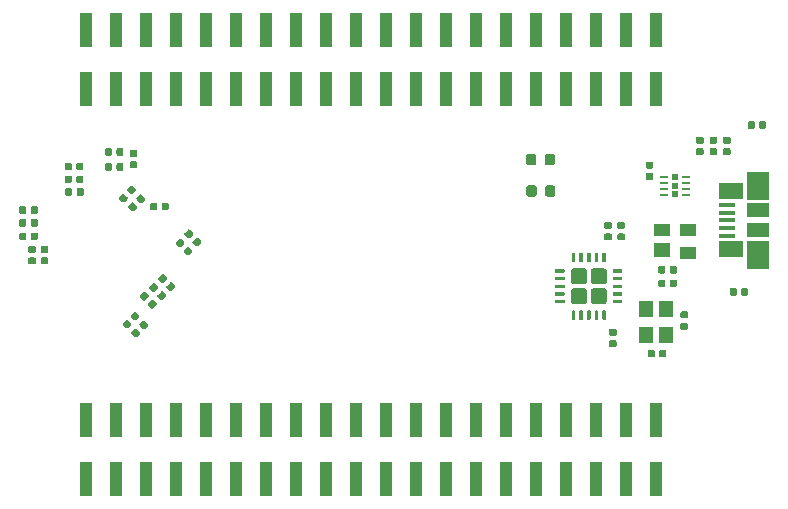
<source format=gbr>
G04 #@! TF.GenerationSoftware,KiCad,Pcbnew,(5.1.2)-2*
G04 #@! TF.CreationDate,2019-11-16T13:35:15-06:00*
G04 #@! TF.ProjectId,spi_control,7370695f-636f-46e7-9472-6f6c2e6b6963,rev?*
G04 #@! TF.SameCoordinates,Original*
G04 #@! TF.FileFunction,Paste,Bot*
G04 #@! TF.FilePolarity,Positive*
%FSLAX46Y46*%
G04 Gerber Fmt 4.6, Leading zero omitted, Abs format (unit mm)*
G04 Created by KiCad (PCBNEW (5.1.2)-2) date 2019-11-16 13:35:15*
%MOMM*%
%LPD*%
G04 APERTURE LIST*
%ADD10C,0.100000*%
%ADD11C,0.590000*%
%ADD12R,1.200000X1.400000*%
%ADD13R,1.900000X1.175000*%
%ADD14R,1.900000X2.375000*%
%ADD15R,2.100000X1.475000*%
%ADD16R,1.380000X0.450000*%
%ADD17R,1.000000X3.000000*%
%ADD18C,1.350000*%
%ADD19C,0.300000*%
%ADD20R,0.700000X0.250000*%
%ADD21R,0.500000X0.590000*%
%ADD22C,0.875000*%
%ADD23R,1.400000X1.000000*%
%ADD24R,1.400000X1.200000*%
G04 APERTURE END LIST*
D10*
G36*
X60700458Y-74636110D02*
G01*
X60714776Y-74638234D01*
X60728817Y-74641751D01*
X60742446Y-74646628D01*
X60755531Y-74652817D01*
X60767947Y-74660258D01*
X60779573Y-74668881D01*
X60790298Y-74678602D01*
X60800019Y-74689327D01*
X60808642Y-74700953D01*
X60816083Y-74713369D01*
X60822272Y-74726454D01*
X60827149Y-74740083D01*
X60830666Y-74754124D01*
X60832790Y-74768442D01*
X60833500Y-74782900D01*
X60833500Y-75127900D01*
X60832790Y-75142358D01*
X60830666Y-75156676D01*
X60827149Y-75170717D01*
X60822272Y-75184346D01*
X60816083Y-75197431D01*
X60808642Y-75209847D01*
X60800019Y-75221473D01*
X60790298Y-75232198D01*
X60779573Y-75241919D01*
X60767947Y-75250542D01*
X60755531Y-75257983D01*
X60742446Y-75264172D01*
X60728817Y-75269049D01*
X60714776Y-75272566D01*
X60700458Y-75274690D01*
X60686000Y-75275400D01*
X60391000Y-75275400D01*
X60376542Y-75274690D01*
X60362224Y-75272566D01*
X60348183Y-75269049D01*
X60334554Y-75264172D01*
X60321469Y-75257983D01*
X60309053Y-75250542D01*
X60297427Y-75241919D01*
X60286702Y-75232198D01*
X60276981Y-75221473D01*
X60268358Y-75209847D01*
X60260917Y-75197431D01*
X60254728Y-75184346D01*
X60249851Y-75170717D01*
X60246334Y-75156676D01*
X60244210Y-75142358D01*
X60243500Y-75127900D01*
X60243500Y-74782900D01*
X60244210Y-74768442D01*
X60246334Y-74754124D01*
X60249851Y-74740083D01*
X60254728Y-74726454D01*
X60260917Y-74713369D01*
X60268358Y-74700953D01*
X60276981Y-74689327D01*
X60286702Y-74678602D01*
X60297427Y-74668881D01*
X60309053Y-74660258D01*
X60321469Y-74652817D01*
X60334554Y-74646628D01*
X60348183Y-74641751D01*
X60362224Y-74638234D01*
X60376542Y-74636110D01*
X60391000Y-74635400D01*
X60686000Y-74635400D01*
X60700458Y-74636110D01*
X60700458Y-74636110D01*
G37*
D11*
X60538500Y-74955400D03*
D10*
G36*
X61670458Y-74636110D02*
G01*
X61684776Y-74638234D01*
X61698817Y-74641751D01*
X61712446Y-74646628D01*
X61725531Y-74652817D01*
X61737947Y-74660258D01*
X61749573Y-74668881D01*
X61760298Y-74678602D01*
X61770019Y-74689327D01*
X61778642Y-74700953D01*
X61786083Y-74713369D01*
X61792272Y-74726454D01*
X61797149Y-74740083D01*
X61800666Y-74754124D01*
X61802790Y-74768442D01*
X61803500Y-74782900D01*
X61803500Y-75127900D01*
X61802790Y-75142358D01*
X61800666Y-75156676D01*
X61797149Y-75170717D01*
X61792272Y-75184346D01*
X61786083Y-75197431D01*
X61778642Y-75209847D01*
X61770019Y-75221473D01*
X61760298Y-75232198D01*
X61749573Y-75241919D01*
X61737947Y-75250542D01*
X61725531Y-75257983D01*
X61712446Y-75264172D01*
X61698817Y-75269049D01*
X61684776Y-75272566D01*
X61670458Y-75274690D01*
X61656000Y-75275400D01*
X61361000Y-75275400D01*
X61346542Y-75274690D01*
X61332224Y-75272566D01*
X61318183Y-75269049D01*
X61304554Y-75264172D01*
X61291469Y-75257983D01*
X61279053Y-75250542D01*
X61267427Y-75241919D01*
X61256702Y-75232198D01*
X61246981Y-75221473D01*
X61238358Y-75209847D01*
X61230917Y-75197431D01*
X61224728Y-75184346D01*
X61219851Y-75170717D01*
X61216334Y-75156676D01*
X61214210Y-75142358D01*
X61213500Y-75127900D01*
X61213500Y-74782900D01*
X61214210Y-74768442D01*
X61216334Y-74754124D01*
X61219851Y-74740083D01*
X61224728Y-74726454D01*
X61230917Y-74713369D01*
X61238358Y-74700953D01*
X61246981Y-74689327D01*
X61256702Y-74678602D01*
X61267427Y-74668881D01*
X61279053Y-74660258D01*
X61291469Y-74652817D01*
X61304554Y-74646628D01*
X61318183Y-74641751D01*
X61332224Y-74638234D01*
X61346542Y-74636110D01*
X61361000Y-74635400D01*
X61656000Y-74635400D01*
X61670458Y-74636110D01*
X61670458Y-74636110D01*
G37*
D11*
X61508500Y-74955400D03*
D12*
X113323000Y-81069000D03*
X113323000Y-83269000D03*
X115023000Y-83269000D03*
X115023000Y-81069000D03*
D10*
G36*
X114802458Y-77468210D02*
G01*
X114816776Y-77470334D01*
X114830817Y-77473851D01*
X114844446Y-77478728D01*
X114857531Y-77484917D01*
X114869947Y-77492358D01*
X114881573Y-77500981D01*
X114892298Y-77510702D01*
X114902019Y-77521427D01*
X114910642Y-77533053D01*
X114918083Y-77545469D01*
X114924272Y-77558554D01*
X114929149Y-77572183D01*
X114932666Y-77586224D01*
X114934790Y-77600542D01*
X114935500Y-77615000D01*
X114935500Y-77960000D01*
X114934790Y-77974458D01*
X114932666Y-77988776D01*
X114929149Y-78002817D01*
X114924272Y-78016446D01*
X114918083Y-78029531D01*
X114910642Y-78041947D01*
X114902019Y-78053573D01*
X114892298Y-78064298D01*
X114881573Y-78074019D01*
X114869947Y-78082642D01*
X114857531Y-78090083D01*
X114844446Y-78096272D01*
X114830817Y-78101149D01*
X114816776Y-78104666D01*
X114802458Y-78106790D01*
X114788000Y-78107500D01*
X114493000Y-78107500D01*
X114478542Y-78106790D01*
X114464224Y-78104666D01*
X114450183Y-78101149D01*
X114436554Y-78096272D01*
X114423469Y-78090083D01*
X114411053Y-78082642D01*
X114399427Y-78074019D01*
X114388702Y-78064298D01*
X114378981Y-78053573D01*
X114370358Y-78041947D01*
X114362917Y-78029531D01*
X114356728Y-78016446D01*
X114351851Y-78002817D01*
X114348334Y-77988776D01*
X114346210Y-77974458D01*
X114345500Y-77960000D01*
X114345500Y-77615000D01*
X114346210Y-77600542D01*
X114348334Y-77586224D01*
X114351851Y-77572183D01*
X114356728Y-77558554D01*
X114362917Y-77545469D01*
X114370358Y-77533053D01*
X114378981Y-77521427D01*
X114388702Y-77510702D01*
X114399427Y-77500981D01*
X114411053Y-77492358D01*
X114423469Y-77484917D01*
X114436554Y-77478728D01*
X114450183Y-77473851D01*
X114464224Y-77470334D01*
X114478542Y-77468210D01*
X114493000Y-77467500D01*
X114788000Y-77467500D01*
X114802458Y-77468210D01*
X114802458Y-77468210D01*
G37*
D11*
X114640500Y-77787500D03*
D10*
G36*
X115772458Y-77468210D02*
G01*
X115786776Y-77470334D01*
X115800817Y-77473851D01*
X115814446Y-77478728D01*
X115827531Y-77484917D01*
X115839947Y-77492358D01*
X115851573Y-77500981D01*
X115862298Y-77510702D01*
X115872019Y-77521427D01*
X115880642Y-77533053D01*
X115888083Y-77545469D01*
X115894272Y-77558554D01*
X115899149Y-77572183D01*
X115902666Y-77586224D01*
X115904790Y-77600542D01*
X115905500Y-77615000D01*
X115905500Y-77960000D01*
X115904790Y-77974458D01*
X115902666Y-77988776D01*
X115899149Y-78002817D01*
X115894272Y-78016446D01*
X115888083Y-78029531D01*
X115880642Y-78041947D01*
X115872019Y-78053573D01*
X115862298Y-78064298D01*
X115851573Y-78074019D01*
X115839947Y-78082642D01*
X115827531Y-78090083D01*
X115814446Y-78096272D01*
X115800817Y-78101149D01*
X115786776Y-78104666D01*
X115772458Y-78106790D01*
X115758000Y-78107500D01*
X115463000Y-78107500D01*
X115448542Y-78106790D01*
X115434224Y-78104666D01*
X115420183Y-78101149D01*
X115406554Y-78096272D01*
X115393469Y-78090083D01*
X115381053Y-78082642D01*
X115369427Y-78074019D01*
X115358702Y-78064298D01*
X115348981Y-78053573D01*
X115340358Y-78041947D01*
X115332917Y-78029531D01*
X115326728Y-78016446D01*
X115321851Y-78002817D01*
X115318334Y-77988776D01*
X115316210Y-77974458D01*
X115315500Y-77960000D01*
X115315500Y-77615000D01*
X115316210Y-77600542D01*
X115318334Y-77586224D01*
X115321851Y-77572183D01*
X115326728Y-77558554D01*
X115332917Y-77545469D01*
X115340358Y-77533053D01*
X115348981Y-77521427D01*
X115358702Y-77510702D01*
X115369427Y-77500981D01*
X115381053Y-77492358D01*
X115393469Y-77484917D01*
X115406554Y-77478728D01*
X115420183Y-77473851D01*
X115434224Y-77470334D01*
X115448542Y-77468210D01*
X115463000Y-77467500D01*
X115758000Y-77467500D01*
X115772458Y-77468210D01*
X115772458Y-77468210D01*
G37*
D11*
X115610500Y-77787500D03*
D10*
G36*
X114802458Y-78611210D02*
G01*
X114816776Y-78613334D01*
X114830817Y-78616851D01*
X114844446Y-78621728D01*
X114857531Y-78627917D01*
X114869947Y-78635358D01*
X114881573Y-78643981D01*
X114892298Y-78653702D01*
X114902019Y-78664427D01*
X114910642Y-78676053D01*
X114918083Y-78688469D01*
X114924272Y-78701554D01*
X114929149Y-78715183D01*
X114932666Y-78729224D01*
X114934790Y-78743542D01*
X114935500Y-78758000D01*
X114935500Y-79103000D01*
X114934790Y-79117458D01*
X114932666Y-79131776D01*
X114929149Y-79145817D01*
X114924272Y-79159446D01*
X114918083Y-79172531D01*
X114910642Y-79184947D01*
X114902019Y-79196573D01*
X114892298Y-79207298D01*
X114881573Y-79217019D01*
X114869947Y-79225642D01*
X114857531Y-79233083D01*
X114844446Y-79239272D01*
X114830817Y-79244149D01*
X114816776Y-79247666D01*
X114802458Y-79249790D01*
X114788000Y-79250500D01*
X114493000Y-79250500D01*
X114478542Y-79249790D01*
X114464224Y-79247666D01*
X114450183Y-79244149D01*
X114436554Y-79239272D01*
X114423469Y-79233083D01*
X114411053Y-79225642D01*
X114399427Y-79217019D01*
X114388702Y-79207298D01*
X114378981Y-79196573D01*
X114370358Y-79184947D01*
X114362917Y-79172531D01*
X114356728Y-79159446D01*
X114351851Y-79145817D01*
X114348334Y-79131776D01*
X114346210Y-79117458D01*
X114345500Y-79103000D01*
X114345500Y-78758000D01*
X114346210Y-78743542D01*
X114348334Y-78729224D01*
X114351851Y-78715183D01*
X114356728Y-78701554D01*
X114362917Y-78688469D01*
X114370358Y-78676053D01*
X114378981Y-78664427D01*
X114388702Y-78653702D01*
X114399427Y-78643981D01*
X114411053Y-78635358D01*
X114423469Y-78627917D01*
X114436554Y-78621728D01*
X114450183Y-78616851D01*
X114464224Y-78613334D01*
X114478542Y-78611210D01*
X114493000Y-78610500D01*
X114788000Y-78610500D01*
X114802458Y-78611210D01*
X114802458Y-78611210D01*
G37*
D11*
X114640500Y-78930500D03*
D10*
G36*
X115772458Y-78611210D02*
G01*
X115786776Y-78613334D01*
X115800817Y-78616851D01*
X115814446Y-78621728D01*
X115827531Y-78627917D01*
X115839947Y-78635358D01*
X115851573Y-78643981D01*
X115862298Y-78653702D01*
X115872019Y-78664427D01*
X115880642Y-78676053D01*
X115888083Y-78688469D01*
X115894272Y-78701554D01*
X115899149Y-78715183D01*
X115902666Y-78729224D01*
X115904790Y-78743542D01*
X115905500Y-78758000D01*
X115905500Y-79103000D01*
X115904790Y-79117458D01*
X115902666Y-79131776D01*
X115899149Y-79145817D01*
X115894272Y-79159446D01*
X115888083Y-79172531D01*
X115880642Y-79184947D01*
X115872019Y-79196573D01*
X115862298Y-79207298D01*
X115851573Y-79217019D01*
X115839947Y-79225642D01*
X115827531Y-79233083D01*
X115814446Y-79239272D01*
X115800817Y-79244149D01*
X115786776Y-79247666D01*
X115772458Y-79249790D01*
X115758000Y-79250500D01*
X115463000Y-79250500D01*
X115448542Y-79249790D01*
X115434224Y-79247666D01*
X115420183Y-79244149D01*
X115406554Y-79239272D01*
X115393469Y-79233083D01*
X115381053Y-79225642D01*
X115369427Y-79217019D01*
X115358702Y-79207298D01*
X115348981Y-79196573D01*
X115340358Y-79184947D01*
X115332917Y-79172531D01*
X115326728Y-79159446D01*
X115321851Y-79145817D01*
X115318334Y-79131776D01*
X115316210Y-79117458D01*
X115315500Y-79103000D01*
X115315500Y-78758000D01*
X115316210Y-78743542D01*
X115318334Y-78729224D01*
X115321851Y-78715183D01*
X115326728Y-78701554D01*
X115332917Y-78688469D01*
X115340358Y-78676053D01*
X115348981Y-78664427D01*
X115358702Y-78653702D01*
X115369427Y-78643981D01*
X115381053Y-78635358D01*
X115393469Y-78627917D01*
X115406554Y-78621728D01*
X115420183Y-78616851D01*
X115434224Y-78613334D01*
X115448542Y-78611210D01*
X115463000Y-78610500D01*
X115758000Y-78610500D01*
X115772458Y-78611210D01*
X115772458Y-78611210D01*
G37*
D11*
X115610500Y-78930500D03*
D13*
X122802500Y-74436500D03*
X122802500Y-72756500D03*
D14*
X122802500Y-76506500D03*
X122802500Y-70686500D03*
D15*
X120502500Y-76059000D03*
X120502500Y-71134000D03*
D16*
X120142500Y-74896500D03*
X120142500Y-74246500D03*
X120142500Y-73596500D03*
X120142500Y-72946500D03*
X120142500Y-72296500D03*
D17*
X114130000Y-57480000D03*
X114130000Y-62520000D03*
X111590000Y-57480000D03*
X111590000Y-62520000D03*
X109050000Y-57480000D03*
X109050000Y-62520000D03*
X106510000Y-57480000D03*
X106510000Y-62520000D03*
X103970000Y-57480000D03*
X103970000Y-62520000D03*
X101430000Y-57480000D03*
X101430000Y-62520000D03*
X98890000Y-57480000D03*
X98890000Y-62520000D03*
X96350000Y-57480000D03*
X96350000Y-62520000D03*
X93810000Y-57480000D03*
X93810000Y-62520000D03*
X91270000Y-57480000D03*
X91270000Y-62520000D03*
X88730000Y-57480000D03*
X88730000Y-62520000D03*
X86190000Y-57480000D03*
X86190000Y-62520000D03*
X83650000Y-57480000D03*
X83650000Y-62520000D03*
X81110000Y-57480000D03*
X81110000Y-62520000D03*
X78570000Y-57480000D03*
X78570000Y-62520000D03*
X76030000Y-57480000D03*
X76030000Y-62520000D03*
X73490000Y-57480000D03*
X73490000Y-62520000D03*
X70950000Y-57480000D03*
X70950000Y-62520000D03*
X68410000Y-57480000D03*
X68410000Y-62520000D03*
X65870000Y-57480000D03*
X65870000Y-62520000D03*
X65870000Y-95514600D03*
X65870000Y-90474600D03*
X68410000Y-95514600D03*
X68410000Y-90474600D03*
X70950000Y-95514600D03*
X70950000Y-90474600D03*
X73490000Y-95514600D03*
X73490000Y-90474600D03*
X76030000Y-95514600D03*
X76030000Y-90474600D03*
X78570000Y-95514600D03*
X78570000Y-90474600D03*
X81110000Y-95514600D03*
X81110000Y-90474600D03*
X83650000Y-95514600D03*
X83650000Y-90474600D03*
X86190000Y-95514600D03*
X86190000Y-90474600D03*
X88730000Y-95514600D03*
X88730000Y-90474600D03*
X91270000Y-95514600D03*
X91270000Y-90474600D03*
X93810000Y-95514600D03*
X93810000Y-90474600D03*
X96350000Y-95514600D03*
X96350000Y-90474600D03*
X98890000Y-95514600D03*
X98890000Y-90474600D03*
X101430000Y-95514600D03*
X101430000Y-90474600D03*
X103970000Y-95514600D03*
X103970000Y-90474600D03*
X106510000Y-95514600D03*
X106510000Y-90474600D03*
X109050000Y-95514600D03*
X109050000Y-90474600D03*
X111590000Y-95514600D03*
X111590000Y-90474600D03*
X114130000Y-95514600D03*
X114130000Y-90474600D03*
D10*
G36*
X109747505Y-79350704D02*
G01*
X109771773Y-79354304D01*
X109795572Y-79360265D01*
X109818671Y-79368530D01*
X109840850Y-79379020D01*
X109861893Y-79391632D01*
X109881599Y-79406247D01*
X109899777Y-79422723D01*
X109916253Y-79440901D01*
X109930868Y-79460607D01*
X109943480Y-79481650D01*
X109953970Y-79503829D01*
X109962235Y-79526928D01*
X109968196Y-79550727D01*
X109971796Y-79574995D01*
X109973000Y-79599499D01*
X109973000Y-80449501D01*
X109971796Y-80474005D01*
X109968196Y-80498273D01*
X109962235Y-80522072D01*
X109953970Y-80545171D01*
X109943480Y-80567350D01*
X109930868Y-80588393D01*
X109916253Y-80608099D01*
X109899777Y-80626277D01*
X109881599Y-80642753D01*
X109861893Y-80657368D01*
X109840850Y-80669980D01*
X109818671Y-80680470D01*
X109795572Y-80688735D01*
X109771773Y-80694696D01*
X109747505Y-80698296D01*
X109723001Y-80699500D01*
X108872999Y-80699500D01*
X108848495Y-80698296D01*
X108824227Y-80694696D01*
X108800428Y-80688735D01*
X108777329Y-80680470D01*
X108755150Y-80669980D01*
X108734107Y-80657368D01*
X108714401Y-80642753D01*
X108696223Y-80626277D01*
X108679747Y-80608099D01*
X108665132Y-80588393D01*
X108652520Y-80567350D01*
X108642030Y-80545171D01*
X108633765Y-80522072D01*
X108627804Y-80498273D01*
X108624204Y-80474005D01*
X108623000Y-80449501D01*
X108623000Y-79599499D01*
X108624204Y-79574995D01*
X108627804Y-79550727D01*
X108633765Y-79526928D01*
X108642030Y-79503829D01*
X108652520Y-79481650D01*
X108665132Y-79460607D01*
X108679747Y-79440901D01*
X108696223Y-79422723D01*
X108714401Y-79406247D01*
X108734107Y-79391632D01*
X108755150Y-79379020D01*
X108777329Y-79368530D01*
X108800428Y-79360265D01*
X108824227Y-79354304D01*
X108848495Y-79350704D01*
X108872999Y-79349500D01*
X109723001Y-79349500D01*
X109747505Y-79350704D01*
X109747505Y-79350704D01*
G37*
D18*
X109298000Y-80024500D03*
D10*
G36*
X108067505Y-79350704D02*
G01*
X108091773Y-79354304D01*
X108115572Y-79360265D01*
X108138671Y-79368530D01*
X108160850Y-79379020D01*
X108181893Y-79391632D01*
X108201599Y-79406247D01*
X108219777Y-79422723D01*
X108236253Y-79440901D01*
X108250868Y-79460607D01*
X108263480Y-79481650D01*
X108273970Y-79503829D01*
X108282235Y-79526928D01*
X108288196Y-79550727D01*
X108291796Y-79574995D01*
X108293000Y-79599499D01*
X108293000Y-80449501D01*
X108291796Y-80474005D01*
X108288196Y-80498273D01*
X108282235Y-80522072D01*
X108273970Y-80545171D01*
X108263480Y-80567350D01*
X108250868Y-80588393D01*
X108236253Y-80608099D01*
X108219777Y-80626277D01*
X108201599Y-80642753D01*
X108181893Y-80657368D01*
X108160850Y-80669980D01*
X108138671Y-80680470D01*
X108115572Y-80688735D01*
X108091773Y-80694696D01*
X108067505Y-80698296D01*
X108043001Y-80699500D01*
X107192999Y-80699500D01*
X107168495Y-80698296D01*
X107144227Y-80694696D01*
X107120428Y-80688735D01*
X107097329Y-80680470D01*
X107075150Y-80669980D01*
X107054107Y-80657368D01*
X107034401Y-80642753D01*
X107016223Y-80626277D01*
X106999747Y-80608099D01*
X106985132Y-80588393D01*
X106972520Y-80567350D01*
X106962030Y-80545171D01*
X106953765Y-80522072D01*
X106947804Y-80498273D01*
X106944204Y-80474005D01*
X106943000Y-80449501D01*
X106943000Y-79599499D01*
X106944204Y-79574995D01*
X106947804Y-79550727D01*
X106953765Y-79526928D01*
X106962030Y-79503829D01*
X106972520Y-79481650D01*
X106985132Y-79460607D01*
X106999747Y-79440901D01*
X107016223Y-79422723D01*
X107034401Y-79406247D01*
X107054107Y-79391632D01*
X107075150Y-79379020D01*
X107097329Y-79368530D01*
X107120428Y-79360265D01*
X107144227Y-79354304D01*
X107168495Y-79350704D01*
X107192999Y-79349500D01*
X108043001Y-79349500D01*
X108067505Y-79350704D01*
X108067505Y-79350704D01*
G37*
D18*
X107618000Y-80024500D03*
D10*
G36*
X109747505Y-77670704D02*
G01*
X109771773Y-77674304D01*
X109795572Y-77680265D01*
X109818671Y-77688530D01*
X109840850Y-77699020D01*
X109861893Y-77711632D01*
X109881599Y-77726247D01*
X109899777Y-77742723D01*
X109916253Y-77760901D01*
X109930868Y-77780607D01*
X109943480Y-77801650D01*
X109953970Y-77823829D01*
X109962235Y-77846928D01*
X109968196Y-77870727D01*
X109971796Y-77894995D01*
X109973000Y-77919499D01*
X109973000Y-78769501D01*
X109971796Y-78794005D01*
X109968196Y-78818273D01*
X109962235Y-78842072D01*
X109953970Y-78865171D01*
X109943480Y-78887350D01*
X109930868Y-78908393D01*
X109916253Y-78928099D01*
X109899777Y-78946277D01*
X109881599Y-78962753D01*
X109861893Y-78977368D01*
X109840850Y-78989980D01*
X109818671Y-79000470D01*
X109795572Y-79008735D01*
X109771773Y-79014696D01*
X109747505Y-79018296D01*
X109723001Y-79019500D01*
X108872999Y-79019500D01*
X108848495Y-79018296D01*
X108824227Y-79014696D01*
X108800428Y-79008735D01*
X108777329Y-79000470D01*
X108755150Y-78989980D01*
X108734107Y-78977368D01*
X108714401Y-78962753D01*
X108696223Y-78946277D01*
X108679747Y-78928099D01*
X108665132Y-78908393D01*
X108652520Y-78887350D01*
X108642030Y-78865171D01*
X108633765Y-78842072D01*
X108627804Y-78818273D01*
X108624204Y-78794005D01*
X108623000Y-78769501D01*
X108623000Y-77919499D01*
X108624204Y-77894995D01*
X108627804Y-77870727D01*
X108633765Y-77846928D01*
X108642030Y-77823829D01*
X108652520Y-77801650D01*
X108665132Y-77780607D01*
X108679747Y-77760901D01*
X108696223Y-77742723D01*
X108714401Y-77726247D01*
X108734107Y-77711632D01*
X108755150Y-77699020D01*
X108777329Y-77688530D01*
X108800428Y-77680265D01*
X108824227Y-77674304D01*
X108848495Y-77670704D01*
X108872999Y-77669500D01*
X109723001Y-77669500D01*
X109747505Y-77670704D01*
X109747505Y-77670704D01*
G37*
D18*
X109298000Y-78344500D03*
D10*
G36*
X108067505Y-77670704D02*
G01*
X108091773Y-77674304D01*
X108115572Y-77680265D01*
X108138671Y-77688530D01*
X108160850Y-77699020D01*
X108181893Y-77711632D01*
X108201599Y-77726247D01*
X108219777Y-77742723D01*
X108236253Y-77760901D01*
X108250868Y-77780607D01*
X108263480Y-77801650D01*
X108273970Y-77823829D01*
X108282235Y-77846928D01*
X108288196Y-77870727D01*
X108291796Y-77894995D01*
X108293000Y-77919499D01*
X108293000Y-78769501D01*
X108291796Y-78794005D01*
X108288196Y-78818273D01*
X108282235Y-78842072D01*
X108273970Y-78865171D01*
X108263480Y-78887350D01*
X108250868Y-78908393D01*
X108236253Y-78928099D01*
X108219777Y-78946277D01*
X108201599Y-78962753D01*
X108181893Y-78977368D01*
X108160850Y-78989980D01*
X108138671Y-79000470D01*
X108115572Y-79008735D01*
X108091773Y-79014696D01*
X108067505Y-79018296D01*
X108043001Y-79019500D01*
X107192999Y-79019500D01*
X107168495Y-79018296D01*
X107144227Y-79014696D01*
X107120428Y-79008735D01*
X107097329Y-79000470D01*
X107075150Y-78989980D01*
X107054107Y-78977368D01*
X107034401Y-78962753D01*
X107016223Y-78946277D01*
X106999747Y-78928099D01*
X106985132Y-78908393D01*
X106972520Y-78887350D01*
X106962030Y-78865171D01*
X106953765Y-78842072D01*
X106947804Y-78818273D01*
X106944204Y-78794005D01*
X106943000Y-78769501D01*
X106943000Y-77919499D01*
X106944204Y-77894995D01*
X106947804Y-77870727D01*
X106953765Y-77846928D01*
X106962030Y-77823829D01*
X106972520Y-77801650D01*
X106985132Y-77780607D01*
X106999747Y-77760901D01*
X107016223Y-77742723D01*
X107034401Y-77726247D01*
X107054107Y-77711632D01*
X107075150Y-77699020D01*
X107097329Y-77688530D01*
X107120428Y-77680265D01*
X107144227Y-77674304D01*
X107168495Y-77670704D01*
X107192999Y-77669500D01*
X108043001Y-77669500D01*
X108067505Y-77670704D01*
X108067505Y-77670704D01*
G37*
D18*
X107618000Y-78344500D03*
D10*
G36*
X109840351Y-81234861D02*
G01*
X109847632Y-81235941D01*
X109854771Y-81237729D01*
X109861701Y-81240209D01*
X109868355Y-81243356D01*
X109874668Y-81247140D01*
X109880579Y-81251524D01*
X109886033Y-81256467D01*
X109890976Y-81261921D01*
X109895360Y-81267832D01*
X109899144Y-81274145D01*
X109902291Y-81280799D01*
X109904771Y-81287729D01*
X109906559Y-81294868D01*
X109907639Y-81302149D01*
X109908000Y-81309500D01*
X109908000Y-81959500D01*
X109907639Y-81966851D01*
X109906559Y-81974132D01*
X109904771Y-81981271D01*
X109902291Y-81988201D01*
X109899144Y-81994855D01*
X109895360Y-82001168D01*
X109890976Y-82007079D01*
X109886033Y-82012533D01*
X109880579Y-82017476D01*
X109874668Y-82021860D01*
X109868355Y-82025644D01*
X109861701Y-82028791D01*
X109854771Y-82031271D01*
X109847632Y-82033059D01*
X109840351Y-82034139D01*
X109833000Y-82034500D01*
X109683000Y-82034500D01*
X109675649Y-82034139D01*
X109668368Y-82033059D01*
X109661229Y-82031271D01*
X109654299Y-82028791D01*
X109647645Y-82025644D01*
X109641332Y-82021860D01*
X109635421Y-82017476D01*
X109629967Y-82012533D01*
X109625024Y-82007079D01*
X109620640Y-82001168D01*
X109616856Y-81994855D01*
X109613709Y-81988201D01*
X109611229Y-81981271D01*
X109609441Y-81974132D01*
X109608361Y-81966851D01*
X109608000Y-81959500D01*
X109608000Y-81309500D01*
X109608361Y-81302149D01*
X109609441Y-81294868D01*
X109611229Y-81287729D01*
X109613709Y-81280799D01*
X109616856Y-81274145D01*
X109620640Y-81267832D01*
X109625024Y-81261921D01*
X109629967Y-81256467D01*
X109635421Y-81251524D01*
X109641332Y-81247140D01*
X109647645Y-81243356D01*
X109654299Y-81240209D01*
X109661229Y-81237729D01*
X109668368Y-81235941D01*
X109675649Y-81234861D01*
X109683000Y-81234500D01*
X109833000Y-81234500D01*
X109840351Y-81234861D01*
X109840351Y-81234861D01*
G37*
D19*
X109758000Y-81634500D03*
D10*
G36*
X109190351Y-81234861D02*
G01*
X109197632Y-81235941D01*
X109204771Y-81237729D01*
X109211701Y-81240209D01*
X109218355Y-81243356D01*
X109224668Y-81247140D01*
X109230579Y-81251524D01*
X109236033Y-81256467D01*
X109240976Y-81261921D01*
X109245360Y-81267832D01*
X109249144Y-81274145D01*
X109252291Y-81280799D01*
X109254771Y-81287729D01*
X109256559Y-81294868D01*
X109257639Y-81302149D01*
X109258000Y-81309500D01*
X109258000Y-81959500D01*
X109257639Y-81966851D01*
X109256559Y-81974132D01*
X109254771Y-81981271D01*
X109252291Y-81988201D01*
X109249144Y-81994855D01*
X109245360Y-82001168D01*
X109240976Y-82007079D01*
X109236033Y-82012533D01*
X109230579Y-82017476D01*
X109224668Y-82021860D01*
X109218355Y-82025644D01*
X109211701Y-82028791D01*
X109204771Y-82031271D01*
X109197632Y-82033059D01*
X109190351Y-82034139D01*
X109183000Y-82034500D01*
X109033000Y-82034500D01*
X109025649Y-82034139D01*
X109018368Y-82033059D01*
X109011229Y-82031271D01*
X109004299Y-82028791D01*
X108997645Y-82025644D01*
X108991332Y-82021860D01*
X108985421Y-82017476D01*
X108979967Y-82012533D01*
X108975024Y-82007079D01*
X108970640Y-82001168D01*
X108966856Y-81994855D01*
X108963709Y-81988201D01*
X108961229Y-81981271D01*
X108959441Y-81974132D01*
X108958361Y-81966851D01*
X108958000Y-81959500D01*
X108958000Y-81309500D01*
X108958361Y-81302149D01*
X108959441Y-81294868D01*
X108961229Y-81287729D01*
X108963709Y-81280799D01*
X108966856Y-81274145D01*
X108970640Y-81267832D01*
X108975024Y-81261921D01*
X108979967Y-81256467D01*
X108985421Y-81251524D01*
X108991332Y-81247140D01*
X108997645Y-81243356D01*
X109004299Y-81240209D01*
X109011229Y-81237729D01*
X109018368Y-81235941D01*
X109025649Y-81234861D01*
X109033000Y-81234500D01*
X109183000Y-81234500D01*
X109190351Y-81234861D01*
X109190351Y-81234861D01*
G37*
D19*
X109108000Y-81634500D03*
D10*
G36*
X108540351Y-81234861D02*
G01*
X108547632Y-81235941D01*
X108554771Y-81237729D01*
X108561701Y-81240209D01*
X108568355Y-81243356D01*
X108574668Y-81247140D01*
X108580579Y-81251524D01*
X108586033Y-81256467D01*
X108590976Y-81261921D01*
X108595360Y-81267832D01*
X108599144Y-81274145D01*
X108602291Y-81280799D01*
X108604771Y-81287729D01*
X108606559Y-81294868D01*
X108607639Y-81302149D01*
X108608000Y-81309500D01*
X108608000Y-81959500D01*
X108607639Y-81966851D01*
X108606559Y-81974132D01*
X108604771Y-81981271D01*
X108602291Y-81988201D01*
X108599144Y-81994855D01*
X108595360Y-82001168D01*
X108590976Y-82007079D01*
X108586033Y-82012533D01*
X108580579Y-82017476D01*
X108574668Y-82021860D01*
X108568355Y-82025644D01*
X108561701Y-82028791D01*
X108554771Y-82031271D01*
X108547632Y-82033059D01*
X108540351Y-82034139D01*
X108533000Y-82034500D01*
X108383000Y-82034500D01*
X108375649Y-82034139D01*
X108368368Y-82033059D01*
X108361229Y-82031271D01*
X108354299Y-82028791D01*
X108347645Y-82025644D01*
X108341332Y-82021860D01*
X108335421Y-82017476D01*
X108329967Y-82012533D01*
X108325024Y-82007079D01*
X108320640Y-82001168D01*
X108316856Y-81994855D01*
X108313709Y-81988201D01*
X108311229Y-81981271D01*
X108309441Y-81974132D01*
X108308361Y-81966851D01*
X108308000Y-81959500D01*
X108308000Y-81309500D01*
X108308361Y-81302149D01*
X108309441Y-81294868D01*
X108311229Y-81287729D01*
X108313709Y-81280799D01*
X108316856Y-81274145D01*
X108320640Y-81267832D01*
X108325024Y-81261921D01*
X108329967Y-81256467D01*
X108335421Y-81251524D01*
X108341332Y-81247140D01*
X108347645Y-81243356D01*
X108354299Y-81240209D01*
X108361229Y-81237729D01*
X108368368Y-81235941D01*
X108375649Y-81234861D01*
X108383000Y-81234500D01*
X108533000Y-81234500D01*
X108540351Y-81234861D01*
X108540351Y-81234861D01*
G37*
D19*
X108458000Y-81634500D03*
D10*
G36*
X107890351Y-81234861D02*
G01*
X107897632Y-81235941D01*
X107904771Y-81237729D01*
X107911701Y-81240209D01*
X107918355Y-81243356D01*
X107924668Y-81247140D01*
X107930579Y-81251524D01*
X107936033Y-81256467D01*
X107940976Y-81261921D01*
X107945360Y-81267832D01*
X107949144Y-81274145D01*
X107952291Y-81280799D01*
X107954771Y-81287729D01*
X107956559Y-81294868D01*
X107957639Y-81302149D01*
X107958000Y-81309500D01*
X107958000Y-81959500D01*
X107957639Y-81966851D01*
X107956559Y-81974132D01*
X107954771Y-81981271D01*
X107952291Y-81988201D01*
X107949144Y-81994855D01*
X107945360Y-82001168D01*
X107940976Y-82007079D01*
X107936033Y-82012533D01*
X107930579Y-82017476D01*
X107924668Y-82021860D01*
X107918355Y-82025644D01*
X107911701Y-82028791D01*
X107904771Y-82031271D01*
X107897632Y-82033059D01*
X107890351Y-82034139D01*
X107883000Y-82034500D01*
X107733000Y-82034500D01*
X107725649Y-82034139D01*
X107718368Y-82033059D01*
X107711229Y-82031271D01*
X107704299Y-82028791D01*
X107697645Y-82025644D01*
X107691332Y-82021860D01*
X107685421Y-82017476D01*
X107679967Y-82012533D01*
X107675024Y-82007079D01*
X107670640Y-82001168D01*
X107666856Y-81994855D01*
X107663709Y-81988201D01*
X107661229Y-81981271D01*
X107659441Y-81974132D01*
X107658361Y-81966851D01*
X107658000Y-81959500D01*
X107658000Y-81309500D01*
X107658361Y-81302149D01*
X107659441Y-81294868D01*
X107661229Y-81287729D01*
X107663709Y-81280799D01*
X107666856Y-81274145D01*
X107670640Y-81267832D01*
X107675024Y-81261921D01*
X107679967Y-81256467D01*
X107685421Y-81251524D01*
X107691332Y-81247140D01*
X107697645Y-81243356D01*
X107704299Y-81240209D01*
X107711229Y-81237729D01*
X107718368Y-81235941D01*
X107725649Y-81234861D01*
X107733000Y-81234500D01*
X107883000Y-81234500D01*
X107890351Y-81234861D01*
X107890351Y-81234861D01*
G37*
D19*
X107808000Y-81634500D03*
D10*
G36*
X107240351Y-81234861D02*
G01*
X107247632Y-81235941D01*
X107254771Y-81237729D01*
X107261701Y-81240209D01*
X107268355Y-81243356D01*
X107274668Y-81247140D01*
X107280579Y-81251524D01*
X107286033Y-81256467D01*
X107290976Y-81261921D01*
X107295360Y-81267832D01*
X107299144Y-81274145D01*
X107302291Y-81280799D01*
X107304771Y-81287729D01*
X107306559Y-81294868D01*
X107307639Y-81302149D01*
X107308000Y-81309500D01*
X107308000Y-81959500D01*
X107307639Y-81966851D01*
X107306559Y-81974132D01*
X107304771Y-81981271D01*
X107302291Y-81988201D01*
X107299144Y-81994855D01*
X107295360Y-82001168D01*
X107290976Y-82007079D01*
X107286033Y-82012533D01*
X107280579Y-82017476D01*
X107274668Y-82021860D01*
X107268355Y-82025644D01*
X107261701Y-82028791D01*
X107254771Y-82031271D01*
X107247632Y-82033059D01*
X107240351Y-82034139D01*
X107233000Y-82034500D01*
X107083000Y-82034500D01*
X107075649Y-82034139D01*
X107068368Y-82033059D01*
X107061229Y-82031271D01*
X107054299Y-82028791D01*
X107047645Y-82025644D01*
X107041332Y-82021860D01*
X107035421Y-82017476D01*
X107029967Y-82012533D01*
X107025024Y-82007079D01*
X107020640Y-82001168D01*
X107016856Y-81994855D01*
X107013709Y-81988201D01*
X107011229Y-81981271D01*
X107009441Y-81974132D01*
X107008361Y-81966851D01*
X107008000Y-81959500D01*
X107008000Y-81309500D01*
X107008361Y-81302149D01*
X107009441Y-81294868D01*
X107011229Y-81287729D01*
X107013709Y-81280799D01*
X107016856Y-81274145D01*
X107020640Y-81267832D01*
X107025024Y-81261921D01*
X107029967Y-81256467D01*
X107035421Y-81251524D01*
X107041332Y-81247140D01*
X107047645Y-81243356D01*
X107054299Y-81240209D01*
X107061229Y-81237729D01*
X107068368Y-81235941D01*
X107075649Y-81234861D01*
X107083000Y-81234500D01*
X107233000Y-81234500D01*
X107240351Y-81234861D01*
X107240351Y-81234861D01*
G37*
D19*
X107158000Y-81634500D03*
D10*
G36*
X106340351Y-80334861D02*
G01*
X106347632Y-80335941D01*
X106354771Y-80337729D01*
X106361701Y-80340209D01*
X106368355Y-80343356D01*
X106374668Y-80347140D01*
X106380579Y-80351524D01*
X106386033Y-80356467D01*
X106390976Y-80361921D01*
X106395360Y-80367832D01*
X106399144Y-80374145D01*
X106402291Y-80380799D01*
X106404771Y-80387729D01*
X106406559Y-80394868D01*
X106407639Y-80402149D01*
X106408000Y-80409500D01*
X106408000Y-80559500D01*
X106407639Y-80566851D01*
X106406559Y-80574132D01*
X106404771Y-80581271D01*
X106402291Y-80588201D01*
X106399144Y-80594855D01*
X106395360Y-80601168D01*
X106390976Y-80607079D01*
X106386033Y-80612533D01*
X106380579Y-80617476D01*
X106374668Y-80621860D01*
X106368355Y-80625644D01*
X106361701Y-80628791D01*
X106354771Y-80631271D01*
X106347632Y-80633059D01*
X106340351Y-80634139D01*
X106333000Y-80634500D01*
X105683000Y-80634500D01*
X105675649Y-80634139D01*
X105668368Y-80633059D01*
X105661229Y-80631271D01*
X105654299Y-80628791D01*
X105647645Y-80625644D01*
X105641332Y-80621860D01*
X105635421Y-80617476D01*
X105629967Y-80612533D01*
X105625024Y-80607079D01*
X105620640Y-80601168D01*
X105616856Y-80594855D01*
X105613709Y-80588201D01*
X105611229Y-80581271D01*
X105609441Y-80574132D01*
X105608361Y-80566851D01*
X105608000Y-80559500D01*
X105608000Y-80409500D01*
X105608361Y-80402149D01*
X105609441Y-80394868D01*
X105611229Y-80387729D01*
X105613709Y-80380799D01*
X105616856Y-80374145D01*
X105620640Y-80367832D01*
X105625024Y-80361921D01*
X105629967Y-80356467D01*
X105635421Y-80351524D01*
X105641332Y-80347140D01*
X105647645Y-80343356D01*
X105654299Y-80340209D01*
X105661229Y-80337729D01*
X105668368Y-80335941D01*
X105675649Y-80334861D01*
X105683000Y-80334500D01*
X106333000Y-80334500D01*
X106340351Y-80334861D01*
X106340351Y-80334861D01*
G37*
D19*
X106008000Y-80484500D03*
D10*
G36*
X106340351Y-79684861D02*
G01*
X106347632Y-79685941D01*
X106354771Y-79687729D01*
X106361701Y-79690209D01*
X106368355Y-79693356D01*
X106374668Y-79697140D01*
X106380579Y-79701524D01*
X106386033Y-79706467D01*
X106390976Y-79711921D01*
X106395360Y-79717832D01*
X106399144Y-79724145D01*
X106402291Y-79730799D01*
X106404771Y-79737729D01*
X106406559Y-79744868D01*
X106407639Y-79752149D01*
X106408000Y-79759500D01*
X106408000Y-79909500D01*
X106407639Y-79916851D01*
X106406559Y-79924132D01*
X106404771Y-79931271D01*
X106402291Y-79938201D01*
X106399144Y-79944855D01*
X106395360Y-79951168D01*
X106390976Y-79957079D01*
X106386033Y-79962533D01*
X106380579Y-79967476D01*
X106374668Y-79971860D01*
X106368355Y-79975644D01*
X106361701Y-79978791D01*
X106354771Y-79981271D01*
X106347632Y-79983059D01*
X106340351Y-79984139D01*
X106333000Y-79984500D01*
X105683000Y-79984500D01*
X105675649Y-79984139D01*
X105668368Y-79983059D01*
X105661229Y-79981271D01*
X105654299Y-79978791D01*
X105647645Y-79975644D01*
X105641332Y-79971860D01*
X105635421Y-79967476D01*
X105629967Y-79962533D01*
X105625024Y-79957079D01*
X105620640Y-79951168D01*
X105616856Y-79944855D01*
X105613709Y-79938201D01*
X105611229Y-79931271D01*
X105609441Y-79924132D01*
X105608361Y-79916851D01*
X105608000Y-79909500D01*
X105608000Y-79759500D01*
X105608361Y-79752149D01*
X105609441Y-79744868D01*
X105611229Y-79737729D01*
X105613709Y-79730799D01*
X105616856Y-79724145D01*
X105620640Y-79717832D01*
X105625024Y-79711921D01*
X105629967Y-79706467D01*
X105635421Y-79701524D01*
X105641332Y-79697140D01*
X105647645Y-79693356D01*
X105654299Y-79690209D01*
X105661229Y-79687729D01*
X105668368Y-79685941D01*
X105675649Y-79684861D01*
X105683000Y-79684500D01*
X106333000Y-79684500D01*
X106340351Y-79684861D01*
X106340351Y-79684861D01*
G37*
D19*
X106008000Y-79834500D03*
D10*
G36*
X106340351Y-79034861D02*
G01*
X106347632Y-79035941D01*
X106354771Y-79037729D01*
X106361701Y-79040209D01*
X106368355Y-79043356D01*
X106374668Y-79047140D01*
X106380579Y-79051524D01*
X106386033Y-79056467D01*
X106390976Y-79061921D01*
X106395360Y-79067832D01*
X106399144Y-79074145D01*
X106402291Y-79080799D01*
X106404771Y-79087729D01*
X106406559Y-79094868D01*
X106407639Y-79102149D01*
X106408000Y-79109500D01*
X106408000Y-79259500D01*
X106407639Y-79266851D01*
X106406559Y-79274132D01*
X106404771Y-79281271D01*
X106402291Y-79288201D01*
X106399144Y-79294855D01*
X106395360Y-79301168D01*
X106390976Y-79307079D01*
X106386033Y-79312533D01*
X106380579Y-79317476D01*
X106374668Y-79321860D01*
X106368355Y-79325644D01*
X106361701Y-79328791D01*
X106354771Y-79331271D01*
X106347632Y-79333059D01*
X106340351Y-79334139D01*
X106333000Y-79334500D01*
X105683000Y-79334500D01*
X105675649Y-79334139D01*
X105668368Y-79333059D01*
X105661229Y-79331271D01*
X105654299Y-79328791D01*
X105647645Y-79325644D01*
X105641332Y-79321860D01*
X105635421Y-79317476D01*
X105629967Y-79312533D01*
X105625024Y-79307079D01*
X105620640Y-79301168D01*
X105616856Y-79294855D01*
X105613709Y-79288201D01*
X105611229Y-79281271D01*
X105609441Y-79274132D01*
X105608361Y-79266851D01*
X105608000Y-79259500D01*
X105608000Y-79109500D01*
X105608361Y-79102149D01*
X105609441Y-79094868D01*
X105611229Y-79087729D01*
X105613709Y-79080799D01*
X105616856Y-79074145D01*
X105620640Y-79067832D01*
X105625024Y-79061921D01*
X105629967Y-79056467D01*
X105635421Y-79051524D01*
X105641332Y-79047140D01*
X105647645Y-79043356D01*
X105654299Y-79040209D01*
X105661229Y-79037729D01*
X105668368Y-79035941D01*
X105675649Y-79034861D01*
X105683000Y-79034500D01*
X106333000Y-79034500D01*
X106340351Y-79034861D01*
X106340351Y-79034861D01*
G37*
D19*
X106008000Y-79184500D03*
D10*
G36*
X106340351Y-78384861D02*
G01*
X106347632Y-78385941D01*
X106354771Y-78387729D01*
X106361701Y-78390209D01*
X106368355Y-78393356D01*
X106374668Y-78397140D01*
X106380579Y-78401524D01*
X106386033Y-78406467D01*
X106390976Y-78411921D01*
X106395360Y-78417832D01*
X106399144Y-78424145D01*
X106402291Y-78430799D01*
X106404771Y-78437729D01*
X106406559Y-78444868D01*
X106407639Y-78452149D01*
X106408000Y-78459500D01*
X106408000Y-78609500D01*
X106407639Y-78616851D01*
X106406559Y-78624132D01*
X106404771Y-78631271D01*
X106402291Y-78638201D01*
X106399144Y-78644855D01*
X106395360Y-78651168D01*
X106390976Y-78657079D01*
X106386033Y-78662533D01*
X106380579Y-78667476D01*
X106374668Y-78671860D01*
X106368355Y-78675644D01*
X106361701Y-78678791D01*
X106354771Y-78681271D01*
X106347632Y-78683059D01*
X106340351Y-78684139D01*
X106333000Y-78684500D01*
X105683000Y-78684500D01*
X105675649Y-78684139D01*
X105668368Y-78683059D01*
X105661229Y-78681271D01*
X105654299Y-78678791D01*
X105647645Y-78675644D01*
X105641332Y-78671860D01*
X105635421Y-78667476D01*
X105629967Y-78662533D01*
X105625024Y-78657079D01*
X105620640Y-78651168D01*
X105616856Y-78644855D01*
X105613709Y-78638201D01*
X105611229Y-78631271D01*
X105609441Y-78624132D01*
X105608361Y-78616851D01*
X105608000Y-78609500D01*
X105608000Y-78459500D01*
X105608361Y-78452149D01*
X105609441Y-78444868D01*
X105611229Y-78437729D01*
X105613709Y-78430799D01*
X105616856Y-78424145D01*
X105620640Y-78417832D01*
X105625024Y-78411921D01*
X105629967Y-78406467D01*
X105635421Y-78401524D01*
X105641332Y-78397140D01*
X105647645Y-78393356D01*
X105654299Y-78390209D01*
X105661229Y-78387729D01*
X105668368Y-78385941D01*
X105675649Y-78384861D01*
X105683000Y-78384500D01*
X106333000Y-78384500D01*
X106340351Y-78384861D01*
X106340351Y-78384861D01*
G37*
D19*
X106008000Y-78534500D03*
D10*
G36*
X106340351Y-77734861D02*
G01*
X106347632Y-77735941D01*
X106354771Y-77737729D01*
X106361701Y-77740209D01*
X106368355Y-77743356D01*
X106374668Y-77747140D01*
X106380579Y-77751524D01*
X106386033Y-77756467D01*
X106390976Y-77761921D01*
X106395360Y-77767832D01*
X106399144Y-77774145D01*
X106402291Y-77780799D01*
X106404771Y-77787729D01*
X106406559Y-77794868D01*
X106407639Y-77802149D01*
X106408000Y-77809500D01*
X106408000Y-77959500D01*
X106407639Y-77966851D01*
X106406559Y-77974132D01*
X106404771Y-77981271D01*
X106402291Y-77988201D01*
X106399144Y-77994855D01*
X106395360Y-78001168D01*
X106390976Y-78007079D01*
X106386033Y-78012533D01*
X106380579Y-78017476D01*
X106374668Y-78021860D01*
X106368355Y-78025644D01*
X106361701Y-78028791D01*
X106354771Y-78031271D01*
X106347632Y-78033059D01*
X106340351Y-78034139D01*
X106333000Y-78034500D01*
X105683000Y-78034500D01*
X105675649Y-78034139D01*
X105668368Y-78033059D01*
X105661229Y-78031271D01*
X105654299Y-78028791D01*
X105647645Y-78025644D01*
X105641332Y-78021860D01*
X105635421Y-78017476D01*
X105629967Y-78012533D01*
X105625024Y-78007079D01*
X105620640Y-78001168D01*
X105616856Y-77994855D01*
X105613709Y-77988201D01*
X105611229Y-77981271D01*
X105609441Y-77974132D01*
X105608361Y-77966851D01*
X105608000Y-77959500D01*
X105608000Y-77809500D01*
X105608361Y-77802149D01*
X105609441Y-77794868D01*
X105611229Y-77787729D01*
X105613709Y-77780799D01*
X105616856Y-77774145D01*
X105620640Y-77767832D01*
X105625024Y-77761921D01*
X105629967Y-77756467D01*
X105635421Y-77751524D01*
X105641332Y-77747140D01*
X105647645Y-77743356D01*
X105654299Y-77740209D01*
X105661229Y-77737729D01*
X105668368Y-77735941D01*
X105675649Y-77734861D01*
X105683000Y-77734500D01*
X106333000Y-77734500D01*
X106340351Y-77734861D01*
X106340351Y-77734861D01*
G37*
D19*
X106008000Y-77884500D03*
D10*
G36*
X107240351Y-76334861D02*
G01*
X107247632Y-76335941D01*
X107254771Y-76337729D01*
X107261701Y-76340209D01*
X107268355Y-76343356D01*
X107274668Y-76347140D01*
X107280579Y-76351524D01*
X107286033Y-76356467D01*
X107290976Y-76361921D01*
X107295360Y-76367832D01*
X107299144Y-76374145D01*
X107302291Y-76380799D01*
X107304771Y-76387729D01*
X107306559Y-76394868D01*
X107307639Y-76402149D01*
X107308000Y-76409500D01*
X107308000Y-77059500D01*
X107307639Y-77066851D01*
X107306559Y-77074132D01*
X107304771Y-77081271D01*
X107302291Y-77088201D01*
X107299144Y-77094855D01*
X107295360Y-77101168D01*
X107290976Y-77107079D01*
X107286033Y-77112533D01*
X107280579Y-77117476D01*
X107274668Y-77121860D01*
X107268355Y-77125644D01*
X107261701Y-77128791D01*
X107254771Y-77131271D01*
X107247632Y-77133059D01*
X107240351Y-77134139D01*
X107233000Y-77134500D01*
X107083000Y-77134500D01*
X107075649Y-77134139D01*
X107068368Y-77133059D01*
X107061229Y-77131271D01*
X107054299Y-77128791D01*
X107047645Y-77125644D01*
X107041332Y-77121860D01*
X107035421Y-77117476D01*
X107029967Y-77112533D01*
X107025024Y-77107079D01*
X107020640Y-77101168D01*
X107016856Y-77094855D01*
X107013709Y-77088201D01*
X107011229Y-77081271D01*
X107009441Y-77074132D01*
X107008361Y-77066851D01*
X107008000Y-77059500D01*
X107008000Y-76409500D01*
X107008361Y-76402149D01*
X107009441Y-76394868D01*
X107011229Y-76387729D01*
X107013709Y-76380799D01*
X107016856Y-76374145D01*
X107020640Y-76367832D01*
X107025024Y-76361921D01*
X107029967Y-76356467D01*
X107035421Y-76351524D01*
X107041332Y-76347140D01*
X107047645Y-76343356D01*
X107054299Y-76340209D01*
X107061229Y-76337729D01*
X107068368Y-76335941D01*
X107075649Y-76334861D01*
X107083000Y-76334500D01*
X107233000Y-76334500D01*
X107240351Y-76334861D01*
X107240351Y-76334861D01*
G37*
D19*
X107158000Y-76734500D03*
D10*
G36*
X107890351Y-76334861D02*
G01*
X107897632Y-76335941D01*
X107904771Y-76337729D01*
X107911701Y-76340209D01*
X107918355Y-76343356D01*
X107924668Y-76347140D01*
X107930579Y-76351524D01*
X107936033Y-76356467D01*
X107940976Y-76361921D01*
X107945360Y-76367832D01*
X107949144Y-76374145D01*
X107952291Y-76380799D01*
X107954771Y-76387729D01*
X107956559Y-76394868D01*
X107957639Y-76402149D01*
X107958000Y-76409500D01*
X107958000Y-77059500D01*
X107957639Y-77066851D01*
X107956559Y-77074132D01*
X107954771Y-77081271D01*
X107952291Y-77088201D01*
X107949144Y-77094855D01*
X107945360Y-77101168D01*
X107940976Y-77107079D01*
X107936033Y-77112533D01*
X107930579Y-77117476D01*
X107924668Y-77121860D01*
X107918355Y-77125644D01*
X107911701Y-77128791D01*
X107904771Y-77131271D01*
X107897632Y-77133059D01*
X107890351Y-77134139D01*
X107883000Y-77134500D01*
X107733000Y-77134500D01*
X107725649Y-77134139D01*
X107718368Y-77133059D01*
X107711229Y-77131271D01*
X107704299Y-77128791D01*
X107697645Y-77125644D01*
X107691332Y-77121860D01*
X107685421Y-77117476D01*
X107679967Y-77112533D01*
X107675024Y-77107079D01*
X107670640Y-77101168D01*
X107666856Y-77094855D01*
X107663709Y-77088201D01*
X107661229Y-77081271D01*
X107659441Y-77074132D01*
X107658361Y-77066851D01*
X107658000Y-77059500D01*
X107658000Y-76409500D01*
X107658361Y-76402149D01*
X107659441Y-76394868D01*
X107661229Y-76387729D01*
X107663709Y-76380799D01*
X107666856Y-76374145D01*
X107670640Y-76367832D01*
X107675024Y-76361921D01*
X107679967Y-76356467D01*
X107685421Y-76351524D01*
X107691332Y-76347140D01*
X107697645Y-76343356D01*
X107704299Y-76340209D01*
X107711229Y-76337729D01*
X107718368Y-76335941D01*
X107725649Y-76334861D01*
X107733000Y-76334500D01*
X107883000Y-76334500D01*
X107890351Y-76334861D01*
X107890351Y-76334861D01*
G37*
D19*
X107808000Y-76734500D03*
D10*
G36*
X108540351Y-76334861D02*
G01*
X108547632Y-76335941D01*
X108554771Y-76337729D01*
X108561701Y-76340209D01*
X108568355Y-76343356D01*
X108574668Y-76347140D01*
X108580579Y-76351524D01*
X108586033Y-76356467D01*
X108590976Y-76361921D01*
X108595360Y-76367832D01*
X108599144Y-76374145D01*
X108602291Y-76380799D01*
X108604771Y-76387729D01*
X108606559Y-76394868D01*
X108607639Y-76402149D01*
X108608000Y-76409500D01*
X108608000Y-77059500D01*
X108607639Y-77066851D01*
X108606559Y-77074132D01*
X108604771Y-77081271D01*
X108602291Y-77088201D01*
X108599144Y-77094855D01*
X108595360Y-77101168D01*
X108590976Y-77107079D01*
X108586033Y-77112533D01*
X108580579Y-77117476D01*
X108574668Y-77121860D01*
X108568355Y-77125644D01*
X108561701Y-77128791D01*
X108554771Y-77131271D01*
X108547632Y-77133059D01*
X108540351Y-77134139D01*
X108533000Y-77134500D01*
X108383000Y-77134500D01*
X108375649Y-77134139D01*
X108368368Y-77133059D01*
X108361229Y-77131271D01*
X108354299Y-77128791D01*
X108347645Y-77125644D01*
X108341332Y-77121860D01*
X108335421Y-77117476D01*
X108329967Y-77112533D01*
X108325024Y-77107079D01*
X108320640Y-77101168D01*
X108316856Y-77094855D01*
X108313709Y-77088201D01*
X108311229Y-77081271D01*
X108309441Y-77074132D01*
X108308361Y-77066851D01*
X108308000Y-77059500D01*
X108308000Y-76409500D01*
X108308361Y-76402149D01*
X108309441Y-76394868D01*
X108311229Y-76387729D01*
X108313709Y-76380799D01*
X108316856Y-76374145D01*
X108320640Y-76367832D01*
X108325024Y-76361921D01*
X108329967Y-76356467D01*
X108335421Y-76351524D01*
X108341332Y-76347140D01*
X108347645Y-76343356D01*
X108354299Y-76340209D01*
X108361229Y-76337729D01*
X108368368Y-76335941D01*
X108375649Y-76334861D01*
X108383000Y-76334500D01*
X108533000Y-76334500D01*
X108540351Y-76334861D01*
X108540351Y-76334861D01*
G37*
D19*
X108458000Y-76734500D03*
D10*
G36*
X109190351Y-76334861D02*
G01*
X109197632Y-76335941D01*
X109204771Y-76337729D01*
X109211701Y-76340209D01*
X109218355Y-76343356D01*
X109224668Y-76347140D01*
X109230579Y-76351524D01*
X109236033Y-76356467D01*
X109240976Y-76361921D01*
X109245360Y-76367832D01*
X109249144Y-76374145D01*
X109252291Y-76380799D01*
X109254771Y-76387729D01*
X109256559Y-76394868D01*
X109257639Y-76402149D01*
X109258000Y-76409500D01*
X109258000Y-77059500D01*
X109257639Y-77066851D01*
X109256559Y-77074132D01*
X109254771Y-77081271D01*
X109252291Y-77088201D01*
X109249144Y-77094855D01*
X109245360Y-77101168D01*
X109240976Y-77107079D01*
X109236033Y-77112533D01*
X109230579Y-77117476D01*
X109224668Y-77121860D01*
X109218355Y-77125644D01*
X109211701Y-77128791D01*
X109204771Y-77131271D01*
X109197632Y-77133059D01*
X109190351Y-77134139D01*
X109183000Y-77134500D01*
X109033000Y-77134500D01*
X109025649Y-77134139D01*
X109018368Y-77133059D01*
X109011229Y-77131271D01*
X109004299Y-77128791D01*
X108997645Y-77125644D01*
X108991332Y-77121860D01*
X108985421Y-77117476D01*
X108979967Y-77112533D01*
X108975024Y-77107079D01*
X108970640Y-77101168D01*
X108966856Y-77094855D01*
X108963709Y-77088201D01*
X108961229Y-77081271D01*
X108959441Y-77074132D01*
X108958361Y-77066851D01*
X108958000Y-77059500D01*
X108958000Y-76409500D01*
X108958361Y-76402149D01*
X108959441Y-76394868D01*
X108961229Y-76387729D01*
X108963709Y-76380799D01*
X108966856Y-76374145D01*
X108970640Y-76367832D01*
X108975024Y-76361921D01*
X108979967Y-76356467D01*
X108985421Y-76351524D01*
X108991332Y-76347140D01*
X108997645Y-76343356D01*
X109004299Y-76340209D01*
X109011229Y-76337729D01*
X109018368Y-76335941D01*
X109025649Y-76334861D01*
X109033000Y-76334500D01*
X109183000Y-76334500D01*
X109190351Y-76334861D01*
X109190351Y-76334861D01*
G37*
D19*
X109108000Y-76734500D03*
D10*
G36*
X109840351Y-76334861D02*
G01*
X109847632Y-76335941D01*
X109854771Y-76337729D01*
X109861701Y-76340209D01*
X109868355Y-76343356D01*
X109874668Y-76347140D01*
X109880579Y-76351524D01*
X109886033Y-76356467D01*
X109890976Y-76361921D01*
X109895360Y-76367832D01*
X109899144Y-76374145D01*
X109902291Y-76380799D01*
X109904771Y-76387729D01*
X109906559Y-76394868D01*
X109907639Y-76402149D01*
X109908000Y-76409500D01*
X109908000Y-77059500D01*
X109907639Y-77066851D01*
X109906559Y-77074132D01*
X109904771Y-77081271D01*
X109902291Y-77088201D01*
X109899144Y-77094855D01*
X109895360Y-77101168D01*
X109890976Y-77107079D01*
X109886033Y-77112533D01*
X109880579Y-77117476D01*
X109874668Y-77121860D01*
X109868355Y-77125644D01*
X109861701Y-77128791D01*
X109854771Y-77131271D01*
X109847632Y-77133059D01*
X109840351Y-77134139D01*
X109833000Y-77134500D01*
X109683000Y-77134500D01*
X109675649Y-77134139D01*
X109668368Y-77133059D01*
X109661229Y-77131271D01*
X109654299Y-77128791D01*
X109647645Y-77125644D01*
X109641332Y-77121860D01*
X109635421Y-77117476D01*
X109629967Y-77112533D01*
X109625024Y-77107079D01*
X109620640Y-77101168D01*
X109616856Y-77094855D01*
X109613709Y-77088201D01*
X109611229Y-77081271D01*
X109609441Y-77074132D01*
X109608361Y-77066851D01*
X109608000Y-77059500D01*
X109608000Y-76409500D01*
X109608361Y-76402149D01*
X109609441Y-76394868D01*
X109611229Y-76387729D01*
X109613709Y-76380799D01*
X109616856Y-76374145D01*
X109620640Y-76367832D01*
X109625024Y-76361921D01*
X109629967Y-76356467D01*
X109635421Y-76351524D01*
X109641332Y-76347140D01*
X109647645Y-76343356D01*
X109654299Y-76340209D01*
X109661229Y-76337729D01*
X109668368Y-76335941D01*
X109675649Y-76334861D01*
X109683000Y-76334500D01*
X109833000Y-76334500D01*
X109840351Y-76334861D01*
X109840351Y-76334861D01*
G37*
D19*
X109758000Y-76734500D03*
D10*
G36*
X111240351Y-77734861D02*
G01*
X111247632Y-77735941D01*
X111254771Y-77737729D01*
X111261701Y-77740209D01*
X111268355Y-77743356D01*
X111274668Y-77747140D01*
X111280579Y-77751524D01*
X111286033Y-77756467D01*
X111290976Y-77761921D01*
X111295360Y-77767832D01*
X111299144Y-77774145D01*
X111302291Y-77780799D01*
X111304771Y-77787729D01*
X111306559Y-77794868D01*
X111307639Y-77802149D01*
X111308000Y-77809500D01*
X111308000Y-77959500D01*
X111307639Y-77966851D01*
X111306559Y-77974132D01*
X111304771Y-77981271D01*
X111302291Y-77988201D01*
X111299144Y-77994855D01*
X111295360Y-78001168D01*
X111290976Y-78007079D01*
X111286033Y-78012533D01*
X111280579Y-78017476D01*
X111274668Y-78021860D01*
X111268355Y-78025644D01*
X111261701Y-78028791D01*
X111254771Y-78031271D01*
X111247632Y-78033059D01*
X111240351Y-78034139D01*
X111233000Y-78034500D01*
X110583000Y-78034500D01*
X110575649Y-78034139D01*
X110568368Y-78033059D01*
X110561229Y-78031271D01*
X110554299Y-78028791D01*
X110547645Y-78025644D01*
X110541332Y-78021860D01*
X110535421Y-78017476D01*
X110529967Y-78012533D01*
X110525024Y-78007079D01*
X110520640Y-78001168D01*
X110516856Y-77994855D01*
X110513709Y-77988201D01*
X110511229Y-77981271D01*
X110509441Y-77974132D01*
X110508361Y-77966851D01*
X110508000Y-77959500D01*
X110508000Y-77809500D01*
X110508361Y-77802149D01*
X110509441Y-77794868D01*
X110511229Y-77787729D01*
X110513709Y-77780799D01*
X110516856Y-77774145D01*
X110520640Y-77767832D01*
X110525024Y-77761921D01*
X110529967Y-77756467D01*
X110535421Y-77751524D01*
X110541332Y-77747140D01*
X110547645Y-77743356D01*
X110554299Y-77740209D01*
X110561229Y-77737729D01*
X110568368Y-77735941D01*
X110575649Y-77734861D01*
X110583000Y-77734500D01*
X111233000Y-77734500D01*
X111240351Y-77734861D01*
X111240351Y-77734861D01*
G37*
D19*
X110908000Y-77884500D03*
D10*
G36*
X111240351Y-78384861D02*
G01*
X111247632Y-78385941D01*
X111254771Y-78387729D01*
X111261701Y-78390209D01*
X111268355Y-78393356D01*
X111274668Y-78397140D01*
X111280579Y-78401524D01*
X111286033Y-78406467D01*
X111290976Y-78411921D01*
X111295360Y-78417832D01*
X111299144Y-78424145D01*
X111302291Y-78430799D01*
X111304771Y-78437729D01*
X111306559Y-78444868D01*
X111307639Y-78452149D01*
X111308000Y-78459500D01*
X111308000Y-78609500D01*
X111307639Y-78616851D01*
X111306559Y-78624132D01*
X111304771Y-78631271D01*
X111302291Y-78638201D01*
X111299144Y-78644855D01*
X111295360Y-78651168D01*
X111290976Y-78657079D01*
X111286033Y-78662533D01*
X111280579Y-78667476D01*
X111274668Y-78671860D01*
X111268355Y-78675644D01*
X111261701Y-78678791D01*
X111254771Y-78681271D01*
X111247632Y-78683059D01*
X111240351Y-78684139D01*
X111233000Y-78684500D01*
X110583000Y-78684500D01*
X110575649Y-78684139D01*
X110568368Y-78683059D01*
X110561229Y-78681271D01*
X110554299Y-78678791D01*
X110547645Y-78675644D01*
X110541332Y-78671860D01*
X110535421Y-78667476D01*
X110529967Y-78662533D01*
X110525024Y-78657079D01*
X110520640Y-78651168D01*
X110516856Y-78644855D01*
X110513709Y-78638201D01*
X110511229Y-78631271D01*
X110509441Y-78624132D01*
X110508361Y-78616851D01*
X110508000Y-78609500D01*
X110508000Y-78459500D01*
X110508361Y-78452149D01*
X110509441Y-78444868D01*
X110511229Y-78437729D01*
X110513709Y-78430799D01*
X110516856Y-78424145D01*
X110520640Y-78417832D01*
X110525024Y-78411921D01*
X110529967Y-78406467D01*
X110535421Y-78401524D01*
X110541332Y-78397140D01*
X110547645Y-78393356D01*
X110554299Y-78390209D01*
X110561229Y-78387729D01*
X110568368Y-78385941D01*
X110575649Y-78384861D01*
X110583000Y-78384500D01*
X111233000Y-78384500D01*
X111240351Y-78384861D01*
X111240351Y-78384861D01*
G37*
D19*
X110908000Y-78534500D03*
D10*
G36*
X111240351Y-79034861D02*
G01*
X111247632Y-79035941D01*
X111254771Y-79037729D01*
X111261701Y-79040209D01*
X111268355Y-79043356D01*
X111274668Y-79047140D01*
X111280579Y-79051524D01*
X111286033Y-79056467D01*
X111290976Y-79061921D01*
X111295360Y-79067832D01*
X111299144Y-79074145D01*
X111302291Y-79080799D01*
X111304771Y-79087729D01*
X111306559Y-79094868D01*
X111307639Y-79102149D01*
X111308000Y-79109500D01*
X111308000Y-79259500D01*
X111307639Y-79266851D01*
X111306559Y-79274132D01*
X111304771Y-79281271D01*
X111302291Y-79288201D01*
X111299144Y-79294855D01*
X111295360Y-79301168D01*
X111290976Y-79307079D01*
X111286033Y-79312533D01*
X111280579Y-79317476D01*
X111274668Y-79321860D01*
X111268355Y-79325644D01*
X111261701Y-79328791D01*
X111254771Y-79331271D01*
X111247632Y-79333059D01*
X111240351Y-79334139D01*
X111233000Y-79334500D01*
X110583000Y-79334500D01*
X110575649Y-79334139D01*
X110568368Y-79333059D01*
X110561229Y-79331271D01*
X110554299Y-79328791D01*
X110547645Y-79325644D01*
X110541332Y-79321860D01*
X110535421Y-79317476D01*
X110529967Y-79312533D01*
X110525024Y-79307079D01*
X110520640Y-79301168D01*
X110516856Y-79294855D01*
X110513709Y-79288201D01*
X110511229Y-79281271D01*
X110509441Y-79274132D01*
X110508361Y-79266851D01*
X110508000Y-79259500D01*
X110508000Y-79109500D01*
X110508361Y-79102149D01*
X110509441Y-79094868D01*
X110511229Y-79087729D01*
X110513709Y-79080799D01*
X110516856Y-79074145D01*
X110520640Y-79067832D01*
X110525024Y-79061921D01*
X110529967Y-79056467D01*
X110535421Y-79051524D01*
X110541332Y-79047140D01*
X110547645Y-79043356D01*
X110554299Y-79040209D01*
X110561229Y-79037729D01*
X110568368Y-79035941D01*
X110575649Y-79034861D01*
X110583000Y-79034500D01*
X111233000Y-79034500D01*
X111240351Y-79034861D01*
X111240351Y-79034861D01*
G37*
D19*
X110908000Y-79184500D03*
D10*
G36*
X111240351Y-79684861D02*
G01*
X111247632Y-79685941D01*
X111254771Y-79687729D01*
X111261701Y-79690209D01*
X111268355Y-79693356D01*
X111274668Y-79697140D01*
X111280579Y-79701524D01*
X111286033Y-79706467D01*
X111290976Y-79711921D01*
X111295360Y-79717832D01*
X111299144Y-79724145D01*
X111302291Y-79730799D01*
X111304771Y-79737729D01*
X111306559Y-79744868D01*
X111307639Y-79752149D01*
X111308000Y-79759500D01*
X111308000Y-79909500D01*
X111307639Y-79916851D01*
X111306559Y-79924132D01*
X111304771Y-79931271D01*
X111302291Y-79938201D01*
X111299144Y-79944855D01*
X111295360Y-79951168D01*
X111290976Y-79957079D01*
X111286033Y-79962533D01*
X111280579Y-79967476D01*
X111274668Y-79971860D01*
X111268355Y-79975644D01*
X111261701Y-79978791D01*
X111254771Y-79981271D01*
X111247632Y-79983059D01*
X111240351Y-79984139D01*
X111233000Y-79984500D01*
X110583000Y-79984500D01*
X110575649Y-79984139D01*
X110568368Y-79983059D01*
X110561229Y-79981271D01*
X110554299Y-79978791D01*
X110547645Y-79975644D01*
X110541332Y-79971860D01*
X110535421Y-79967476D01*
X110529967Y-79962533D01*
X110525024Y-79957079D01*
X110520640Y-79951168D01*
X110516856Y-79944855D01*
X110513709Y-79938201D01*
X110511229Y-79931271D01*
X110509441Y-79924132D01*
X110508361Y-79916851D01*
X110508000Y-79909500D01*
X110508000Y-79759500D01*
X110508361Y-79752149D01*
X110509441Y-79744868D01*
X110511229Y-79737729D01*
X110513709Y-79730799D01*
X110516856Y-79724145D01*
X110520640Y-79717832D01*
X110525024Y-79711921D01*
X110529967Y-79706467D01*
X110535421Y-79701524D01*
X110541332Y-79697140D01*
X110547645Y-79693356D01*
X110554299Y-79690209D01*
X110561229Y-79687729D01*
X110568368Y-79685941D01*
X110575649Y-79684861D01*
X110583000Y-79684500D01*
X111233000Y-79684500D01*
X111240351Y-79684861D01*
X111240351Y-79684861D01*
G37*
D19*
X110908000Y-79834500D03*
D10*
G36*
X111240351Y-80334861D02*
G01*
X111247632Y-80335941D01*
X111254771Y-80337729D01*
X111261701Y-80340209D01*
X111268355Y-80343356D01*
X111274668Y-80347140D01*
X111280579Y-80351524D01*
X111286033Y-80356467D01*
X111290976Y-80361921D01*
X111295360Y-80367832D01*
X111299144Y-80374145D01*
X111302291Y-80380799D01*
X111304771Y-80387729D01*
X111306559Y-80394868D01*
X111307639Y-80402149D01*
X111308000Y-80409500D01*
X111308000Y-80559500D01*
X111307639Y-80566851D01*
X111306559Y-80574132D01*
X111304771Y-80581271D01*
X111302291Y-80588201D01*
X111299144Y-80594855D01*
X111295360Y-80601168D01*
X111290976Y-80607079D01*
X111286033Y-80612533D01*
X111280579Y-80617476D01*
X111274668Y-80621860D01*
X111268355Y-80625644D01*
X111261701Y-80628791D01*
X111254771Y-80631271D01*
X111247632Y-80633059D01*
X111240351Y-80634139D01*
X111233000Y-80634500D01*
X110583000Y-80634500D01*
X110575649Y-80634139D01*
X110568368Y-80633059D01*
X110561229Y-80631271D01*
X110554299Y-80628791D01*
X110547645Y-80625644D01*
X110541332Y-80621860D01*
X110535421Y-80617476D01*
X110529967Y-80612533D01*
X110525024Y-80607079D01*
X110520640Y-80601168D01*
X110516856Y-80594855D01*
X110513709Y-80588201D01*
X110511229Y-80581271D01*
X110509441Y-80574132D01*
X110508361Y-80566851D01*
X110508000Y-80559500D01*
X110508000Y-80409500D01*
X110508361Y-80402149D01*
X110509441Y-80394868D01*
X110511229Y-80387729D01*
X110513709Y-80380799D01*
X110516856Y-80374145D01*
X110520640Y-80367832D01*
X110525024Y-80361921D01*
X110529967Y-80356467D01*
X110535421Y-80351524D01*
X110541332Y-80347140D01*
X110547645Y-80343356D01*
X110554299Y-80340209D01*
X110561229Y-80337729D01*
X110568368Y-80335941D01*
X110575649Y-80334861D01*
X110583000Y-80334500D01*
X111233000Y-80334500D01*
X111240351Y-80334861D01*
X111240351Y-80334861D01*
G37*
D19*
X110908000Y-80484500D03*
D20*
X116685500Y-69925500D03*
X116685500Y-70425500D03*
X116685500Y-70925500D03*
X116685500Y-71425500D03*
X114835500Y-71425500D03*
X114835500Y-70925500D03*
X114835500Y-70425500D03*
X114835500Y-69925500D03*
D21*
X115760500Y-69941500D03*
X115760500Y-70675500D03*
X115760500Y-71409500D03*
D10*
G36*
X73082583Y-78836883D02*
G01*
X73096901Y-78839007D01*
X73110942Y-78842524D01*
X73124571Y-78847401D01*
X73137656Y-78853590D01*
X73150072Y-78861031D01*
X73161698Y-78869654D01*
X73172423Y-78879375D01*
X73381019Y-79087971D01*
X73390740Y-79098696D01*
X73399363Y-79110322D01*
X73406804Y-79122738D01*
X73412993Y-79135823D01*
X73417870Y-79149452D01*
X73421387Y-79163493D01*
X73423511Y-79177811D01*
X73424221Y-79192269D01*
X73423511Y-79206727D01*
X73421387Y-79221045D01*
X73417870Y-79235086D01*
X73412993Y-79248715D01*
X73406804Y-79261800D01*
X73399363Y-79274216D01*
X73390740Y-79285842D01*
X73381019Y-79296567D01*
X73137067Y-79540519D01*
X73126342Y-79550240D01*
X73114716Y-79558863D01*
X73102300Y-79566304D01*
X73089215Y-79572493D01*
X73075586Y-79577370D01*
X73061545Y-79580887D01*
X73047227Y-79583011D01*
X73032769Y-79583721D01*
X73018311Y-79583011D01*
X73003993Y-79580887D01*
X72989952Y-79577370D01*
X72976323Y-79572493D01*
X72963238Y-79566304D01*
X72950822Y-79558863D01*
X72939196Y-79550240D01*
X72928471Y-79540519D01*
X72719875Y-79331923D01*
X72710154Y-79321198D01*
X72701531Y-79309572D01*
X72694090Y-79297156D01*
X72687901Y-79284071D01*
X72683024Y-79270442D01*
X72679507Y-79256401D01*
X72677383Y-79242083D01*
X72676673Y-79227625D01*
X72677383Y-79213167D01*
X72679507Y-79198849D01*
X72683024Y-79184808D01*
X72687901Y-79171179D01*
X72694090Y-79158094D01*
X72701531Y-79145678D01*
X72710154Y-79134052D01*
X72719875Y-79123327D01*
X72963827Y-78879375D01*
X72974552Y-78869654D01*
X72986178Y-78861031D01*
X72998594Y-78853590D01*
X73011679Y-78847401D01*
X73025308Y-78842524D01*
X73039349Y-78839007D01*
X73053667Y-78836883D01*
X73068125Y-78836173D01*
X73082583Y-78836883D01*
X73082583Y-78836883D01*
G37*
D11*
X73050447Y-79209947D03*
D10*
G36*
X72396689Y-78150989D02*
G01*
X72411007Y-78153113D01*
X72425048Y-78156630D01*
X72438677Y-78161507D01*
X72451762Y-78167696D01*
X72464178Y-78175137D01*
X72475804Y-78183760D01*
X72486529Y-78193481D01*
X72695125Y-78402077D01*
X72704846Y-78412802D01*
X72713469Y-78424428D01*
X72720910Y-78436844D01*
X72727099Y-78449929D01*
X72731976Y-78463558D01*
X72735493Y-78477599D01*
X72737617Y-78491917D01*
X72738327Y-78506375D01*
X72737617Y-78520833D01*
X72735493Y-78535151D01*
X72731976Y-78549192D01*
X72727099Y-78562821D01*
X72720910Y-78575906D01*
X72713469Y-78588322D01*
X72704846Y-78599948D01*
X72695125Y-78610673D01*
X72451173Y-78854625D01*
X72440448Y-78864346D01*
X72428822Y-78872969D01*
X72416406Y-78880410D01*
X72403321Y-78886599D01*
X72389692Y-78891476D01*
X72375651Y-78894993D01*
X72361333Y-78897117D01*
X72346875Y-78897827D01*
X72332417Y-78897117D01*
X72318099Y-78894993D01*
X72304058Y-78891476D01*
X72290429Y-78886599D01*
X72277344Y-78880410D01*
X72264928Y-78872969D01*
X72253302Y-78864346D01*
X72242577Y-78854625D01*
X72033981Y-78646029D01*
X72024260Y-78635304D01*
X72015637Y-78623678D01*
X72008196Y-78611262D01*
X72002007Y-78598177D01*
X71997130Y-78584548D01*
X71993613Y-78570507D01*
X71991489Y-78556189D01*
X71990779Y-78541731D01*
X71991489Y-78527273D01*
X71993613Y-78512955D01*
X71997130Y-78498914D01*
X72002007Y-78485285D01*
X72008196Y-78472200D01*
X72015637Y-78459784D01*
X72024260Y-78448158D01*
X72033981Y-78437433D01*
X72277933Y-78193481D01*
X72288658Y-78183760D01*
X72300284Y-78175137D01*
X72312700Y-78167696D01*
X72325785Y-78161507D01*
X72339414Y-78156630D01*
X72353455Y-78153113D01*
X72367773Y-78150989D01*
X72382231Y-78150279D01*
X72396689Y-78150989D01*
X72396689Y-78150989D01*
G37*
D11*
X72364553Y-78524053D03*
D10*
G36*
X72320583Y-79598883D02*
G01*
X72334901Y-79601007D01*
X72348942Y-79604524D01*
X72362571Y-79609401D01*
X72375656Y-79615590D01*
X72388072Y-79623031D01*
X72399698Y-79631654D01*
X72410423Y-79641375D01*
X72619019Y-79849971D01*
X72628740Y-79860696D01*
X72637363Y-79872322D01*
X72644804Y-79884738D01*
X72650993Y-79897823D01*
X72655870Y-79911452D01*
X72659387Y-79925493D01*
X72661511Y-79939811D01*
X72662221Y-79954269D01*
X72661511Y-79968727D01*
X72659387Y-79983045D01*
X72655870Y-79997086D01*
X72650993Y-80010715D01*
X72644804Y-80023800D01*
X72637363Y-80036216D01*
X72628740Y-80047842D01*
X72619019Y-80058567D01*
X72375067Y-80302519D01*
X72364342Y-80312240D01*
X72352716Y-80320863D01*
X72340300Y-80328304D01*
X72327215Y-80334493D01*
X72313586Y-80339370D01*
X72299545Y-80342887D01*
X72285227Y-80345011D01*
X72270769Y-80345721D01*
X72256311Y-80345011D01*
X72241993Y-80342887D01*
X72227952Y-80339370D01*
X72214323Y-80334493D01*
X72201238Y-80328304D01*
X72188822Y-80320863D01*
X72177196Y-80312240D01*
X72166471Y-80302519D01*
X71957875Y-80093923D01*
X71948154Y-80083198D01*
X71939531Y-80071572D01*
X71932090Y-80059156D01*
X71925901Y-80046071D01*
X71921024Y-80032442D01*
X71917507Y-80018401D01*
X71915383Y-80004083D01*
X71914673Y-79989625D01*
X71915383Y-79975167D01*
X71917507Y-79960849D01*
X71921024Y-79946808D01*
X71925901Y-79933179D01*
X71932090Y-79920094D01*
X71939531Y-79907678D01*
X71948154Y-79896052D01*
X71957875Y-79885327D01*
X72201827Y-79641375D01*
X72212552Y-79631654D01*
X72224178Y-79623031D01*
X72236594Y-79615590D01*
X72249679Y-79609401D01*
X72263308Y-79604524D01*
X72277349Y-79601007D01*
X72291667Y-79598883D01*
X72306125Y-79598173D01*
X72320583Y-79598883D01*
X72320583Y-79598883D01*
G37*
D11*
X72288447Y-79971947D03*
D10*
G36*
X71634689Y-78912989D02*
G01*
X71649007Y-78915113D01*
X71663048Y-78918630D01*
X71676677Y-78923507D01*
X71689762Y-78929696D01*
X71702178Y-78937137D01*
X71713804Y-78945760D01*
X71724529Y-78955481D01*
X71933125Y-79164077D01*
X71942846Y-79174802D01*
X71951469Y-79186428D01*
X71958910Y-79198844D01*
X71965099Y-79211929D01*
X71969976Y-79225558D01*
X71973493Y-79239599D01*
X71975617Y-79253917D01*
X71976327Y-79268375D01*
X71975617Y-79282833D01*
X71973493Y-79297151D01*
X71969976Y-79311192D01*
X71965099Y-79324821D01*
X71958910Y-79337906D01*
X71951469Y-79350322D01*
X71942846Y-79361948D01*
X71933125Y-79372673D01*
X71689173Y-79616625D01*
X71678448Y-79626346D01*
X71666822Y-79634969D01*
X71654406Y-79642410D01*
X71641321Y-79648599D01*
X71627692Y-79653476D01*
X71613651Y-79656993D01*
X71599333Y-79659117D01*
X71584875Y-79659827D01*
X71570417Y-79659117D01*
X71556099Y-79656993D01*
X71542058Y-79653476D01*
X71528429Y-79648599D01*
X71515344Y-79642410D01*
X71502928Y-79634969D01*
X71491302Y-79626346D01*
X71480577Y-79616625D01*
X71271981Y-79408029D01*
X71262260Y-79397304D01*
X71253637Y-79385678D01*
X71246196Y-79373262D01*
X71240007Y-79360177D01*
X71235130Y-79346548D01*
X71231613Y-79332507D01*
X71229489Y-79318189D01*
X71228779Y-79303731D01*
X71229489Y-79289273D01*
X71231613Y-79274955D01*
X71235130Y-79260914D01*
X71240007Y-79247285D01*
X71246196Y-79234200D01*
X71253637Y-79221784D01*
X71262260Y-79210158D01*
X71271981Y-79199433D01*
X71515933Y-78955481D01*
X71526658Y-78945760D01*
X71538284Y-78937137D01*
X71550700Y-78929696D01*
X71563785Y-78923507D01*
X71577414Y-78918630D01*
X71591455Y-78915113D01*
X71605773Y-78912989D01*
X71620231Y-78912279D01*
X71634689Y-78912989D01*
X71634689Y-78912989D01*
G37*
D11*
X71602553Y-79286053D03*
D10*
G36*
X70087758Y-67648310D02*
G01*
X70102076Y-67650434D01*
X70116117Y-67653951D01*
X70129746Y-67658828D01*
X70142831Y-67665017D01*
X70155247Y-67672458D01*
X70166873Y-67681081D01*
X70177598Y-67690802D01*
X70187319Y-67701527D01*
X70195942Y-67713153D01*
X70203383Y-67725569D01*
X70209572Y-67738654D01*
X70214449Y-67752283D01*
X70217966Y-67766324D01*
X70220090Y-67780642D01*
X70220800Y-67795100D01*
X70220800Y-68090100D01*
X70220090Y-68104558D01*
X70217966Y-68118876D01*
X70214449Y-68132917D01*
X70209572Y-68146546D01*
X70203383Y-68159631D01*
X70195942Y-68172047D01*
X70187319Y-68183673D01*
X70177598Y-68194398D01*
X70166873Y-68204119D01*
X70155247Y-68212742D01*
X70142831Y-68220183D01*
X70129746Y-68226372D01*
X70116117Y-68231249D01*
X70102076Y-68234766D01*
X70087758Y-68236890D01*
X70073300Y-68237600D01*
X69728300Y-68237600D01*
X69713842Y-68236890D01*
X69699524Y-68234766D01*
X69685483Y-68231249D01*
X69671854Y-68226372D01*
X69658769Y-68220183D01*
X69646353Y-68212742D01*
X69634727Y-68204119D01*
X69624002Y-68194398D01*
X69614281Y-68183673D01*
X69605658Y-68172047D01*
X69598217Y-68159631D01*
X69592028Y-68146546D01*
X69587151Y-68132917D01*
X69583634Y-68118876D01*
X69581510Y-68104558D01*
X69580800Y-68090100D01*
X69580800Y-67795100D01*
X69581510Y-67780642D01*
X69583634Y-67766324D01*
X69587151Y-67752283D01*
X69592028Y-67738654D01*
X69598217Y-67725569D01*
X69605658Y-67713153D01*
X69614281Y-67701527D01*
X69624002Y-67690802D01*
X69634727Y-67681081D01*
X69646353Y-67672458D01*
X69658769Y-67665017D01*
X69671854Y-67658828D01*
X69685483Y-67653951D01*
X69699524Y-67650434D01*
X69713842Y-67648310D01*
X69728300Y-67647600D01*
X70073300Y-67647600D01*
X70087758Y-67648310D01*
X70087758Y-67648310D01*
G37*
D11*
X69900800Y-67942600D03*
D10*
G36*
X70087758Y-68618310D02*
G01*
X70102076Y-68620434D01*
X70116117Y-68623951D01*
X70129746Y-68628828D01*
X70142831Y-68635017D01*
X70155247Y-68642458D01*
X70166873Y-68651081D01*
X70177598Y-68660802D01*
X70187319Y-68671527D01*
X70195942Y-68683153D01*
X70203383Y-68695569D01*
X70209572Y-68708654D01*
X70214449Y-68722283D01*
X70217966Y-68736324D01*
X70220090Y-68750642D01*
X70220800Y-68765100D01*
X70220800Y-69060100D01*
X70220090Y-69074558D01*
X70217966Y-69088876D01*
X70214449Y-69102917D01*
X70209572Y-69116546D01*
X70203383Y-69129631D01*
X70195942Y-69142047D01*
X70187319Y-69153673D01*
X70177598Y-69164398D01*
X70166873Y-69174119D01*
X70155247Y-69182742D01*
X70142831Y-69190183D01*
X70129746Y-69196372D01*
X70116117Y-69201249D01*
X70102076Y-69204766D01*
X70087758Y-69206890D01*
X70073300Y-69207600D01*
X69728300Y-69207600D01*
X69713842Y-69206890D01*
X69699524Y-69204766D01*
X69685483Y-69201249D01*
X69671854Y-69196372D01*
X69658769Y-69190183D01*
X69646353Y-69182742D01*
X69634727Y-69174119D01*
X69624002Y-69164398D01*
X69614281Y-69153673D01*
X69605658Y-69142047D01*
X69598217Y-69129631D01*
X69592028Y-69116546D01*
X69587151Y-69102917D01*
X69583634Y-69088876D01*
X69581510Y-69074558D01*
X69580800Y-69060100D01*
X69580800Y-68765100D01*
X69581510Y-68750642D01*
X69583634Y-68736324D01*
X69587151Y-68722283D01*
X69592028Y-68708654D01*
X69598217Y-68695569D01*
X69605658Y-68683153D01*
X69614281Y-68671527D01*
X69624002Y-68660802D01*
X69634727Y-68651081D01*
X69646353Y-68642458D01*
X69658769Y-68635017D01*
X69671854Y-68628828D01*
X69685483Y-68623951D01*
X69699524Y-68620434D01*
X69713842Y-68618310D01*
X69728300Y-68617600D01*
X70073300Y-68617600D01*
X70087758Y-68618310D01*
X70087758Y-68618310D01*
G37*
D11*
X69900800Y-68912600D03*
D10*
G36*
X71533136Y-80335436D02*
G01*
X71547454Y-80337560D01*
X71561495Y-80341077D01*
X71575124Y-80345954D01*
X71588209Y-80352143D01*
X71600625Y-80359584D01*
X71612251Y-80368207D01*
X71622976Y-80377928D01*
X71831572Y-80586524D01*
X71841293Y-80597249D01*
X71849916Y-80608875D01*
X71857357Y-80621291D01*
X71863546Y-80634376D01*
X71868423Y-80648005D01*
X71871940Y-80662046D01*
X71874064Y-80676364D01*
X71874774Y-80690822D01*
X71874064Y-80705280D01*
X71871940Y-80719598D01*
X71868423Y-80733639D01*
X71863546Y-80747268D01*
X71857357Y-80760353D01*
X71849916Y-80772769D01*
X71841293Y-80784395D01*
X71831572Y-80795120D01*
X71587620Y-81039072D01*
X71576895Y-81048793D01*
X71565269Y-81057416D01*
X71552853Y-81064857D01*
X71539768Y-81071046D01*
X71526139Y-81075923D01*
X71512098Y-81079440D01*
X71497780Y-81081564D01*
X71483322Y-81082274D01*
X71468864Y-81081564D01*
X71454546Y-81079440D01*
X71440505Y-81075923D01*
X71426876Y-81071046D01*
X71413791Y-81064857D01*
X71401375Y-81057416D01*
X71389749Y-81048793D01*
X71379024Y-81039072D01*
X71170428Y-80830476D01*
X71160707Y-80819751D01*
X71152084Y-80808125D01*
X71144643Y-80795709D01*
X71138454Y-80782624D01*
X71133577Y-80768995D01*
X71130060Y-80754954D01*
X71127936Y-80740636D01*
X71127226Y-80726178D01*
X71127936Y-80711720D01*
X71130060Y-80697402D01*
X71133577Y-80683361D01*
X71138454Y-80669732D01*
X71144643Y-80656647D01*
X71152084Y-80644231D01*
X71160707Y-80632605D01*
X71170428Y-80621880D01*
X71414380Y-80377928D01*
X71425105Y-80368207D01*
X71436731Y-80359584D01*
X71449147Y-80352143D01*
X71462232Y-80345954D01*
X71475861Y-80341077D01*
X71489902Y-80337560D01*
X71504220Y-80335436D01*
X71518678Y-80334726D01*
X71533136Y-80335436D01*
X71533136Y-80335436D01*
G37*
D11*
X71501000Y-80708500D03*
D10*
G36*
X70847242Y-79649542D02*
G01*
X70861560Y-79651666D01*
X70875601Y-79655183D01*
X70889230Y-79660060D01*
X70902315Y-79666249D01*
X70914731Y-79673690D01*
X70926357Y-79682313D01*
X70937082Y-79692034D01*
X71145678Y-79900630D01*
X71155399Y-79911355D01*
X71164022Y-79922981D01*
X71171463Y-79935397D01*
X71177652Y-79948482D01*
X71182529Y-79962111D01*
X71186046Y-79976152D01*
X71188170Y-79990470D01*
X71188880Y-80004928D01*
X71188170Y-80019386D01*
X71186046Y-80033704D01*
X71182529Y-80047745D01*
X71177652Y-80061374D01*
X71171463Y-80074459D01*
X71164022Y-80086875D01*
X71155399Y-80098501D01*
X71145678Y-80109226D01*
X70901726Y-80353178D01*
X70891001Y-80362899D01*
X70879375Y-80371522D01*
X70866959Y-80378963D01*
X70853874Y-80385152D01*
X70840245Y-80390029D01*
X70826204Y-80393546D01*
X70811886Y-80395670D01*
X70797428Y-80396380D01*
X70782970Y-80395670D01*
X70768652Y-80393546D01*
X70754611Y-80390029D01*
X70740982Y-80385152D01*
X70727897Y-80378963D01*
X70715481Y-80371522D01*
X70703855Y-80362899D01*
X70693130Y-80353178D01*
X70484534Y-80144582D01*
X70474813Y-80133857D01*
X70466190Y-80122231D01*
X70458749Y-80109815D01*
X70452560Y-80096730D01*
X70447683Y-80083101D01*
X70444166Y-80069060D01*
X70442042Y-80054742D01*
X70441332Y-80040284D01*
X70442042Y-80025826D01*
X70444166Y-80011508D01*
X70447683Y-79997467D01*
X70452560Y-79983838D01*
X70458749Y-79970753D01*
X70466190Y-79958337D01*
X70474813Y-79946711D01*
X70484534Y-79935986D01*
X70728486Y-79692034D01*
X70739211Y-79682313D01*
X70750837Y-79673690D01*
X70763253Y-79666249D01*
X70776338Y-79660060D01*
X70789967Y-79655183D01*
X70804008Y-79651666D01*
X70818326Y-79649542D01*
X70832784Y-79648832D01*
X70847242Y-79649542D01*
X70847242Y-79649542D01*
G37*
D11*
X70815106Y-80022606D03*
D10*
G36*
X121804958Y-79335110D02*
G01*
X121819276Y-79337234D01*
X121833317Y-79340751D01*
X121846946Y-79345628D01*
X121860031Y-79351817D01*
X121872447Y-79359258D01*
X121884073Y-79367881D01*
X121894798Y-79377602D01*
X121904519Y-79388327D01*
X121913142Y-79399953D01*
X121920583Y-79412369D01*
X121926772Y-79425454D01*
X121931649Y-79439083D01*
X121935166Y-79453124D01*
X121937290Y-79467442D01*
X121938000Y-79481900D01*
X121938000Y-79826900D01*
X121937290Y-79841358D01*
X121935166Y-79855676D01*
X121931649Y-79869717D01*
X121926772Y-79883346D01*
X121920583Y-79896431D01*
X121913142Y-79908847D01*
X121904519Y-79920473D01*
X121894798Y-79931198D01*
X121884073Y-79940919D01*
X121872447Y-79949542D01*
X121860031Y-79956983D01*
X121846946Y-79963172D01*
X121833317Y-79968049D01*
X121819276Y-79971566D01*
X121804958Y-79973690D01*
X121790500Y-79974400D01*
X121495500Y-79974400D01*
X121481042Y-79973690D01*
X121466724Y-79971566D01*
X121452683Y-79968049D01*
X121439054Y-79963172D01*
X121425969Y-79956983D01*
X121413553Y-79949542D01*
X121401927Y-79940919D01*
X121391202Y-79931198D01*
X121381481Y-79920473D01*
X121372858Y-79908847D01*
X121365417Y-79896431D01*
X121359228Y-79883346D01*
X121354351Y-79869717D01*
X121350834Y-79855676D01*
X121348710Y-79841358D01*
X121348000Y-79826900D01*
X121348000Y-79481900D01*
X121348710Y-79467442D01*
X121350834Y-79453124D01*
X121354351Y-79439083D01*
X121359228Y-79425454D01*
X121365417Y-79412369D01*
X121372858Y-79399953D01*
X121381481Y-79388327D01*
X121391202Y-79377602D01*
X121401927Y-79367881D01*
X121413553Y-79359258D01*
X121425969Y-79351817D01*
X121439054Y-79345628D01*
X121452683Y-79340751D01*
X121466724Y-79337234D01*
X121481042Y-79335110D01*
X121495500Y-79334400D01*
X121790500Y-79334400D01*
X121804958Y-79335110D01*
X121804958Y-79335110D01*
G37*
D11*
X121643000Y-79654400D03*
D10*
G36*
X120834958Y-79335110D02*
G01*
X120849276Y-79337234D01*
X120863317Y-79340751D01*
X120876946Y-79345628D01*
X120890031Y-79351817D01*
X120902447Y-79359258D01*
X120914073Y-79367881D01*
X120924798Y-79377602D01*
X120934519Y-79388327D01*
X120943142Y-79399953D01*
X120950583Y-79412369D01*
X120956772Y-79425454D01*
X120961649Y-79439083D01*
X120965166Y-79453124D01*
X120967290Y-79467442D01*
X120968000Y-79481900D01*
X120968000Y-79826900D01*
X120967290Y-79841358D01*
X120965166Y-79855676D01*
X120961649Y-79869717D01*
X120956772Y-79883346D01*
X120950583Y-79896431D01*
X120943142Y-79908847D01*
X120934519Y-79920473D01*
X120924798Y-79931198D01*
X120914073Y-79940919D01*
X120902447Y-79949542D01*
X120890031Y-79956983D01*
X120876946Y-79963172D01*
X120863317Y-79968049D01*
X120849276Y-79971566D01*
X120834958Y-79973690D01*
X120820500Y-79974400D01*
X120525500Y-79974400D01*
X120511042Y-79973690D01*
X120496724Y-79971566D01*
X120482683Y-79968049D01*
X120469054Y-79963172D01*
X120455969Y-79956983D01*
X120443553Y-79949542D01*
X120431927Y-79940919D01*
X120421202Y-79931198D01*
X120411481Y-79920473D01*
X120402858Y-79908847D01*
X120395417Y-79896431D01*
X120389228Y-79883346D01*
X120384351Y-79869717D01*
X120380834Y-79855676D01*
X120378710Y-79841358D01*
X120378000Y-79826900D01*
X120378000Y-79481900D01*
X120378710Y-79467442D01*
X120380834Y-79453124D01*
X120384351Y-79439083D01*
X120389228Y-79425454D01*
X120395417Y-79412369D01*
X120402858Y-79399953D01*
X120411481Y-79388327D01*
X120421202Y-79377602D01*
X120431927Y-79367881D01*
X120443553Y-79359258D01*
X120455969Y-79351817D01*
X120469054Y-79345628D01*
X120482683Y-79340751D01*
X120496724Y-79337234D01*
X120511042Y-79335110D01*
X120525500Y-79334400D01*
X120820500Y-79334400D01*
X120834958Y-79335110D01*
X120834958Y-79335110D01*
G37*
D11*
X120673000Y-79654400D03*
D10*
G36*
X110676958Y-83756710D02*
G01*
X110691276Y-83758834D01*
X110705317Y-83762351D01*
X110718946Y-83767228D01*
X110732031Y-83773417D01*
X110744447Y-83780858D01*
X110756073Y-83789481D01*
X110766798Y-83799202D01*
X110776519Y-83809927D01*
X110785142Y-83821553D01*
X110792583Y-83833969D01*
X110798772Y-83847054D01*
X110803649Y-83860683D01*
X110807166Y-83874724D01*
X110809290Y-83889042D01*
X110810000Y-83903500D01*
X110810000Y-84198500D01*
X110809290Y-84212958D01*
X110807166Y-84227276D01*
X110803649Y-84241317D01*
X110798772Y-84254946D01*
X110792583Y-84268031D01*
X110785142Y-84280447D01*
X110776519Y-84292073D01*
X110766798Y-84302798D01*
X110756073Y-84312519D01*
X110744447Y-84321142D01*
X110732031Y-84328583D01*
X110718946Y-84334772D01*
X110705317Y-84339649D01*
X110691276Y-84343166D01*
X110676958Y-84345290D01*
X110662500Y-84346000D01*
X110317500Y-84346000D01*
X110303042Y-84345290D01*
X110288724Y-84343166D01*
X110274683Y-84339649D01*
X110261054Y-84334772D01*
X110247969Y-84328583D01*
X110235553Y-84321142D01*
X110223927Y-84312519D01*
X110213202Y-84302798D01*
X110203481Y-84292073D01*
X110194858Y-84280447D01*
X110187417Y-84268031D01*
X110181228Y-84254946D01*
X110176351Y-84241317D01*
X110172834Y-84227276D01*
X110170710Y-84212958D01*
X110170000Y-84198500D01*
X110170000Y-83903500D01*
X110170710Y-83889042D01*
X110172834Y-83874724D01*
X110176351Y-83860683D01*
X110181228Y-83847054D01*
X110187417Y-83833969D01*
X110194858Y-83821553D01*
X110203481Y-83809927D01*
X110213202Y-83799202D01*
X110223927Y-83789481D01*
X110235553Y-83780858D01*
X110247969Y-83773417D01*
X110261054Y-83767228D01*
X110274683Y-83762351D01*
X110288724Y-83758834D01*
X110303042Y-83756710D01*
X110317500Y-83756000D01*
X110662500Y-83756000D01*
X110676958Y-83756710D01*
X110676958Y-83756710D01*
G37*
D11*
X110490000Y-84051000D03*
D10*
G36*
X110676958Y-82786710D02*
G01*
X110691276Y-82788834D01*
X110705317Y-82792351D01*
X110718946Y-82797228D01*
X110732031Y-82803417D01*
X110744447Y-82810858D01*
X110756073Y-82819481D01*
X110766798Y-82829202D01*
X110776519Y-82839927D01*
X110785142Y-82851553D01*
X110792583Y-82863969D01*
X110798772Y-82877054D01*
X110803649Y-82890683D01*
X110807166Y-82904724D01*
X110809290Y-82919042D01*
X110810000Y-82933500D01*
X110810000Y-83228500D01*
X110809290Y-83242958D01*
X110807166Y-83257276D01*
X110803649Y-83271317D01*
X110798772Y-83284946D01*
X110792583Y-83298031D01*
X110785142Y-83310447D01*
X110776519Y-83322073D01*
X110766798Y-83332798D01*
X110756073Y-83342519D01*
X110744447Y-83351142D01*
X110732031Y-83358583D01*
X110718946Y-83364772D01*
X110705317Y-83369649D01*
X110691276Y-83373166D01*
X110676958Y-83375290D01*
X110662500Y-83376000D01*
X110317500Y-83376000D01*
X110303042Y-83375290D01*
X110288724Y-83373166D01*
X110274683Y-83369649D01*
X110261054Y-83364772D01*
X110247969Y-83358583D01*
X110235553Y-83351142D01*
X110223927Y-83342519D01*
X110213202Y-83332798D01*
X110203481Y-83322073D01*
X110194858Y-83310447D01*
X110187417Y-83298031D01*
X110181228Y-83284946D01*
X110176351Y-83271317D01*
X110172834Y-83257276D01*
X110170710Y-83242958D01*
X110170000Y-83228500D01*
X110170000Y-82933500D01*
X110170710Y-82919042D01*
X110172834Y-82904724D01*
X110176351Y-82890683D01*
X110181228Y-82877054D01*
X110187417Y-82863969D01*
X110194858Y-82851553D01*
X110203481Y-82839927D01*
X110213202Y-82829202D01*
X110223927Y-82819481D01*
X110235553Y-82810858D01*
X110247969Y-82803417D01*
X110261054Y-82797228D01*
X110274683Y-82792351D01*
X110288724Y-82788834D01*
X110303042Y-82786710D01*
X110317500Y-82786000D01*
X110662500Y-82786000D01*
X110676958Y-82786710D01*
X110676958Y-82786710D01*
G37*
D11*
X110490000Y-83081000D03*
D10*
G36*
X122358958Y-65212710D02*
G01*
X122373276Y-65214834D01*
X122387317Y-65218351D01*
X122400946Y-65223228D01*
X122414031Y-65229417D01*
X122426447Y-65236858D01*
X122438073Y-65245481D01*
X122448798Y-65255202D01*
X122458519Y-65265927D01*
X122467142Y-65277553D01*
X122474583Y-65289969D01*
X122480772Y-65303054D01*
X122485649Y-65316683D01*
X122489166Y-65330724D01*
X122491290Y-65345042D01*
X122492000Y-65359500D01*
X122492000Y-65704500D01*
X122491290Y-65718958D01*
X122489166Y-65733276D01*
X122485649Y-65747317D01*
X122480772Y-65760946D01*
X122474583Y-65774031D01*
X122467142Y-65786447D01*
X122458519Y-65798073D01*
X122448798Y-65808798D01*
X122438073Y-65818519D01*
X122426447Y-65827142D01*
X122414031Y-65834583D01*
X122400946Y-65840772D01*
X122387317Y-65845649D01*
X122373276Y-65849166D01*
X122358958Y-65851290D01*
X122344500Y-65852000D01*
X122049500Y-65852000D01*
X122035042Y-65851290D01*
X122020724Y-65849166D01*
X122006683Y-65845649D01*
X121993054Y-65840772D01*
X121979969Y-65834583D01*
X121967553Y-65827142D01*
X121955927Y-65818519D01*
X121945202Y-65808798D01*
X121935481Y-65798073D01*
X121926858Y-65786447D01*
X121919417Y-65774031D01*
X121913228Y-65760946D01*
X121908351Y-65747317D01*
X121904834Y-65733276D01*
X121902710Y-65718958D01*
X121902000Y-65704500D01*
X121902000Y-65359500D01*
X121902710Y-65345042D01*
X121904834Y-65330724D01*
X121908351Y-65316683D01*
X121913228Y-65303054D01*
X121919417Y-65289969D01*
X121926858Y-65277553D01*
X121935481Y-65265927D01*
X121945202Y-65255202D01*
X121955927Y-65245481D01*
X121967553Y-65236858D01*
X121979969Y-65229417D01*
X121993054Y-65223228D01*
X122006683Y-65218351D01*
X122020724Y-65214834D01*
X122035042Y-65212710D01*
X122049500Y-65212000D01*
X122344500Y-65212000D01*
X122358958Y-65212710D01*
X122358958Y-65212710D01*
G37*
D11*
X122197000Y-65532000D03*
D10*
G36*
X123328958Y-65212710D02*
G01*
X123343276Y-65214834D01*
X123357317Y-65218351D01*
X123370946Y-65223228D01*
X123384031Y-65229417D01*
X123396447Y-65236858D01*
X123408073Y-65245481D01*
X123418798Y-65255202D01*
X123428519Y-65265927D01*
X123437142Y-65277553D01*
X123444583Y-65289969D01*
X123450772Y-65303054D01*
X123455649Y-65316683D01*
X123459166Y-65330724D01*
X123461290Y-65345042D01*
X123462000Y-65359500D01*
X123462000Y-65704500D01*
X123461290Y-65718958D01*
X123459166Y-65733276D01*
X123455649Y-65747317D01*
X123450772Y-65760946D01*
X123444583Y-65774031D01*
X123437142Y-65786447D01*
X123428519Y-65798073D01*
X123418798Y-65808798D01*
X123408073Y-65818519D01*
X123396447Y-65827142D01*
X123384031Y-65834583D01*
X123370946Y-65840772D01*
X123357317Y-65845649D01*
X123343276Y-65849166D01*
X123328958Y-65851290D01*
X123314500Y-65852000D01*
X123019500Y-65852000D01*
X123005042Y-65851290D01*
X122990724Y-65849166D01*
X122976683Y-65845649D01*
X122963054Y-65840772D01*
X122949969Y-65834583D01*
X122937553Y-65827142D01*
X122925927Y-65818519D01*
X122915202Y-65808798D01*
X122905481Y-65798073D01*
X122896858Y-65786447D01*
X122889417Y-65774031D01*
X122883228Y-65760946D01*
X122878351Y-65747317D01*
X122874834Y-65733276D01*
X122872710Y-65718958D01*
X122872000Y-65704500D01*
X122872000Y-65359500D01*
X122872710Y-65345042D01*
X122874834Y-65330724D01*
X122878351Y-65316683D01*
X122883228Y-65303054D01*
X122889417Y-65289969D01*
X122896858Y-65277553D01*
X122905481Y-65265927D01*
X122915202Y-65255202D01*
X122925927Y-65245481D01*
X122937553Y-65236858D01*
X122949969Y-65229417D01*
X122963054Y-65223228D01*
X122976683Y-65218351D01*
X122990724Y-65214834D01*
X123005042Y-65212710D01*
X123019500Y-65212000D01*
X123314500Y-65212000D01*
X123328958Y-65212710D01*
X123328958Y-65212710D01*
G37*
D11*
X123167000Y-65532000D03*
D10*
G36*
X120328958Y-67500710D02*
G01*
X120343276Y-67502834D01*
X120357317Y-67506351D01*
X120370946Y-67511228D01*
X120384031Y-67517417D01*
X120396447Y-67524858D01*
X120408073Y-67533481D01*
X120418798Y-67543202D01*
X120428519Y-67553927D01*
X120437142Y-67565553D01*
X120444583Y-67577969D01*
X120450772Y-67591054D01*
X120455649Y-67604683D01*
X120459166Y-67618724D01*
X120461290Y-67633042D01*
X120462000Y-67647500D01*
X120462000Y-67942500D01*
X120461290Y-67956958D01*
X120459166Y-67971276D01*
X120455649Y-67985317D01*
X120450772Y-67998946D01*
X120444583Y-68012031D01*
X120437142Y-68024447D01*
X120428519Y-68036073D01*
X120418798Y-68046798D01*
X120408073Y-68056519D01*
X120396447Y-68065142D01*
X120384031Y-68072583D01*
X120370946Y-68078772D01*
X120357317Y-68083649D01*
X120343276Y-68087166D01*
X120328958Y-68089290D01*
X120314500Y-68090000D01*
X119969500Y-68090000D01*
X119955042Y-68089290D01*
X119940724Y-68087166D01*
X119926683Y-68083649D01*
X119913054Y-68078772D01*
X119899969Y-68072583D01*
X119887553Y-68065142D01*
X119875927Y-68056519D01*
X119865202Y-68046798D01*
X119855481Y-68036073D01*
X119846858Y-68024447D01*
X119839417Y-68012031D01*
X119833228Y-67998946D01*
X119828351Y-67985317D01*
X119824834Y-67971276D01*
X119822710Y-67956958D01*
X119822000Y-67942500D01*
X119822000Y-67647500D01*
X119822710Y-67633042D01*
X119824834Y-67618724D01*
X119828351Y-67604683D01*
X119833228Y-67591054D01*
X119839417Y-67577969D01*
X119846858Y-67565553D01*
X119855481Y-67553927D01*
X119865202Y-67543202D01*
X119875927Y-67533481D01*
X119887553Y-67524858D01*
X119899969Y-67517417D01*
X119913054Y-67511228D01*
X119926683Y-67506351D01*
X119940724Y-67502834D01*
X119955042Y-67500710D01*
X119969500Y-67500000D01*
X120314500Y-67500000D01*
X120328958Y-67500710D01*
X120328958Y-67500710D01*
G37*
D11*
X120142000Y-67795000D03*
D10*
G36*
X120328958Y-66530710D02*
G01*
X120343276Y-66532834D01*
X120357317Y-66536351D01*
X120370946Y-66541228D01*
X120384031Y-66547417D01*
X120396447Y-66554858D01*
X120408073Y-66563481D01*
X120418798Y-66573202D01*
X120428519Y-66583927D01*
X120437142Y-66595553D01*
X120444583Y-66607969D01*
X120450772Y-66621054D01*
X120455649Y-66634683D01*
X120459166Y-66648724D01*
X120461290Y-66663042D01*
X120462000Y-66677500D01*
X120462000Y-66972500D01*
X120461290Y-66986958D01*
X120459166Y-67001276D01*
X120455649Y-67015317D01*
X120450772Y-67028946D01*
X120444583Y-67042031D01*
X120437142Y-67054447D01*
X120428519Y-67066073D01*
X120418798Y-67076798D01*
X120408073Y-67086519D01*
X120396447Y-67095142D01*
X120384031Y-67102583D01*
X120370946Y-67108772D01*
X120357317Y-67113649D01*
X120343276Y-67117166D01*
X120328958Y-67119290D01*
X120314500Y-67120000D01*
X119969500Y-67120000D01*
X119955042Y-67119290D01*
X119940724Y-67117166D01*
X119926683Y-67113649D01*
X119913054Y-67108772D01*
X119899969Y-67102583D01*
X119887553Y-67095142D01*
X119875927Y-67086519D01*
X119865202Y-67076798D01*
X119855481Y-67066073D01*
X119846858Y-67054447D01*
X119839417Y-67042031D01*
X119833228Y-67028946D01*
X119828351Y-67015317D01*
X119824834Y-67001276D01*
X119822710Y-66986958D01*
X119822000Y-66972500D01*
X119822000Y-66677500D01*
X119822710Y-66663042D01*
X119824834Y-66648724D01*
X119828351Y-66634683D01*
X119833228Y-66621054D01*
X119839417Y-66607969D01*
X119846858Y-66595553D01*
X119855481Y-66583927D01*
X119865202Y-66573202D01*
X119875927Y-66563481D01*
X119887553Y-66554858D01*
X119899969Y-66547417D01*
X119913054Y-66541228D01*
X119926683Y-66536351D01*
X119940724Y-66532834D01*
X119955042Y-66530710D01*
X119969500Y-66530000D01*
X120314500Y-66530000D01*
X120328958Y-66530710D01*
X120328958Y-66530710D01*
G37*
D11*
X120142000Y-66825000D03*
D10*
G36*
X105396191Y-67979053D02*
G01*
X105417426Y-67982203D01*
X105438250Y-67987419D01*
X105458462Y-67994651D01*
X105477868Y-68003830D01*
X105496281Y-68014866D01*
X105513524Y-68027654D01*
X105529430Y-68042070D01*
X105543846Y-68057976D01*
X105556634Y-68075219D01*
X105567670Y-68093632D01*
X105576849Y-68113038D01*
X105584081Y-68133250D01*
X105589297Y-68154074D01*
X105592447Y-68175309D01*
X105593500Y-68196750D01*
X105593500Y-68709250D01*
X105592447Y-68730691D01*
X105589297Y-68751926D01*
X105584081Y-68772750D01*
X105576849Y-68792962D01*
X105567670Y-68812368D01*
X105556634Y-68830781D01*
X105543846Y-68848024D01*
X105529430Y-68863930D01*
X105513524Y-68878346D01*
X105496281Y-68891134D01*
X105477868Y-68902170D01*
X105458462Y-68911349D01*
X105438250Y-68918581D01*
X105417426Y-68923797D01*
X105396191Y-68926947D01*
X105374750Y-68928000D01*
X104937250Y-68928000D01*
X104915809Y-68926947D01*
X104894574Y-68923797D01*
X104873750Y-68918581D01*
X104853538Y-68911349D01*
X104834132Y-68902170D01*
X104815719Y-68891134D01*
X104798476Y-68878346D01*
X104782570Y-68863930D01*
X104768154Y-68848024D01*
X104755366Y-68830781D01*
X104744330Y-68812368D01*
X104735151Y-68792962D01*
X104727919Y-68772750D01*
X104722703Y-68751926D01*
X104719553Y-68730691D01*
X104718500Y-68709250D01*
X104718500Y-68196750D01*
X104719553Y-68175309D01*
X104722703Y-68154074D01*
X104727919Y-68133250D01*
X104735151Y-68113038D01*
X104744330Y-68093632D01*
X104755366Y-68075219D01*
X104768154Y-68057976D01*
X104782570Y-68042070D01*
X104798476Y-68027654D01*
X104815719Y-68014866D01*
X104834132Y-68003830D01*
X104853538Y-67994651D01*
X104873750Y-67987419D01*
X104894574Y-67982203D01*
X104915809Y-67979053D01*
X104937250Y-67978000D01*
X105374750Y-67978000D01*
X105396191Y-67979053D01*
X105396191Y-67979053D01*
G37*
D22*
X105156000Y-68453000D03*
D10*
G36*
X103821191Y-67979053D02*
G01*
X103842426Y-67982203D01*
X103863250Y-67987419D01*
X103883462Y-67994651D01*
X103902868Y-68003830D01*
X103921281Y-68014866D01*
X103938524Y-68027654D01*
X103954430Y-68042070D01*
X103968846Y-68057976D01*
X103981634Y-68075219D01*
X103992670Y-68093632D01*
X104001849Y-68113038D01*
X104009081Y-68133250D01*
X104014297Y-68154074D01*
X104017447Y-68175309D01*
X104018500Y-68196750D01*
X104018500Y-68709250D01*
X104017447Y-68730691D01*
X104014297Y-68751926D01*
X104009081Y-68772750D01*
X104001849Y-68792962D01*
X103992670Y-68812368D01*
X103981634Y-68830781D01*
X103968846Y-68848024D01*
X103954430Y-68863930D01*
X103938524Y-68878346D01*
X103921281Y-68891134D01*
X103902868Y-68902170D01*
X103883462Y-68911349D01*
X103863250Y-68918581D01*
X103842426Y-68923797D01*
X103821191Y-68926947D01*
X103799750Y-68928000D01*
X103362250Y-68928000D01*
X103340809Y-68926947D01*
X103319574Y-68923797D01*
X103298750Y-68918581D01*
X103278538Y-68911349D01*
X103259132Y-68902170D01*
X103240719Y-68891134D01*
X103223476Y-68878346D01*
X103207570Y-68863930D01*
X103193154Y-68848024D01*
X103180366Y-68830781D01*
X103169330Y-68812368D01*
X103160151Y-68792962D01*
X103152919Y-68772750D01*
X103147703Y-68751926D01*
X103144553Y-68730691D01*
X103143500Y-68709250D01*
X103143500Y-68196750D01*
X103144553Y-68175309D01*
X103147703Y-68154074D01*
X103152919Y-68133250D01*
X103160151Y-68113038D01*
X103169330Y-68093632D01*
X103180366Y-68075219D01*
X103193154Y-68057976D01*
X103207570Y-68042070D01*
X103223476Y-68027654D01*
X103240719Y-68014866D01*
X103259132Y-68003830D01*
X103278538Y-67994651D01*
X103298750Y-67987419D01*
X103319574Y-67982203D01*
X103340809Y-67979053D01*
X103362250Y-67978000D01*
X103799750Y-67978000D01*
X103821191Y-67979053D01*
X103821191Y-67979053D01*
G37*
D22*
X103581000Y-68453000D03*
D10*
G36*
X105421691Y-70646053D02*
G01*
X105442926Y-70649203D01*
X105463750Y-70654419D01*
X105483962Y-70661651D01*
X105503368Y-70670830D01*
X105521781Y-70681866D01*
X105539024Y-70694654D01*
X105554930Y-70709070D01*
X105569346Y-70724976D01*
X105582134Y-70742219D01*
X105593170Y-70760632D01*
X105602349Y-70780038D01*
X105609581Y-70800250D01*
X105614797Y-70821074D01*
X105617947Y-70842309D01*
X105619000Y-70863750D01*
X105619000Y-71376250D01*
X105617947Y-71397691D01*
X105614797Y-71418926D01*
X105609581Y-71439750D01*
X105602349Y-71459962D01*
X105593170Y-71479368D01*
X105582134Y-71497781D01*
X105569346Y-71515024D01*
X105554930Y-71530930D01*
X105539024Y-71545346D01*
X105521781Y-71558134D01*
X105503368Y-71569170D01*
X105483962Y-71578349D01*
X105463750Y-71585581D01*
X105442926Y-71590797D01*
X105421691Y-71593947D01*
X105400250Y-71595000D01*
X104962750Y-71595000D01*
X104941309Y-71593947D01*
X104920074Y-71590797D01*
X104899250Y-71585581D01*
X104879038Y-71578349D01*
X104859632Y-71569170D01*
X104841219Y-71558134D01*
X104823976Y-71545346D01*
X104808070Y-71530930D01*
X104793654Y-71515024D01*
X104780866Y-71497781D01*
X104769830Y-71479368D01*
X104760651Y-71459962D01*
X104753419Y-71439750D01*
X104748203Y-71418926D01*
X104745053Y-71397691D01*
X104744000Y-71376250D01*
X104744000Y-70863750D01*
X104745053Y-70842309D01*
X104748203Y-70821074D01*
X104753419Y-70800250D01*
X104760651Y-70780038D01*
X104769830Y-70760632D01*
X104780866Y-70742219D01*
X104793654Y-70724976D01*
X104808070Y-70709070D01*
X104823976Y-70694654D01*
X104841219Y-70681866D01*
X104859632Y-70670830D01*
X104879038Y-70661651D01*
X104899250Y-70654419D01*
X104920074Y-70649203D01*
X104941309Y-70646053D01*
X104962750Y-70645000D01*
X105400250Y-70645000D01*
X105421691Y-70646053D01*
X105421691Y-70646053D01*
G37*
D22*
X105181500Y-71120000D03*
D10*
G36*
X103846691Y-70646053D02*
G01*
X103867926Y-70649203D01*
X103888750Y-70654419D01*
X103908962Y-70661651D01*
X103928368Y-70670830D01*
X103946781Y-70681866D01*
X103964024Y-70694654D01*
X103979930Y-70709070D01*
X103994346Y-70724976D01*
X104007134Y-70742219D01*
X104018170Y-70760632D01*
X104027349Y-70780038D01*
X104034581Y-70800250D01*
X104039797Y-70821074D01*
X104042947Y-70842309D01*
X104044000Y-70863750D01*
X104044000Y-71376250D01*
X104042947Y-71397691D01*
X104039797Y-71418926D01*
X104034581Y-71439750D01*
X104027349Y-71459962D01*
X104018170Y-71479368D01*
X104007134Y-71497781D01*
X103994346Y-71515024D01*
X103979930Y-71530930D01*
X103964024Y-71545346D01*
X103946781Y-71558134D01*
X103928368Y-71569170D01*
X103908962Y-71578349D01*
X103888750Y-71585581D01*
X103867926Y-71590797D01*
X103846691Y-71593947D01*
X103825250Y-71595000D01*
X103387750Y-71595000D01*
X103366309Y-71593947D01*
X103345074Y-71590797D01*
X103324250Y-71585581D01*
X103304038Y-71578349D01*
X103284632Y-71569170D01*
X103266219Y-71558134D01*
X103248976Y-71545346D01*
X103233070Y-71530930D01*
X103218654Y-71515024D01*
X103205866Y-71497781D01*
X103194830Y-71479368D01*
X103185651Y-71459962D01*
X103178419Y-71439750D01*
X103173203Y-71418926D01*
X103170053Y-71397691D01*
X103169000Y-71376250D01*
X103169000Y-70863750D01*
X103170053Y-70842309D01*
X103173203Y-70821074D01*
X103178419Y-70800250D01*
X103185651Y-70780038D01*
X103194830Y-70760632D01*
X103205866Y-70742219D01*
X103218654Y-70724976D01*
X103233070Y-70709070D01*
X103248976Y-70694654D01*
X103266219Y-70681866D01*
X103284632Y-70670830D01*
X103304038Y-70661651D01*
X103324250Y-70654419D01*
X103345074Y-70649203D01*
X103366309Y-70646053D01*
X103387750Y-70645000D01*
X103825250Y-70645000D01*
X103846691Y-70646053D01*
X103846691Y-70646053D01*
G37*
D22*
X103606500Y-71120000D03*
D23*
X116860500Y-76324500D03*
X116860500Y-74424500D03*
X114660500Y-74424500D03*
D24*
X114660500Y-76144500D03*
D10*
G36*
X64551958Y-68730710D02*
G01*
X64566276Y-68732834D01*
X64580317Y-68736351D01*
X64593946Y-68741228D01*
X64607031Y-68747417D01*
X64619447Y-68754858D01*
X64631073Y-68763481D01*
X64641798Y-68773202D01*
X64651519Y-68783927D01*
X64660142Y-68795553D01*
X64667583Y-68807969D01*
X64673772Y-68821054D01*
X64678649Y-68834683D01*
X64682166Y-68848724D01*
X64684290Y-68863042D01*
X64685000Y-68877500D01*
X64685000Y-69222500D01*
X64684290Y-69236958D01*
X64682166Y-69251276D01*
X64678649Y-69265317D01*
X64673772Y-69278946D01*
X64667583Y-69292031D01*
X64660142Y-69304447D01*
X64651519Y-69316073D01*
X64641798Y-69326798D01*
X64631073Y-69336519D01*
X64619447Y-69345142D01*
X64607031Y-69352583D01*
X64593946Y-69358772D01*
X64580317Y-69363649D01*
X64566276Y-69367166D01*
X64551958Y-69369290D01*
X64537500Y-69370000D01*
X64242500Y-69370000D01*
X64228042Y-69369290D01*
X64213724Y-69367166D01*
X64199683Y-69363649D01*
X64186054Y-69358772D01*
X64172969Y-69352583D01*
X64160553Y-69345142D01*
X64148927Y-69336519D01*
X64138202Y-69326798D01*
X64128481Y-69316073D01*
X64119858Y-69304447D01*
X64112417Y-69292031D01*
X64106228Y-69278946D01*
X64101351Y-69265317D01*
X64097834Y-69251276D01*
X64095710Y-69236958D01*
X64095000Y-69222500D01*
X64095000Y-68877500D01*
X64095710Y-68863042D01*
X64097834Y-68848724D01*
X64101351Y-68834683D01*
X64106228Y-68821054D01*
X64112417Y-68807969D01*
X64119858Y-68795553D01*
X64128481Y-68783927D01*
X64138202Y-68773202D01*
X64148927Y-68763481D01*
X64160553Y-68754858D01*
X64172969Y-68747417D01*
X64186054Y-68741228D01*
X64199683Y-68736351D01*
X64213724Y-68732834D01*
X64228042Y-68730710D01*
X64242500Y-68730000D01*
X64537500Y-68730000D01*
X64551958Y-68730710D01*
X64551958Y-68730710D01*
G37*
D11*
X64390000Y-69050000D03*
D10*
G36*
X65521958Y-68730710D02*
G01*
X65536276Y-68732834D01*
X65550317Y-68736351D01*
X65563946Y-68741228D01*
X65577031Y-68747417D01*
X65589447Y-68754858D01*
X65601073Y-68763481D01*
X65611798Y-68773202D01*
X65621519Y-68783927D01*
X65630142Y-68795553D01*
X65637583Y-68807969D01*
X65643772Y-68821054D01*
X65648649Y-68834683D01*
X65652166Y-68848724D01*
X65654290Y-68863042D01*
X65655000Y-68877500D01*
X65655000Y-69222500D01*
X65654290Y-69236958D01*
X65652166Y-69251276D01*
X65648649Y-69265317D01*
X65643772Y-69278946D01*
X65637583Y-69292031D01*
X65630142Y-69304447D01*
X65621519Y-69316073D01*
X65611798Y-69326798D01*
X65601073Y-69336519D01*
X65589447Y-69345142D01*
X65577031Y-69352583D01*
X65563946Y-69358772D01*
X65550317Y-69363649D01*
X65536276Y-69367166D01*
X65521958Y-69369290D01*
X65507500Y-69370000D01*
X65212500Y-69370000D01*
X65198042Y-69369290D01*
X65183724Y-69367166D01*
X65169683Y-69363649D01*
X65156054Y-69358772D01*
X65142969Y-69352583D01*
X65130553Y-69345142D01*
X65118927Y-69336519D01*
X65108202Y-69326798D01*
X65098481Y-69316073D01*
X65089858Y-69304447D01*
X65082417Y-69292031D01*
X65076228Y-69278946D01*
X65071351Y-69265317D01*
X65067834Y-69251276D01*
X65065710Y-69236958D01*
X65065000Y-69222500D01*
X65065000Y-68877500D01*
X65065710Y-68863042D01*
X65067834Y-68848724D01*
X65071351Y-68834683D01*
X65076228Y-68821054D01*
X65082417Y-68807969D01*
X65089858Y-68795553D01*
X65098481Y-68783927D01*
X65108202Y-68773202D01*
X65118927Y-68763481D01*
X65130553Y-68754858D01*
X65142969Y-68747417D01*
X65156054Y-68741228D01*
X65169683Y-68736351D01*
X65183724Y-68732834D01*
X65198042Y-68730710D01*
X65212500Y-68730000D01*
X65507500Y-68730000D01*
X65521958Y-68730710D01*
X65521958Y-68730710D01*
G37*
D11*
X65360000Y-69050000D03*
D10*
G36*
X69351433Y-82011883D02*
G01*
X69365751Y-82014007D01*
X69379792Y-82017524D01*
X69393421Y-82022401D01*
X69406506Y-82028590D01*
X69418922Y-82036031D01*
X69430548Y-82044654D01*
X69441273Y-82054375D01*
X69685225Y-82298327D01*
X69694946Y-82309052D01*
X69703569Y-82320678D01*
X69711010Y-82333094D01*
X69717199Y-82346179D01*
X69722076Y-82359808D01*
X69725593Y-82373849D01*
X69727717Y-82388167D01*
X69728427Y-82402625D01*
X69727717Y-82417083D01*
X69725593Y-82431401D01*
X69722076Y-82445442D01*
X69717199Y-82459071D01*
X69711010Y-82472156D01*
X69703569Y-82484572D01*
X69694946Y-82496198D01*
X69685225Y-82506923D01*
X69476629Y-82715519D01*
X69465904Y-82725240D01*
X69454278Y-82733863D01*
X69441862Y-82741304D01*
X69428777Y-82747493D01*
X69415148Y-82752370D01*
X69401107Y-82755887D01*
X69386789Y-82758011D01*
X69372331Y-82758721D01*
X69357873Y-82758011D01*
X69343555Y-82755887D01*
X69329514Y-82752370D01*
X69315885Y-82747493D01*
X69302800Y-82741304D01*
X69290384Y-82733863D01*
X69278758Y-82725240D01*
X69268033Y-82715519D01*
X69024081Y-82471567D01*
X69014360Y-82460842D01*
X69005737Y-82449216D01*
X68998296Y-82436800D01*
X68992107Y-82423715D01*
X68987230Y-82410086D01*
X68983713Y-82396045D01*
X68981589Y-82381727D01*
X68980879Y-82367269D01*
X68981589Y-82352811D01*
X68983713Y-82338493D01*
X68987230Y-82324452D01*
X68992107Y-82310823D01*
X68998296Y-82297738D01*
X69005737Y-82285322D01*
X69014360Y-82273696D01*
X69024081Y-82262971D01*
X69232677Y-82054375D01*
X69243402Y-82044654D01*
X69255028Y-82036031D01*
X69267444Y-82028590D01*
X69280529Y-82022401D01*
X69294158Y-82017524D01*
X69308199Y-82014007D01*
X69322517Y-82011883D01*
X69336975Y-82011173D01*
X69351433Y-82011883D01*
X69351433Y-82011883D01*
G37*
D11*
X69354653Y-82384947D03*
D10*
G36*
X70037327Y-81325989D02*
G01*
X70051645Y-81328113D01*
X70065686Y-81331630D01*
X70079315Y-81336507D01*
X70092400Y-81342696D01*
X70104816Y-81350137D01*
X70116442Y-81358760D01*
X70127167Y-81368481D01*
X70371119Y-81612433D01*
X70380840Y-81623158D01*
X70389463Y-81634784D01*
X70396904Y-81647200D01*
X70403093Y-81660285D01*
X70407970Y-81673914D01*
X70411487Y-81687955D01*
X70413611Y-81702273D01*
X70414321Y-81716731D01*
X70413611Y-81731189D01*
X70411487Y-81745507D01*
X70407970Y-81759548D01*
X70403093Y-81773177D01*
X70396904Y-81786262D01*
X70389463Y-81798678D01*
X70380840Y-81810304D01*
X70371119Y-81821029D01*
X70162523Y-82029625D01*
X70151798Y-82039346D01*
X70140172Y-82047969D01*
X70127756Y-82055410D01*
X70114671Y-82061599D01*
X70101042Y-82066476D01*
X70087001Y-82069993D01*
X70072683Y-82072117D01*
X70058225Y-82072827D01*
X70043767Y-82072117D01*
X70029449Y-82069993D01*
X70015408Y-82066476D01*
X70001779Y-82061599D01*
X69988694Y-82055410D01*
X69976278Y-82047969D01*
X69964652Y-82039346D01*
X69953927Y-82029625D01*
X69709975Y-81785673D01*
X69700254Y-81774948D01*
X69691631Y-81763322D01*
X69684190Y-81750906D01*
X69678001Y-81737821D01*
X69673124Y-81724192D01*
X69669607Y-81710151D01*
X69667483Y-81695833D01*
X69666773Y-81681375D01*
X69667483Y-81666917D01*
X69669607Y-81652599D01*
X69673124Y-81638558D01*
X69678001Y-81624929D01*
X69684190Y-81611844D01*
X69691631Y-81599428D01*
X69700254Y-81587802D01*
X69709975Y-81577077D01*
X69918571Y-81368481D01*
X69929296Y-81358760D01*
X69940922Y-81350137D01*
X69953338Y-81342696D01*
X69966423Y-81336507D01*
X69980052Y-81331630D01*
X69994093Y-81328113D01*
X70008411Y-81325989D01*
X70022869Y-81325279D01*
X70037327Y-81325989D01*
X70037327Y-81325989D01*
G37*
D11*
X70040547Y-81699053D03*
D10*
G36*
X64551958Y-69805710D02*
G01*
X64566276Y-69807834D01*
X64580317Y-69811351D01*
X64593946Y-69816228D01*
X64607031Y-69822417D01*
X64619447Y-69829858D01*
X64631073Y-69838481D01*
X64641798Y-69848202D01*
X64651519Y-69858927D01*
X64660142Y-69870553D01*
X64667583Y-69882969D01*
X64673772Y-69896054D01*
X64678649Y-69909683D01*
X64682166Y-69923724D01*
X64684290Y-69938042D01*
X64685000Y-69952500D01*
X64685000Y-70297500D01*
X64684290Y-70311958D01*
X64682166Y-70326276D01*
X64678649Y-70340317D01*
X64673772Y-70353946D01*
X64667583Y-70367031D01*
X64660142Y-70379447D01*
X64651519Y-70391073D01*
X64641798Y-70401798D01*
X64631073Y-70411519D01*
X64619447Y-70420142D01*
X64607031Y-70427583D01*
X64593946Y-70433772D01*
X64580317Y-70438649D01*
X64566276Y-70442166D01*
X64551958Y-70444290D01*
X64537500Y-70445000D01*
X64242500Y-70445000D01*
X64228042Y-70444290D01*
X64213724Y-70442166D01*
X64199683Y-70438649D01*
X64186054Y-70433772D01*
X64172969Y-70427583D01*
X64160553Y-70420142D01*
X64148927Y-70411519D01*
X64138202Y-70401798D01*
X64128481Y-70391073D01*
X64119858Y-70379447D01*
X64112417Y-70367031D01*
X64106228Y-70353946D01*
X64101351Y-70340317D01*
X64097834Y-70326276D01*
X64095710Y-70311958D01*
X64095000Y-70297500D01*
X64095000Y-69952500D01*
X64095710Y-69938042D01*
X64097834Y-69923724D01*
X64101351Y-69909683D01*
X64106228Y-69896054D01*
X64112417Y-69882969D01*
X64119858Y-69870553D01*
X64128481Y-69858927D01*
X64138202Y-69848202D01*
X64148927Y-69838481D01*
X64160553Y-69829858D01*
X64172969Y-69822417D01*
X64186054Y-69816228D01*
X64199683Y-69811351D01*
X64213724Y-69807834D01*
X64228042Y-69805710D01*
X64242500Y-69805000D01*
X64537500Y-69805000D01*
X64551958Y-69805710D01*
X64551958Y-69805710D01*
G37*
D11*
X64390000Y-70125000D03*
D10*
G36*
X65521958Y-69805710D02*
G01*
X65536276Y-69807834D01*
X65550317Y-69811351D01*
X65563946Y-69816228D01*
X65577031Y-69822417D01*
X65589447Y-69829858D01*
X65601073Y-69838481D01*
X65611798Y-69848202D01*
X65621519Y-69858927D01*
X65630142Y-69870553D01*
X65637583Y-69882969D01*
X65643772Y-69896054D01*
X65648649Y-69909683D01*
X65652166Y-69923724D01*
X65654290Y-69938042D01*
X65655000Y-69952500D01*
X65655000Y-70297500D01*
X65654290Y-70311958D01*
X65652166Y-70326276D01*
X65648649Y-70340317D01*
X65643772Y-70353946D01*
X65637583Y-70367031D01*
X65630142Y-70379447D01*
X65621519Y-70391073D01*
X65611798Y-70401798D01*
X65601073Y-70411519D01*
X65589447Y-70420142D01*
X65577031Y-70427583D01*
X65563946Y-70433772D01*
X65550317Y-70438649D01*
X65536276Y-70442166D01*
X65521958Y-70444290D01*
X65507500Y-70445000D01*
X65212500Y-70445000D01*
X65198042Y-70444290D01*
X65183724Y-70442166D01*
X65169683Y-70438649D01*
X65156054Y-70433772D01*
X65142969Y-70427583D01*
X65130553Y-70420142D01*
X65118927Y-70411519D01*
X65108202Y-70401798D01*
X65098481Y-70391073D01*
X65089858Y-70379447D01*
X65082417Y-70367031D01*
X65076228Y-70353946D01*
X65071351Y-70340317D01*
X65067834Y-70326276D01*
X65065710Y-70311958D01*
X65065000Y-70297500D01*
X65065000Y-69952500D01*
X65065710Y-69938042D01*
X65067834Y-69923724D01*
X65071351Y-69909683D01*
X65076228Y-69896054D01*
X65082417Y-69882969D01*
X65089858Y-69870553D01*
X65098481Y-69858927D01*
X65108202Y-69848202D01*
X65118927Y-69838481D01*
X65130553Y-69829858D01*
X65142969Y-69822417D01*
X65156054Y-69816228D01*
X65169683Y-69811351D01*
X65183724Y-69807834D01*
X65198042Y-69805710D01*
X65212500Y-69805000D01*
X65507500Y-69805000D01*
X65521958Y-69805710D01*
X65521958Y-69805710D01*
G37*
D11*
X65360000Y-70125000D03*
D10*
G36*
X60700458Y-73493110D02*
G01*
X60714776Y-73495234D01*
X60728817Y-73498751D01*
X60742446Y-73503628D01*
X60755531Y-73509817D01*
X60767947Y-73517258D01*
X60779573Y-73525881D01*
X60790298Y-73535602D01*
X60800019Y-73546327D01*
X60808642Y-73557953D01*
X60816083Y-73570369D01*
X60822272Y-73583454D01*
X60827149Y-73597083D01*
X60830666Y-73611124D01*
X60832790Y-73625442D01*
X60833500Y-73639900D01*
X60833500Y-73984900D01*
X60832790Y-73999358D01*
X60830666Y-74013676D01*
X60827149Y-74027717D01*
X60822272Y-74041346D01*
X60816083Y-74054431D01*
X60808642Y-74066847D01*
X60800019Y-74078473D01*
X60790298Y-74089198D01*
X60779573Y-74098919D01*
X60767947Y-74107542D01*
X60755531Y-74114983D01*
X60742446Y-74121172D01*
X60728817Y-74126049D01*
X60714776Y-74129566D01*
X60700458Y-74131690D01*
X60686000Y-74132400D01*
X60391000Y-74132400D01*
X60376542Y-74131690D01*
X60362224Y-74129566D01*
X60348183Y-74126049D01*
X60334554Y-74121172D01*
X60321469Y-74114983D01*
X60309053Y-74107542D01*
X60297427Y-74098919D01*
X60286702Y-74089198D01*
X60276981Y-74078473D01*
X60268358Y-74066847D01*
X60260917Y-74054431D01*
X60254728Y-74041346D01*
X60249851Y-74027717D01*
X60246334Y-74013676D01*
X60244210Y-73999358D01*
X60243500Y-73984900D01*
X60243500Y-73639900D01*
X60244210Y-73625442D01*
X60246334Y-73611124D01*
X60249851Y-73597083D01*
X60254728Y-73583454D01*
X60260917Y-73570369D01*
X60268358Y-73557953D01*
X60276981Y-73546327D01*
X60286702Y-73535602D01*
X60297427Y-73525881D01*
X60309053Y-73517258D01*
X60321469Y-73509817D01*
X60334554Y-73503628D01*
X60348183Y-73498751D01*
X60362224Y-73495234D01*
X60376542Y-73493110D01*
X60391000Y-73492400D01*
X60686000Y-73492400D01*
X60700458Y-73493110D01*
X60700458Y-73493110D01*
G37*
D11*
X60538500Y-73812400D03*
D10*
G36*
X61670458Y-73493110D02*
G01*
X61684776Y-73495234D01*
X61698817Y-73498751D01*
X61712446Y-73503628D01*
X61725531Y-73509817D01*
X61737947Y-73517258D01*
X61749573Y-73525881D01*
X61760298Y-73535602D01*
X61770019Y-73546327D01*
X61778642Y-73557953D01*
X61786083Y-73570369D01*
X61792272Y-73583454D01*
X61797149Y-73597083D01*
X61800666Y-73611124D01*
X61802790Y-73625442D01*
X61803500Y-73639900D01*
X61803500Y-73984900D01*
X61802790Y-73999358D01*
X61800666Y-74013676D01*
X61797149Y-74027717D01*
X61792272Y-74041346D01*
X61786083Y-74054431D01*
X61778642Y-74066847D01*
X61770019Y-74078473D01*
X61760298Y-74089198D01*
X61749573Y-74098919D01*
X61737947Y-74107542D01*
X61725531Y-74114983D01*
X61712446Y-74121172D01*
X61698817Y-74126049D01*
X61684776Y-74129566D01*
X61670458Y-74131690D01*
X61656000Y-74132400D01*
X61361000Y-74132400D01*
X61346542Y-74131690D01*
X61332224Y-74129566D01*
X61318183Y-74126049D01*
X61304554Y-74121172D01*
X61291469Y-74114983D01*
X61279053Y-74107542D01*
X61267427Y-74098919D01*
X61256702Y-74089198D01*
X61246981Y-74078473D01*
X61238358Y-74066847D01*
X61230917Y-74054431D01*
X61224728Y-74041346D01*
X61219851Y-74027717D01*
X61216334Y-74013676D01*
X61214210Y-73999358D01*
X61213500Y-73984900D01*
X61213500Y-73639900D01*
X61214210Y-73625442D01*
X61216334Y-73611124D01*
X61219851Y-73597083D01*
X61224728Y-73583454D01*
X61230917Y-73570369D01*
X61238358Y-73557953D01*
X61246981Y-73546327D01*
X61256702Y-73535602D01*
X61267427Y-73525881D01*
X61279053Y-73517258D01*
X61291469Y-73509817D01*
X61304554Y-73503628D01*
X61318183Y-73498751D01*
X61332224Y-73495234D01*
X61346542Y-73493110D01*
X61361000Y-73492400D01*
X61656000Y-73492400D01*
X61670458Y-73493110D01*
X61670458Y-73493110D01*
G37*
D11*
X61508500Y-73812400D03*
D10*
G36*
X70095833Y-82775883D02*
G01*
X70110151Y-82778007D01*
X70124192Y-82781524D01*
X70137821Y-82786401D01*
X70150906Y-82792590D01*
X70163322Y-82800031D01*
X70174948Y-82808654D01*
X70185673Y-82818375D01*
X70429625Y-83062327D01*
X70439346Y-83073052D01*
X70447969Y-83084678D01*
X70455410Y-83097094D01*
X70461599Y-83110179D01*
X70466476Y-83123808D01*
X70469993Y-83137849D01*
X70472117Y-83152167D01*
X70472827Y-83166625D01*
X70472117Y-83181083D01*
X70469993Y-83195401D01*
X70466476Y-83209442D01*
X70461599Y-83223071D01*
X70455410Y-83236156D01*
X70447969Y-83248572D01*
X70439346Y-83260198D01*
X70429625Y-83270923D01*
X70221029Y-83479519D01*
X70210304Y-83489240D01*
X70198678Y-83497863D01*
X70186262Y-83505304D01*
X70173177Y-83511493D01*
X70159548Y-83516370D01*
X70145507Y-83519887D01*
X70131189Y-83522011D01*
X70116731Y-83522721D01*
X70102273Y-83522011D01*
X70087955Y-83519887D01*
X70073914Y-83516370D01*
X70060285Y-83511493D01*
X70047200Y-83505304D01*
X70034784Y-83497863D01*
X70023158Y-83489240D01*
X70012433Y-83479519D01*
X69768481Y-83235567D01*
X69758760Y-83224842D01*
X69750137Y-83213216D01*
X69742696Y-83200800D01*
X69736507Y-83187715D01*
X69731630Y-83174086D01*
X69728113Y-83160045D01*
X69725989Y-83145727D01*
X69725279Y-83131269D01*
X69725989Y-83116811D01*
X69728113Y-83102493D01*
X69731630Y-83088452D01*
X69736507Y-83074823D01*
X69742696Y-83061738D01*
X69750137Y-83049322D01*
X69758760Y-83037696D01*
X69768481Y-83026971D01*
X69977077Y-82818375D01*
X69987802Y-82808654D01*
X69999428Y-82800031D01*
X70011844Y-82792590D01*
X70024929Y-82786401D01*
X70038558Y-82781524D01*
X70052599Y-82778007D01*
X70066917Y-82775883D01*
X70081375Y-82775173D01*
X70095833Y-82775883D01*
X70095833Y-82775883D01*
G37*
D11*
X70099053Y-83148947D03*
D10*
G36*
X70781727Y-82089989D02*
G01*
X70796045Y-82092113D01*
X70810086Y-82095630D01*
X70823715Y-82100507D01*
X70836800Y-82106696D01*
X70849216Y-82114137D01*
X70860842Y-82122760D01*
X70871567Y-82132481D01*
X71115519Y-82376433D01*
X71125240Y-82387158D01*
X71133863Y-82398784D01*
X71141304Y-82411200D01*
X71147493Y-82424285D01*
X71152370Y-82437914D01*
X71155887Y-82451955D01*
X71158011Y-82466273D01*
X71158721Y-82480731D01*
X71158011Y-82495189D01*
X71155887Y-82509507D01*
X71152370Y-82523548D01*
X71147493Y-82537177D01*
X71141304Y-82550262D01*
X71133863Y-82562678D01*
X71125240Y-82574304D01*
X71115519Y-82585029D01*
X70906923Y-82793625D01*
X70896198Y-82803346D01*
X70884572Y-82811969D01*
X70872156Y-82819410D01*
X70859071Y-82825599D01*
X70845442Y-82830476D01*
X70831401Y-82833993D01*
X70817083Y-82836117D01*
X70802625Y-82836827D01*
X70788167Y-82836117D01*
X70773849Y-82833993D01*
X70759808Y-82830476D01*
X70746179Y-82825599D01*
X70733094Y-82819410D01*
X70720678Y-82811969D01*
X70709052Y-82803346D01*
X70698327Y-82793625D01*
X70454375Y-82549673D01*
X70444654Y-82538948D01*
X70436031Y-82527322D01*
X70428590Y-82514906D01*
X70422401Y-82501821D01*
X70417524Y-82488192D01*
X70414007Y-82474151D01*
X70411883Y-82459833D01*
X70411173Y-82445375D01*
X70411883Y-82430917D01*
X70414007Y-82416599D01*
X70417524Y-82402558D01*
X70422401Y-82388929D01*
X70428590Y-82375844D01*
X70436031Y-82363428D01*
X70444654Y-82351802D01*
X70454375Y-82341077D01*
X70662971Y-82132481D01*
X70673696Y-82122760D01*
X70685322Y-82114137D01*
X70697738Y-82106696D01*
X70710823Y-82100507D01*
X70724452Y-82095630D01*
X70738493Y-82092113D01*
X70752811Y-82089989D01*
X70767269Y-82089279D01*
X70781727Y-82089989D01*
X70781727Y-82089989D01*
G37*
D11*
X70784947Y-82463053D03*
D10*
G36*
X70519927Y-71394589D02*
G01*
X70534245Y-71396713D01*
X70548286Y-71400230D01*
X70561915Y-71405107D01*
X70575000Y-71411296D01*
X70587416Y-71418737D01*
X70599042Y-71427360D01*
X70609767Y-71437081D01*
X70853719Y-71681033D01*
X70863440Y-71691758D01*
X70872063Y-71703384D01*
X70879504Y-71715800D01*
X70885693Y-71728885D01*
X70890570Y-71742514D01*
X70894087Y-71756555D01*
X70896211Y-71770873D01*
X70896921Y-71785331D01*
X70896211Y-71799789D01*
X70894087Y-71814107D01*
X70890570Y-71828148D01*
X70885693Y-71841777D01*
X70879504Y-71854862D01*
X70872063Y-71867278D01*
X70863440Y-71878904D01*
X70853719Y-71889629D01*
X70645123Y-72098225D01*
X70634398Y-72107946D01*
X70622772Y-72116569D01*
X70610356Y-72124010D01*
X70597271Y-72130199D01*
X70583642Y-72135076D01*
X70569601Y-72138593D01*
X70555283Y-72140717D01*
X70540825Y-72141427D01*
X70526367Y-72140717D01*
X70512049Y-72138593D01*
X70498008Y-72135076D01*
X70484379Y-72130199D01*
X70471294Y-72124010D01*
X70458878Y-72116569D01*
X70447252Y-72107946D01*
X70436527Y-72098225D01*
X70192575Y-71854273D01*
X70182854Y-71843548D01*
X70174231Y-71831922D01*
X70166790Y-71819506D01*
X70160601Y-71806421D01*
X70155724Y-71792792D01*
X70152207Y-71778751D01*
X70150083Y-71764433D01*
X70149373Y-71749975D01*
X70150083Y-71735517D01*
X70152207Y-71721199D01*
X70155724Y-71707158D01*
X70160601Y-71693529D01*
X70166790Y-71680444D01*
X70174231Y-71668028D01*
X70182854Y-71656402D01*
X70192575Y-71645677D01*
X70401171Y-71437081D01*
X70411896Y-71427360D01*
X70423522Y-71418737D01*
X70435938Y-71411296D01*
X70449023Y-71405107D01*
X70462652Y-71400230D01*
X70476693Y-71396713D01*
X70491011Y-71394589D01*
X70505469Y-71393879D01*
X70519927Y-71394589D01*
X70519927Y-71394589D01*
G37*
D11*
X70523147Y-71767653D03*
D10*
G36*
X69834033Y-72080483D02*
G01*
X69848351Y-72082607D01*
X69862392Y-72086124D01*
X69876021Y-72091001D01*
X69889106Y-72097190D01*
X69901522Y-72104631D01*
X69913148Y-72113254D01*
X69923873Y-72122975D01*
X70167825Y-72366927D01*
X70177546Y-72377652D01*
X70186169Y-72389278D01*
X70193610Y-72401694D01*
X70199799Y-72414779D01*
X70204676Y-72428408D01*
X70208193Y-72442449D01*
X70210317Y-72456767D01*
X70211027Y-72471225D01*
X70210317Y-72485683D01*
X70208193Y-72500001D01*
X70204676Y-72514042D01*
X70199799Y-72527671D01*
X70193610Y-72540756D01*
X70186169Y-72553172D01*
X70177546Y-72564798D01*
X70167825Y-72575523D01*
X69959229Y-72784119D01*
X69948504Y-72793840D01*
X69936878Y-72802463D01*
X69924462Y-72809904D01*
X69911377Y-72816093D01*
X69897748Y-72820970D01*
X69883707Y-72824487D01*
X69869389Y-72826611D01*
X69854931Y-72827321D01*
X69840473Y-72826611D01*
X69826155Y-72824487D01*
X69812114Y-72820970D01*
X69798485Y-72816093D01*
X69785400Y-72809904D01*
X69772984Y-72802463D01*
X69761358Y-72793840D01*
X69750633Y-72784119D01*
X69506681Y-72540167D01*
X69496960Y-72529442D01*
X69488337Y-72517816D01*
X69480896Y-72505400D01*
X69474707Y-72492315D01*
X69469830Y-72478686D01*
X69466313Y-72464645D01*
X69464189Y-72450327D01*
X69463479Y-72435869D01*
X69464189Y-72421411D01*
X69466313Y-72407093D01*
X69469830Y-72393052D01*
X69474707Y-72379423D01*
X69480896Y-72366338D01*
X69488337Y-72353922D01*
X69496960Y-72342296D01*
X69506681Y-72331571D01*
X69715277Y-72122975D01*
X69726002Y-72113254D01*
X69737628Y-72104631D01*
X69750044Y-72097190D01*
X69763129Y-72091001D01*
X69776758Y-72086124D01*
X69790799Y-72082607D01*
X69805117Y-72080483D01*
X69819575Y-72079773D01*
X69834033Y-72080483D01*
X69834033Y-72080483D01*
G37*
D11*
X69837253Y-72453547D03*
D10*
G36*
X64576958Y-70880710D02*
G01*
X64591276Y-70882834D01*
X64605317Y-70886351D01*
X64618946Y-70891228D01*
X64632031Y-70897417D01*
X64644447Y-70904858D01*
X64656073Y-70913481D01*
X64666798Y-70923202D01*
X64676519Y-70933927D01*
X64685142Y-70945553D01*
X64692583Y-70957969D01*
X64698772Y-70971054D01*
X64703649Y-70984683D01*
X64707166Y-70998724D01*
X64709290Y-71013042D01*
X64710000Y-71027500D01*
X64710000Y-71372500D01*
X64709290Y-71386958D01*
X64707166Y-71401276D01*
X64703649Y-71415317D01*
X64698772Y-71428946D01*
X64692583Y-71442031D01*
X64685142Y-71454447D01*
X64676519Y-71466073D01*
X64666798Y-71476798D01*
X64656073Y-71486519D01*
X64644447Y-71495142D01*
X64632031Y-71502583D01*
X64618946Y-71508772D01*
X64605317Y-71513649D01*
X64591276Y-71517166D01*
X64576958Y-71519290D01*
X64562500Y-71520000D01*
X64267500Y-71520000D01*
X64253042Y-71519290D01*
X64238724Y-71517166D01*
X64224683Y-71513649D01*
X64211054Y-71508772D01*
X64197969Y-71502583D01*
X64185553Y-71495142D01*
X64173927Y-71486519D01*
X64163202Y-71476798D01*
X64153481Y-71466073D01*
X64144858Y-71454447D01*
X64137417Y-71442031D01*
X64131228Y-71428946D01*
X64126351Y-71415317D01*
X64122834Y-71401276D01*
X64120710Y-71386958D01*
X64120000Y-71372500D01*
X64120000Y-71027500D01*
X64120710Y-71013042D01*
X64122834Y-70998724D01*
X64126351Y-70984683D01*
X64131228Y-70971054D01*
X64137417Y-70957969D01*
X64144858Y-70945553D01*
X64153481Y-70933927D01*
X64163202Y-70923202D01*
X64173927Y-70913481D01*
X64185553Y-70904858D01*
X64197969Y-70897417D01*
X64211054Y-70891228D01*
X64224683Y-70886351D01*
X64238724Y-70882834D01*
X64253042Y-70880710D01*
X64267500Y-70880000D01*
X64562500Y-70880000D01*
X64576958Y-70880710D01*
X64576958Y-70880710D01*
G37*
D11*
X64415000Y-71200000D03*
D10*
G36*
X65546958Y-70880710D02*
G01*
X65561276Y-70882834D01*
X65575317Y-70886351D01*
X65588946Y-70891228D01*
X65602031Y-70897417D01*
X65614447Y-70904858D01*
X65626073Y-70913481D01*
X65636798Y-70923202D01*
X65646519Y-70933927D01*
X65655142Y-70945553D01*
X65662583Y-70957969D01*
X65668772Y-70971054D01*
X65673649Y-70984683D01*
X65677166Y-70998724D01*
X65679290Y-71013042D01*
X65680000Y-71027500D01*
X65680000Y-71372500D01*
X65679290Y-71386958D01*
X65677166Y-71401276D01*
X65673649Y-71415317D01*
X65668772Y-71428946D01*
X65662583Y-71442031D01*
X65655142Y-71454447D01*
X65646519Y-71466073D01*
X65636798Y-71476798D01*
X65626073Y-71486519D01*
X65614447Y-71495142D01*
X65602031Y-71502583D01*
X65588946Y-71508772D01*
X65575317Y-71513649D01*
X65561276Y-71517166D01*
X65546958Y-71519290D01*
X65532500Y-71520000D01*
X65237500Y-71520000D01*
X65223042Y-71519290D01*
X65208724Y-71517166D01*
X65194683Y-71513649D01*
X65181054Y-71508772D01*
X65167969Y-71502583D01*
X65155553Y-71495142D01*
X65143927Y-71486519D01*
X65133202Y-71476798D01*
X65123481Y-71466073D01*
X65114858Y-71454447D01*
X65107417Y-71442031D01*
X65101228Y-71428946D01*
X65096351Y-71415317D01*
X65092834Y-71401276D01*
X65090710Y-71386958D01*
X65090000Y-71372500D01*
X65090000Y-71027500D01*
X65090710Y-71013042D01*
X65092834Y-70998724D01*
X65096351Y-70984683D01*
X65101228Y-70971054D01*
X65107417Y-70957969D01*
X65114858Y-70945553D01*
X65123481Y-70933927D01*
X65133202Y-70923202D01*
X65143927Y-70913481D01*
X65155553Y-70904858D01*
X65167969Y-70897417D01*
X65181054Y-70891228D01*
X65194683Y-70886351D01*
X65208724Y-70882834D01*
X65223042Y-70880710D01*
X65237500Y-70880000D01*
X65532500Y-70880000D01*
X65546958Y-70880710D01*
X65546958Y-70880710D01*
G37*
D11*
X65385000Y-71200000D03*
D10*
G36*
X61502558Y-76746310D02*
G01*
X61516876Y-76748434D01*
X61530917Y-76751951D01*
X61544546Y-76756828D01*
X61557631Y-76763017D01*
X61570047Y-76770458D01*
X61581673Y-76779081D01*
X61592398Y-76788802D01*
X61602119Y-76799527D01*
X61610742Y-76811153D01*
X61618183Y-76823569D01*
X61624372Y-76836654D01*
X61629249Y-76850283D01*
X61632766Y-76864324D01*
X61634890Y-76878642D01*
X61635600Y-76893100D01*
X61635600Y-77188100D01*
X61634890Y-77202558D01*
X61632766Y-77216876D01*
X61629249Y-77230917D01*
X61624372Y-77244546D01*
X61618183Y-77257631D01*
X61610742Y-77270047D01*
X61602119Y-77281673D01*
X61592398Y-77292398D01*
X61581673Y-77302119D01*
X61570047Y-77310742D01*
X61557631Y-77318183D01*
X61544546Y-77324372D01*
X61530917Y-77329249D01*
X61516876Y-77332766D01*
X61502558Y-77334890D01*
X61488100Y-77335600D01*
X61143100Y-77335600D01*
X61128642Y-77334890D01*
X61114324Y-77332766D01*
X61100283Y-77329249D01*
X61086654Y-77324372D01*
X61073569Y-77318183D01*
X61061153Y-77310742D01*
X61049527Y-77302119D01*
X61038802Y-77292398D01*
X61029081Y-77281673D01*
X61020458Y-77270047D01*
X61013017Y-77257631D01*
X61006828Y-77244546D01*
X61001951Y-77230917D01*
X60998434Y-77216876D01*
X60996310Y-77202558D01*
X60995600Y-77188100D01*
X60995600Y-76893100D01*
X60996310Y-76878642D01*
X60998434Y-76864324D01*
X61001951Y-76850283D01*
X61006828Y-76836654D01*
X61013017Y-76823569D01*
X61020458Y-76811153D01*
X61029081Y-76799527D01*
X61038802Y-76788802D01*
X61049527Y-76779081D01*
X61061153Y-76770458D01*
X61073569Y-76763017D01*
X61086654Y-76756828D01*
X61100283Y-76751951D01*
X61114324Y-76748434D01*
X61128642Y-76746310D01*
X61143100Y-76745600D01*
X61488100Y-76745600D01*
X61502558Y-76746310D01*
X61502558Y-76746310D01*
G37*
D11*
X61315600Y-77040600D03*
D10*
G36*
X61502558Y-75776310D02*
G01*
X61516876Y-75778434D01*
X61530917Y-75781951D01*
X61544546Y-75786828D01*
X61557631Y-75793017D01*
X61570047Y-75800458D01*
X61581673Y-75809081D01*
X61592398Y-75818802D01*
X61602119Y-75829527D01*
X61610742Y-75841153D01*
X61618183Y-75853569D01*
X61624372Y-75866654D01*
X61629249Y-75880283D01*
X61632766Y-75894324D01*
X61634890Y-75908642D01*
X61635600Y-75923100D01*
X61635600Y-76218100D01*
X61634890Y-76232558D01*
X61632766Y-76246876D01*
X61629249Y-76260917D01*
X61624372Y-76274546D01*
X61618183Y-76287631D01*
X61610742Y-76300047D01*
X61602119Y-76311673D01*
X61592398Y-76322398D01*
X61581673Y-76332119D01*
X61570047Y-76340742D01*
X61557631Y-76348183D01*
X61544546Y-76354372D01*
X61530917Y-76359249D01*
X61516876Y-76362766D01*
X61502558Y-76364890D01*
X61488100Y-76365600D01*
X61143100Y-76365600D01*
X61128642Y-76364890D01*
X61114324Y-76362766D01*
X61100283Y-76359249D01*
X61086654Y-76354372D01*
X61073569Y-76348183D01*
X61061153Y-76340742D01*
X61049527Y-76332119D01*
X61038802Y-76322398D01*
X61029081Y-76311673D01*
X61020458Y-76300047D01*
X61013017Y-76287631D01*
X61006828Y-76274546D01*
X61001951Y-76260917D01*
X60998434Y-76246876D01*
X60996310Y-76232558D01*
X60995600Y-76218100D01*
X60995600Y-75923100D01*
X60996310Y-75908642D01*
X60998434Y-75894324D01*
X61001951Y-75880283D01*
X61006828Y-75866654D01*
X61013017Y-75853569D01*
X61020458Y-75841153D01*
X61029081Y-75829527D01*
X61038802Y-75818802D01*
X61049527Y-75809081D01*
X61061153Y-75800458D01*
X61073569Y-75793017D01*
X61086654Y-75786828D01*
X61100283Y-75781951D01*
X61114324Y-75778434D01*
X61128642Y-75776310D01*
X61143100Y-75775600D01*
X61488100Y-75775600D01*
X61502558Y-75776310D01*
X61502558Y-75776310D01*
G37*
D11*
X61315600Y-76070600D03*
D10*
G36*
X60700458Y-72413610D02*
G01*
X60714776Y-72415734D01*
X60728817Y-72419251D01*
X60742446Y-72424128D01*
X60755531Y-72430317D01*
X60767947Y-72437758D01*
X60779573Y-72446381D01*
X60790298Y-72456102D01*
X60800019Y-72466827D01*
X60808642Y-72478453D01*
X60816083Y-72490869D01*
X60822272Y-72503954D01*
X60827149Y-72517583D01*
X60830666Y-72531624D01*
X60832790Y-72545942D01*
X60833500Y-72560400D01*
X60833500Y-72905400D01*
X60832790Y-72919858D01*
X60830666Y-72934176D01*
X60827149Y-72948217D01*
X60822272Y-72961846D01*
X60816083Y-72974931D01*
X60808642Y-72987347D01*
X60800019Y-72998973D01*
X60790298Y-73009698D01*
X60779573Y-73019419D01*
X60767947Y-73028042D01*
X60755531Y-73035483D01*
X60742446Y-73041672D01*
X60728817Y-73046549D01*
X60714776Y-73050066D01*
X60700458Y-73052190D01*
X60686000Y-73052900D01*
X60391000Y-73052900D01*
X60376542Y-73052190D01*
X60362224Y-73050066D01*
X60348183Y-73046549D01*
X60334554Y-73041672D01*
X60321469Y-73035483D01*
X60309053Y-73028042D01*
X60297427Y-73019419D01*
X60286702Y-73009698D01*
X60276981Y-72998973D01*
X60268358Y-72987347D01*
X60260917Y-72974931D01*
X60254728Y-72961846D01*
X60249851Y-72948217D01*
X60246334Y-72934176D01*
X60244210Y-72919858D01*
X60243500Y-72905400D01*
X60243500Y-72560400D01*
X60244210Y-72545942D01*
X60246334Y-72531624D01*
X60249851Y-72517583D01*
X60254728Y-72503954D01*
X60260917Y-72490869D01*
X60268358Y-72478453D01*
X60276981Y-72466827D01*
X60286702Y-72456102D01*
X60297427Y-72446381D01*
X60309053Y-72437758D01*
X60321469Y-72430317D01*
X60334554Y-72424128D01*
X60348183Y-72419251D01*
X60362224Y-72415734D01*
X60376542Y-72413610D01*
X60391000Y-72412900D01*
X60686000Y-72412900D01*
X60700458Y-72413610D01*
X60700458Y-72413610D01*
G37*
D11*
X60538500Y-72732900D03*
D10*
G36*
X61670458Y-72413610D02*
G01*
X61684776Y-72415734D01*
X61698817Y-72419251D01*
X61712446Y-72424128D01*
X61725531Y-72430317D01*
X61737947Y-72437758D01*
X61749573Y-72446381D01*
X61760298Y-72456102D01*
X61770019Y-72466827D01*
X61778642Y-72478453D01*
X61786083Y-72490869D01*
X61792272Y-72503954D01*
X61797149Y-72517583D01*
X61800666Y-72531624D01*
X61802790Y-72545942D01*
X61803500Y-72560400D01*
X61803500Y-72905400D01*
X61802790Y-72919858D01*
X61800666Y-72934176D01*
X61797149Y-72948217D01*
X61792272Y-72961846D01*
X61786083Y-72974931D01*
X61778642Y-72987347D01*
X61770019Y-72998973D01*
X61760298Y-73009698D01*
X61749573Y-73019419D01*
X61737947Y-73028042D01*
X61725531Y-73035483D01*
X61712446Y-73041672D01*
X61698817Y-73046549D01*
X61684776Y-73050066D01*
X61670458Y-73052190D01*
X61656000Y-73052900D01*
X61361000Y-73052900D01*
X61346542Y-73052190D01*
X61332224Y-73050066D01*
X61318183Y-73046549D01*
X61304554Y-73041672D01*
X61291469Y-73035483D01*
X61279053Y-73028042D01*
X61267427Y-73019419D01*
X61256702Y-73009698D01*
X61246981Y-72998973D01*
X61238358Y-72987347D01*
X61230917Y-72974931D01*
X61224728Y-72961846D01*
X61219851Y-72948217D01*
X61216334Y-72934176D01*
X61214210Y-72919858D01*
X61213500Y-72905400D01*
X61213500Y-72560400D01*
X61214210Y-72545942D01*
X61216334Y-72531624D01*
X61219851Y-72517583D01*
X61224728Y-72503954D01*
X61230917Y-72490869D01*
X61238358Y-72478453D01*
X61246981Y-72466827D01*
X61256702Y-72456102D01*
X61267427Y-72446381D01*
X61279053Y-72437758D01*
X61291469Y-72430317D01*
X61304554Y-72424128D01*
X61318183Y-72419251D01*
X61332224Y-72415734D01*
X61346542Y-72413610D01*
X61361000Y-72412900D01*
X61656000Y-72412900D01*
X61670458Y-72413610D01*
X61670458Y-72413610D01*
G37*
D11*
X61508500Y-72732900D03*
D10*
G36*
X74619189Y-74366389D02*
G01*
X74633507Y-74368513D01*
X74647548Y-74372030D01*
X74661177Y-74376907D01*
X74674262Y-74383096D01*
X74686678Y-74390537D01*
X74698304Y-74399160D01*
X74709029Y-74408881D01*
X74917625Y-74617477D01*
X74927346Y-74628202D01*
X74935969Y-74639828D01*
X74943410Y-74652244D01*
X74949599Y-74665329D01*
X74954476Y-74678958D01*
X74957993Y-74692999D01*
X74960117Y-74707317D01*
X74960827Y-74721775D01*
X74960117Y-74736233D01*
X74957993Y-74750551D01*
X74954476Y-74764592D01*
X74949599Y-74778221D01*
X74943410Y-74791306D01*
X74935969Y-74803722D01*
X74927346Y-74815348D01*
X74917625Y-74826073D01*
X74673673Y-75070025D01*
X74662948Y-75079746D01*
X74651322Y-75088369D01*
X74638906Y-75095810D01*
X74625821Y-75101999D01*
X74612192Y-75106876D01*
X74598151Y-75110393D01*
X74583833Y-75112517D01*
X74569375Y-75113227D01*
X74554917Y-75112517D01*
X74540599Y-75110393D01*
X74526558Y-75106876D01*
X74512929Y-75101999D01*
X74499844Y-75095810D01*
X74487428Y-75088369D01*
X74475802Y-75079746D01*
X74465077Y-75070025D01*
X74256481Y-74861429D01*
X74246760Y-74850704D01*
X74238137Y-74839078D01*
X74230696Y-74826662D01*
X74224507Y-74813577D01*
X74219630Y-74799948D01*
X74216113Y-74785907D01*
X74213989Y-74771589D01*
X74213279Y-74757131D01*
X74213989Y-74742673D01*
X74216113Y-74728355D01*
X74219630Y-74714314D01*
X74224507Y-74700685D01*
X74230696Y-74687600D01*
X74238137Y-74675184D01*
X74246760Y-74663558D01*
X74256481Y-74652833D01*
X74500433Y-74408881D01*
X74511158Y-74399160D01*
X74522784Y-74390537D01*
X74535200Y-74383096D01*
X74548285Y-74376907D01*
X74561914Y-74372030D01*
X74575955Y-74368513D01*
X74590273Y-74366389D01*
X74604731Y-74365679D01*
X74619189Y-74366389D01*
X74619189Y-74366389D01*
G37*
D11*
X74587053Y-74739453D03*
D10*
G36*
X75305083Y-75052283D02*
G01*
X75319401Y-75054407D01*
X75333442Y-75057924D01*
X75347071Y-75062801D01*
X75360156Y-75068990D01*
X75372572Y-75076431D01*
X75384198Y-75085054D01*
X75394923Y-75094775D01*
X75603519Y-75303371D01*
X75613240Y-75314096D01*
X75621863Y-75325722D01*
X75629304Y-75338138D01*
X75635493Y-75351223D01*
X75640370Y-75364852D01*
X75643887Y-75378893D01*
X75646011Y-75393211D01*
X75646721Y-75407669D01*
X75646011Y-75422127D01*
X75643887Y-75436445D01*
X75640370Y-75450486D01*
X75635493Y-75464115D01*
X75629304Y-75477200D01*
X75621863Y-75489616D01*
X75613240Y-75501242D01*
X75603519Y-75511967D01*
X75359567Y-75755919D01*
X75348842Y-75765640D01*
X75337216Y-75774263D01*
X75324800Y-75781704D01*
X75311715Y-75787893D01*
X75298086Y-75792770D01*
X75284045Y-75796287D01*
X75269727Y-75798411D01*
X75255269Y-75799121D01*
X75240811Y-75798411D01*
X75226493Y-75796287D01*
X75212452Y-75792770D01*
X75198823Y-75787893D01*
X75185738Y-75781704D01*
X75173322Y-75774263D01*
X75161696Y-75765640D01*
X75150971Y-75755919D01*
X74942375Y-75547323D01*
X74932654Y-75536598D01*
X74924031Y-75524972D01*
X74916590Y-75512556D01*
X74910401Y-75499471D01*
X74905524Y-75485842D01*
X74902007Y-75471801D01*
X74899883Y-75457483D01*
X74899173Y-75443025D01*
X74899883Y-75428567D01*
X74902007Y-75414249D01*
X74905524Y-75400208D01*
X74910401Y-75386579D01*
X74916590Y-75373494D01*
X74924031Y-75361078D01*
X74932654Y-75349452D01*
X74942375Y-75338727D01*
X75186327Y-75094775D01*
X75197052Y-75085054D01*
X75208678Y-75076431D01*
X75221094Y-75068990D01*
X75234179Y-75062801D01*
X75247808Y-75057924D01*
X75261849Y-75054407D01*
X75276167Y-75052283D01*
X75290625Y-75051573D01*
X75305083Y-75052283D01*
X75305083Y-75052283D01*
G37*
D11*
X75272947Y-75425347D03*
D10*
G36*
X62569358Y-76746310D02*
G01*
X62583676Y-76748434D01*
X62597717Y-76751951D01*
X62611346Y-76756828D01*
X62624431Y-76763017D01*
X62636847Y-76770458D01*
X62648473Y-76779081D01*
X62659198Y-76788802D01*
X62668919Y-76799527D01*
X62677542Y-76811153D01*
X62684983Y-76823569D01*
X62691172Y-76836654D01*
X62696049Y-76850283D01*
X62699566Y-76864324D01*
X62701690Y-76878642D01*
X62702400Y-76893100D01*
X62702400Y-77188100D01*
X62701690Y-77202558D01*
X62699566Y-77216876D01*
X62696049Y-77230917D01*
X62691172Y-77244546D01*
X62684983Y-77257631D01*
X62677542Y-77270047D01*
X62668919Y-77281673D01*
X62659198Y-77292398D01*
X62648473Y-77302119D01*
X62636847Y-77310742D01*
X62624431Y-77318183D01*
X62611346Y-77324372D01*
X62597717Y-77329249D01*
X62583676Y-77332766D01*
X62569358Y-77334890D01*
X62554900Y-77335600D01*
X62209900Y-77335600D01*
X62195442Y-77334890D01*
X62181124Y-77332766D01*
X62167083Y-77329249D01*
X62153454Y-77324372D01*
X62140369Y-77318183D01*
X62127953Y-77310742D01*
X62116327Y-77302119D01*
X62105602Y-77292398D01*
X62095881Y-77281673D01*
X62087258Y-77270047D01*
X62079817Y-77257631D01*
X62073628Y-77244546D01*
X62068751Y-77230917D01*
X62065234Y-77216876D01*
X62063110Y-77202558D01*
X62062400Y-77188100D01*
X62062400Y-76893100D01*
X62063110Y-76878642D01*
X62065234Y-76864324D01*
X62068751Y-76850283D01*
X62073628Y-76836654D01*
X62079817Y-76823569D01*
X62087258Y-76811153D01*
X62095881Y-76799527D01*
X62105602Y-76788802D01*
X62116327Y-76779081D01*
X62127953Y-76770458D01*
X62140369Y-76763017D01*
X62153454Y-76756828D01*
X62167083Y-76751951D01*
X62181124Y-76748434D01*
X62195442Y-76746310D01*
X62209900Y-76745600D01*
X62554900Y-76745600D01*
X62569358Y-76746310D01*
X62569358Y-76746310D01*
G37*
D11*
X62382400Y-77040600D03*
D10*
G36*
X62569358Y-75776310D02*
G01*
X62583676Y-75778434D01*
X62597717Y-75781951D01*
X62611346Y-75786828D01*
X62624431Y-75793017D01*
X62636847Y-75800458D01*
X62648473Y-75809081D01*
X62659198Y-75818802D01*
X62668919Y-75829527D01*
X62677542Y-75841153D01*
X62684983Y-75853569D01*
X62691172Y-75866654D01*
X62696049Y-75880283D01*
X62699566Y-75894324D01*
X62701690Y-75908642D01*
X62702400Y-75923100D01*
X62702400Y-76218100D01*
X62701690Y-76232558D01*
X62699566Y-76246876D01*
X62696049Y-76260917D01*
X62691172Y-76274546D01*
X62684983Y-76287631D01*
X62677542Y-76300047D01*
X62668919Y-76311673D01*
X62659198Y-76322398D01*
X62648473Y-76332119D01*
X62636847Y-76340742D01*
X62624431Y-76348183D01*
X62611346Y-76354372D01*
X62597717Y-76359249D01*
X62583676Y-76362766D01*
X62569358Y-76364890D01*
X62554900Y-76365600D01*
X62209900Y-76365600D01*
X62195442Y-76364890D01*
X62181124Y-76362766D01*
X62167083Y-76359249D01*
X62153454Y-76354372D01*
X62140369Y-76348183D01*
X62127953Y-76340742D01*
X62116327Y-76332119D01*
X62105602Y-76322398D01*
X62095881Y-76311673D01*
X62087258Y-76300047D01*
X62079817Y-76287631D01*
X62073628Y-76274546D01*
X62068751Y-76260917D01*
X62065234Y-76246876D01*
X62063110Y-76232558D01*
X62062400Y-76218100D01*
X62062400Y-75923100D01*
X62063110Y-75908642D01*
X62065234Y-75894324D01*
X62068751Y-75880283D01*
X62073628Y-75866654D01*
X62079817Y-75853569D01*
X62087258Y-75841153D01*
X62095881Y-75829527D01*
X62105602Y-75818802D01*
X62116327Y-75809081D01*
X62127953Y-75800458D01*
X62140369Y-75793017D01*
X62153454Y-75786828D01*
X62167083Y-75781951D01*
X62181124Y-75778434D01*
X62195442Y-75776310D01*
X62209900Y-75775600D01*
X62554900Y-75775600D01*
X62569358Y-75776310D01*
X62569358Y-75776310D01*
G37*
D11*
X62382400Y-76070600D03*
D10*
G36*
X69732527Y-70657989D02*
G01*
X69746845Y-70660113D01*
X69760886Y-70663630D01*
X69774515Y-70668507D01*
X69787600Y-70674696D01*
X69800016Y-70682137D01*
X69811642Y-70690760D01*
X69822367Y-70700481D01*
X70066319Y-70944433D01*
X70076040Y-70955158D01*
X70084663Y-70966784D01*
X70092104Y-70979200D01*
X70098293Y-70992285D01*
X70103170Y-71005914D01*
X70106687Y-71019955D01*
X70108811Y-71034273D01*
X70109521Y-71048731D01*
X70108811Y-71063189D01*
X70106687Y-71077507D01*
X70103170Y-71091548D01*
X70098293Y-71105177D01*
X70092104Y-71118262D01*
X70084663Y-71130678D01*
X70076040Y-71142304D01*
X70066319Y-71153029D01*
X69857723Y-71361625D01*
X69846998Y-71371346D01*
X69835372Y-71379969D01*
X69822956Y-71387410D01*
X69809871Y-71393599D01*
X69796242Y-71398476D01*
X69782201Y-71401993D01*
X69767883Y-71404117D01*
X69753425Y-71404827D01*
X69738967Y-71404117D01*
X69724649Y-71401993D01*
X69710608Y-71398476D01*
X69696979Y-71393599D01*
X69683894Y-71387410D01*
X69671478Y-71379969D01*
X69659852Y-71371346D01*
X69649127Y-71361625D01*
X69405175Y-71117673D01*
X69395454Y-71106948D01*
X69386831Y-71095322D01*
X69379390Y-71082906D01*
X69373201Y-71069821D01*
X69368324Y-71056192D01*
X69364807Y-71042151D01*
X69362683Y-71027833D01*
X69361973Y-71013375D01*
X69362683Y-70998917D01*
X69364807Y-70984599D01*
X69368324Y-70970558D01*
X69373201Y-70956929D01*
X69379390Y-70943844D01*
X69386831Y-70931428D01*
X69395454Y-70919802D01*
X69405175Y-70909077D01*
X69613771Y-70700481D01*
X69624496Y-70690760D01*
X69636122Y-70682137D01*
X69648538Y-70674696D01*
X69661623Y-70668507D01*
X69675252Y-70663630D01*
X69689293Y-70660113D01*
X69703611Y-70657989D01*
X69718069Y-70657279D01*
X69732527Y-70657989D01*
X69732527Y-70657989D01*
G37*
D11*
X69735747Y-71031053D03*
D10*
G36*
X69046633Y-71343883D02*
G01*
X69060951Y-71346007D01*
X69074992Y-71349524D01*
X69088621Y-71354401D01*
X69101706Y-71360590D01*
X69114122Y-71368031D01*
X69125748Y-71376654D01*
X69136473Y-71386375D01*
X69380425Y-71630327D01*
X69390146Y-71641052D01*
X69398769Y-71652678D01*
X69406210Y-71665094D01*
X69412399Y-71678179D01*
X69417276Y-71691808D01*
X69420793Y-71705849D01*
X69422917Y-71720167D01*
X69423627Y-71734625D01*
X69422917Y-71749083D01*
X69420793Y-71763401D01*
X69417276Y-71777442D01*
X69412399Y-71791071D01*
X69406210Y-71804156D01*
X69398769Y-71816572D01*
X69390146Y-71828198D01*
X69380425Y-71838923D01*
X69171829Y-72047519D01*
X69161104Y-72057240D01*
X69149478Y-72065863D01*
X69137062Y-72073304D01*
X69123977Y-72079493D01*
X69110348Y-72084370D01*
X69096307Y-72087887D01*
X69081989Y-72090011D01*
X69067531Y-72090721D01*
X69053073Y-72090011D01*
X69038755Y-72087887D01*
X69024714Y-72084370D01*
X69011085Y-72079493D01*
X68998000Y-72073304D01*
X68985584Y-72065863D01*
X68973958Y-72057240D01*
X68963233Y-72047519D01*
X68719281Y-71803567D01*
X68709560Y-71792842D01*
X68700937Y-71781216D01*
X68693496Y-71768800D01*
X68687307Y-71755715D01*
X68682430Y-71742086D01*
X68678913Y-71728045D01*
X68676789Y-71713727D01*
X68676079Y-71699269D01*
X68676789Y-71684811D01*
X68678913Y-71670493D01*
X68682430Y-71656452D01*
X68687307Y-71642823D01*
X68693496Y-71629738D01*
X68700937Y-71617322D01*
X68709560Y-71605696D01*
X68719281Y-71594971D01*
X68927877Y-71386375D01*
X68938602Y-71376654D01*
X68950228Y-71368031D01*
X68962644Y-71360590D01*
X68975729Y-71354401D01*
X68989358Y-71349524D01*
X69003399Y-71346007D01*
X69017717Y-71343883D01*
X69032175Y-71343173D01*
X69046633Y-71343883D01*
X69046633Y-71343883D01*
G37*
D11*
X69049853Y-71716947D03*
D10*
G36*
X68922158Y-67498710D02*
G01*
X68936476Y-67500834D01*
X68950517Y-67504351D01*
X68964146Y-67509228D01*
X68977231Y-67515417D01*
X68989647Y-67522858D01*
X69001273Y-67531481D01*
X69011998Y-67541202D01*
X69021719Y-67551927D01*
X69030342Y-67563553D01*
X69037783Y-67575969D01*
X69043972Y-67589054D01*
X69048849Y-67602683D01*
X69052366Y-67616724D01*
X69054490Y-67631042D01*
X69055200Y-67645500D01*
X69055200Y-67990500D01*
X69054490Y-68004958D01*
X69052366Y-68019276D01*
X69048849Y-68033317D01*
X69043972Y-68046946D01*
X69037783Y-68060031D01*
X69030342Y-68072447D01*
X69021719Y-68084073D01*
X69011998Y-68094798D01*
X69001273Y-68104519D01*
X68989647Y-68113142D01*
X68977231Y-68120583D01*
X68964146Y-68126772D01*
X68950517Y-68131649D01*
X68936476Y-68135166D01*
X68922158Y-68137290D01*
X68907700Y-68138000D01*
X68612700Y-68138000D01*
X68598242Y-68137290D01*
X68583924Y-68135166D01*
X68569883Y-68131649D01*
X68556254Y-68126772D01*
X68543169Y-68120583D01*
X68530753Y-68113142D01*
X68519127Y-68104519D01*
X68508402Y-68094798D01*
X68498681Y-68084073D01*
X68490058Y-68072447D01*
X68482617Y-68060031D01*
X68476428Y-68046946D01*
X68471551Y-68033317D01*
X68468034Y-68019276D01*
X68465910Y-68004958D01*
X68465200Y-67990500D01*
X68465200Y-67645500D01*
X68465910Y-67631042D01*
X68468034Y-67616724D01*
X68471551Y-67602683D01*
X68476428Y-67589054D01*
X68482617Y-67575969D01*
X68490058Y-67563553D01*
X68498681Y-67551927D01*
X68508402Y-67541202D01*
X68519127Y-67531481D01*
X68530753Y-67522858D01*
X68543169Y-67515417D01*
X68556254Y-67509228D01*
X68569883Y-67504351D01*
X68583924Y-67500834D01*
X68598242Y-67498710D01*
X68612700Y-67498000D01*
X68907700Y-67498000D01*
X68922158Y-67498710D01*
X68922158Y-67498710D01*
G37*
D11*
X68760200Y-67818000D03*
D10*
G36*
X67952158Y-67498710D02*
G01*
X67966476Y-67500834D01*
X67980517Y-67504351D01*
X67994146Y-67509228D01*
X68007231Y-67515417D01*
X68019647Y-67522858D01*
X68031273Y-67531481D01*
X68041998Y-67541202D01*
X68051719Y-67551927D01*
X68060342Y-67563553D01*
X68067783Y-67575969D01*
X68073972Y-67589054D01*
X68078849Y-67602683D01*
X68082366Y-67616724D01*
X68084490Y-67631042D01*
X68085200Y-67645500D01*
X68085200Y-67990500D01*
X68084490Y-68004958D01*
X68082366Y-68019276D01*
X68078849Y-68033317D01*
X68073972Y-68046946D01*
X68067783Y-68060031D01*
X68060342Y-68072447D01*
X68051719Y-68084073D01*
X68041998Y-68094798D01*
X68031273Y-68104519D01*
X68019647Y-68113142D01*
X68007231Y-68120583D01*
X67994146Y-68126772D01*
X67980517Y-68131649D01*
X67966476Y-68135166D01*
X67952158Y-68137290D01*
X67937700Y-68138000D01*
X67642700Y-68138000D01*
X67628242Y-68137290D01*
X67613924Y-68135166D01*
X67599883Y-68131649D01*
X67586254Y-68126772D01*
X67573169Y-68120583D01*
X67560753Y-68113142D01*
X67549127Y-68104519D01*
X67538402Y-68094798D01*
X67528681Y-68084073D01*
X67520058Y-68072447D01*
X67512617Y-68060031D01*
X67506428Y-68046946D01*
X67501551Y-68033317D01*
X67498034Y-68019276D01*
X67495910Y-68004958D01*
X67495200Y-67990500D01*
X67495200Y-67645500D01*
X67495910Y-67631042D01*
X67498034Y-67616724D01*
X67501551Y-67602683D01*
X67506428Y-67589054D01*
X67512617Y-67575969D01*
X67520058Y-67563553D01*
X67528681Y-67551927D01*
X67538402Y-67541202D01*
X67549127Y-67531481D01*
X67560753Y-67522858D01*
X67573169Y-67515417D01*
X67586254Y-67509228D01*
X67599883Y-67504351D01*
X67613924Y-67500834D01*
X67628242Y-67498710D01*
X67642700Y-67498000D01*
X67937700Y-67498000D01*
X67952158Y-67498710D01*
X67952158Y-67498710D01*
G37*
D11*
X67790200Y-67818000D03*
D10*
G36*
X73869842Y-75141042D02*
G01*
X73884160Y-75143166D01*
X73898201Y-75146683D01*
X73911830Y-75151560D01*
X73924915Y-75157749D01*
X73937331Y-75165190D01*
X73948957Y-75173813D01*
X73959682Y-75183534D01*
X74168278Y-75392130D01*
X74177999Y-75402855D01*
X74186622Y-75414481D01*
X74194063Y-75426897D01*
X74200252Y-75439982D01*
X74205129Y-75453611D01*
X74208646Y-75467652D01*
X74210770Y-75481970D01*
X74211480Y-75496428D01*
X74210770Y-75510886D01*
X74208646Y-75525204D01*
X74205129Y-75539245D01*
X74200252Y-75552874D01*
X74194063Y-75565959D01*
X74186622Y-75578375D01*
X74177999Y-75590001D01*
X74168278Y-75600726D01*
X73924326Y-75844678D01*
X73913601Y-75854399D01*
X73901975Y-75863022D01*
X73889559Y-75870463D01*
X73876474Y-75876652D01*
X73862845Y-75881529D01*
X73848804Y-75885046D01*
X73834486Y-75887170D01*
X73820028Y-75887880D01*
X73805570Y-75887170D01*
X73791252Y-75885046D01*
X73777211Y-75881529D01*
X73763582Y-75876652D01*
X73750497Y-75870463D01*
X73738081Y-75863022D01*
X73726455Y-75854399D01*
X73715730Y-75844678D01*
X73507134Y-75636082D01*
X73497413Y-75625357D01*
X73488790Y-75613731D01*
X73481349Y-75601315D01*
X73475160Y-75588230D01*
X73470283Y-75574601D01*
X73466766Y-75560560D01*
X73464642Y-75546242D01*
X73463932Y-75531784D01*
X73464642Y-75517326D01*
X73466766Y-75503008D01*
X73470283Y-75488967D01*
X73475160Y-75475338D01*
X73481349Y-75462253D01*
X73488790Y-75449837D01*
X73497413Y-75438211D01*
X73507134Y-75427486D01*
X73751086Y-75183534D01*
X73761811Y-75173813D01*
X73773437Y-75165190D01*
X73785853Y-75157749D01*
X73798938Y-75151560D01*
X73812567Y-75146683D01*
X73826608Y-75143166D01*
X73840926Y-75141042D01*
X73855384Y-75140332D01*
X73869842Y-75141042D01*
X73869842Y-75141042D01*
G37*
D11*
X73837706Y-75514106D03*
D10*
G36*
X74555736Y-75826936D02*
G01*
X74570054Y-75829060D01*
X74584095Y-75832577D01*
X74597724Y-75837454D01*
X74610809Y-75843643D01*
X74623225Y-75851084D01*
X74634851Y-75859707D01*
X74645576Y-75869428D01*
X74854172Y-76078024D01*
X74863893Y-76088749D01*
X74872516Y-76100375D01*
X74879957Y-76112791D01*
X74886146Y-76125876D01*
X74891023Y-76139505D01*
X74894540Y-76153546D01*
X74896664Y-76167864D01*
X74897374Y-76182322D01*
X74896664Y-76196780D01*
X74894540Y-76211098D01*
X74891023Y-76225139D01*
X74886146Y-76238768D01*
X74879957Y-76251853D01*
X74872516Y-76264269D01*
X74863893Y-76275895D01*
X74854172Y-76286620D01*
X74610220Y-76530572D01*
X74599495Y-76540293D01*
X74587869Y-76548916D01*
X74575453Y-76556357D01*
X74562368Y-76562546D01*
X74548739Y-76567423D01*
X74534698Y-76570940D01*
X74520380Y-76573064D01*
X74505922Y-76573774D01*
X74491464Y-76573064D01*
X74477146Y-76570940D01*
X74463105Y-76567423D01*
X74449476Y-76562546D01*
X74436391Y-76556357D01*
X74423975Y-76548916D01*
X74412349Y-76540293D01*
X74401624Y-76530572D01*
X74193028Y-76321976D01*
X74183307Y-76311251D01*
X74174684Y-76299625D01*
X74167243Y-76287209D01*
X74161054Y-76274124D01*
X74156177Y-76260495D01*
X74152660Y-76246454D01*
X74150536Y-76232136D01*
X74149826Y-76217678D01*
X74150536Y-76203220D01*
X74152660Y-76188902D01*
X74156177Y-76174861D01*
X74161054Y-76161232D01*
X74167243Y-76148147D01*
X74174684Y-76135731D01*
X74183307Y-76124105D01*
X74193028Y-76113380D01*
X74436980Y-75869428D01*
X74447705Y-75859707D01*
X74459331Y-75851084D01*
X74471747Y-75843643D01*
X74484832Y-75837454D01*
X74498461Y-75832577D01*
X74512502Y-75829060D01*
X74526820Y-75826936D01*
X74541278Y-75826226D01*
X74555736Y-75826936D01*
X74555736Y-75826936D01*
G37*
D11*
X74523600Y-76200000D03*
D10*
G36*
X68922158Y-68768710D02*
G01*
X68936476Y-68770834D01*
X68950517Y-68774351D01*
X68964146Y-68779228D01*
X68977231Y-68785417D01*
X68989647Y-68792858D01*
X69001273Y-68801481D01*
X69011998Y-68811202D01*
X69021719Y-68821927D01*
X69030342Y-68833553D01*
X69037783Y-68845969D01*
X69043972Y-68859054D01*
X69048849Y-68872683D01*
X69052366Y-68886724D01*
X69054490Y-68901042D01*
X69055200Y-68915500D01*
X69055200Y-69260500D01*
X69054490Y-69274958D01*
X69052366Y-69289276D01*
X69048849Y-69303317D01*
X69043972Y-69316946D01*
X69037783Y-69330031D01*
X69030342Y-69342447D01*
X69021719Y-69354073D01*
X69011998Y-69364798D01*
X69001273Y-69374519D01*
X68989647Y-69383142D01*
X68977231Y-69390583D01*
X68964146Y-69396772D01*
X68950517Y-69401649D01*
X68936476Y-69405166D01*
X68922158Y-69407290D01*
X68907700Y-69408000D01*
X68612700Y-69408000D01*
X68598242Y-69407290D01*
X68583924Y-69405166D01*
X68569883Y-69401649D01*
X68556254Y-69396772D01*
X68543169Y-69390583D01*
X68530753Y-69383142D01*
X68519127Y-69374519D01*
X68508402Y-69364798D01*
X68498681Y-69354073D01*
X68490058Y-69342447D01*
X68482617Y-69330031D01*
X68476428Y-69316946D01*
X68471551Y-69303317D01*
X68468034Y-69289276D01*
X68465910Y-69274958D01*
X68465200Y-69260500D01*
X68465200Y-68915500D01*
X68465910Y-68901042D01*
X68468034Y-68886724D01*
X68471551Y-68872683D01*
X68476428Y-68859054D01*
X68482617Y-68845969D01*
X68490058Y-68833553D01*
X68498681Y-68821927D01*
X68508402Y-68811202D01*
X68519127Y-68801481D01*
X68530753Y-68792858D01*
X68543169Y-68785417D01*
X68556254Y-68779228D01*
X68569883Y-68774351D01*
X68583924Y-68770834D01*
X68598242Y-68768710D01*
X68612700Y-68768000D01*
X68907700Y-68768000D01*
X68922158Y-68768710D01*
X68922158Y-68768710D01*
G37*
D11*
X68760200Y-69088000D03*
D10*
G36*
X67952158Y-68768710D02*
G01*
X67966476Y-68770834D01*
X67980517Y-68774351D01*
X67994146Y-68779228D01*
X68007231Y-68785417D01*
X68019647Y-68792858D01*
X68031273Y-68801481D01*
X68041998Y-68811202D01*
X68051719Y-68821927D01*
X68060342Y-68833553D01*
X68067783Y-68845969D01*
X68073972Y-68859054D01*
X68078849Y-68872683D01*
X68082366Y-68886724D01*
X68084490Y-68901042D01*
X68085200Y-68915500D01*
X68085200Y-69260500D01*
X68084490Y-69274958D01*
X68082366Y-69289276D01*
X68078849Y-69303317D01*
X68073972Y-69316946D01*
X68067783Y-69330031D01*
X68060342Y-69342447D01*
X68051719Y-69354073D01*
X68041998Y-69364798D01*
X68031273Y-69374519D01*
X68019647Y-69383142D01*
X68007231Y-69390583D01*
X67994146Y-69396772D01*
X67980517Y-69401649D01*
X67966476Y-69405166D01*
X67952158Y-69407290D01*
X67937700Y-69408000D01*
X67642700Y-69408000D01*
X67628242Y-69407290D01*
X67613924Y-69405166D01*
X67599883Y-69401649D01*
X67586254Y-69396772D01*
X67573169Y-69390583D01*
X67560753Y-69383142D01*
X67549127Y-69374519D01*
X67538402Y-69364798D01*
X67528681Y-69354073D01*
X67520058Y-69342447D01*
X67512617Y-69330031D01*
X67506428Y-69316946D01*
X67501551Y-69303317D01*
X67498034Y-69289276D01*
X67495910Y-69274958D01*
X67495200Y-69260500D01*
X67495200Y-68915500D01*
X67495910Y-68901042D01*
X67498034Y-68886724D01*
X67501551Y-68872683D01*
X67506428Y-68859054D01*
X67512617Y-68845969D01*
X67520058Y-68833553D01*
X67528681Y-68821927D01*
X67538402Y-68811202D01*
X67549127Y-68801481D01*
X67560753Y-68792858D01*
X67573169Y-68785417D01*
X67586254Y-68779228D01*
X67599883Y-68774351D01*
X67613924Y-68770834D01*
X67628242Y-68768710D01*
X67642700Y-68768000D01*
X67937700Y-68768000D01*
X67952158Y-68768710D01*
X67952158Y-68768710D01*
G37*
D11*
X67790200Y-69088000D03*
D10*
G36*
X113903158Y-84567510D02*
G01*
X113917476Y-84569634D01*
X113931517Y-84573151D01*
X113945146Y-84578028D01*
X113958231Y-84584217D01*
X113970647Y-84591658D01*
X113982273Y-84600281D01*
X113992998Y-84610002D01*
X114002719Y-84620727D01*
X114011342Y-84632353D01*
X114018783Y-84644769D01*
X114024972Y-84657854D01*
X114029849Y-84671483D01*
X114033366Y-84685524D01*
X114035490Y-84699842D01*
X114036200Y-84714300D01*
X114036200Y-85059300D01*
X114035490Y-85073758D01*
X114033366Y-85088076D01*
X114029849Y-85102117D01*
X114024972Y-85115746D01*
X114018783Y-85128831D01*
X114011342Y-85141247D01*
X114002719Y-85152873D01*
X113992998Y-85163598D01*
X113982273Y-85173319D01*
X113970647Y-85181942D01*
X113958231Y-85189383D01*
X113945146Y-85195572D01*
X113931517Y-85200449D01*
X113917476Y-85203966D01*
X113903158Y-85206090D01*
X113888700Y-85206800D01*
X113593700Y-85206800D01*
X113579242Y-85206090D01*
X113564924Y-85203966D01*
X113550883Y-85200449D01*
X113537254Y-85195572D01*
X113524169Y-85189383D01*
X113511753Y-85181942D01*
X113500127Y-85173319D01*
X113489402Y-85163598D01*
X113479681Y-85152873D01*
X113471058Y-85141247D01*
X113463617Y-85128831D01*
X113457428Y-85115746D01*
X113452551Y-85102117D01*
X113449034Y-85088076D01*
X113446910Y-85073758D01*
X113446200Y-85059300D01*
X113446200Y-84714300D01*
X113446910Y-84699842D01*
X113449034Y-84685524D01*
X113452551Y-84671483D01*
X113457428Y-84657854D01*
X113463617Y-84644769D01*
X113471058Y-84632353D01*
X113479681Y-84620727D01*
X113489402Y-84610002D01*
X113500127Y-84600281D01*
X113511753Y-84591658D01*
X113524169Y-84584217D01*
X113537254Y-84578028D01*
X113550883Y-84573151D01*
X113564924Y-84569634D01*
X113579242Y-84567510D01*
X113593700Y-84566800D01*
X113888700Y-84566800D01*
X113903158Y-84567510D01*
X113903158Y-84567510D01*
G37*
D11*
X113741200Y-84886800D03*
D10*
G36*
X114873158Y-84567510D02*
G01*
X114887476Y-84569634D01*
X114901517Y-84573151D01*
X114915146Y-84578028D01*
X114928231Y-84584217D01*
X114940647Y-84591658D01*
X114952273Y-84600281D01*
X114962998Y-84610002D01*
X114972719Y-84620727D01*
X114981342Y-84632353D01*
X114988783Y-84644769D01*
X114994972Y-84657854D01*
X114999849Y-84671483D01*
X115003366Y-84685524D01*
X115005490Y-84699842D01*
X115006200Y-84714300D01*
X115006200Y-85059300D01*
X115005490Y-85073758D01*
X115003366Y-85088076D01*
X114999849Y-85102117D01*
X114994972Y-85115746D01*
X114988783Y-85128831D01*
X114981342Y-85141247D01*
X114972719Y-85152873D01*
X114962998Y-85163598D01*
X114952273Y-85173319D01*
X114940647Y-85181942D01*
X114928231Y-85189383D01*
X114915146Y-85195572D01*
X114901517Y-85200449D01*
X114887476Y-85203966D01*
X114873158Y-85206090D01*
X114858700Y-85206800D01*
X114563700Y-85206800D01*
X114549242Y-85206090D01*
X114534924Y-85203966D01*
X114520883Y-85200449D01*
X114507254Y-85195572D01*
X114494169Y-85189383D01*
X114481753Y-85181942D01*
X114470127Y-85173319D01*
X114459402Y-85163598D01*
X114449681Y-85152873D01*
X114441058Y-85141247D01*
X114433617Y-85128831D01*
X114427428Y-85115746D01*
X114422551Y-85102117D01*
X114419034Y-85088076D01*
X114416910Y-85073758D01*
X114416200Y-85059300D01*
X114416200Y-84714300D01*
X114416910Y-84699842D01*
X114419034Y-84685524D01*
X114422551Y-84671483D01*
X114427428Y-84657854D01*
X114433617Y-84644769D01*
X114441058Y-84632353D01*
X114449681Y-84620727D01*
X114459402Y-84610002D01*
X114470127Y-84600281D01*
X114481753Y-84591658D01*
X114494169Y-84584217D01*
X114507254Y-84578028D01*
X114520883Y-84573151D01*
X114534924Y-84569634D01*
X114549242Y-84567510D01*
X114563700Y-84566800D01*
X114858700Y-84566800D01*
X114873158Y-84567510D01*
X114873158Y-84567510D01*
G37*
D11*
X114711200Y-84886800D03*
D10*
G36*
X72744858Y-72111350D02*
G01*
X72759176Y-72113474D01*
X72773217Y-72116991D01*
X72786846Y-72121868D01*
X72799931Y-72128057D01*
X72812347Y-72135498D01*
X72823973Y-72144121D01*
X72834698Y-72153842D01*
X72844419Y-72164567D01*
X72853042Y-72176193D01*
X72860483Y-72188609D01*
X72866672Y-72201694D01*
X72871549Y-72215323D01*
X72875066Y-72229364D01*
X72877190Y-72243682D01*
X72877900Y-72258140D01*
X72877900Y-72603140D01*
X72877190Y-72617598D01*
X72875066Y-72631916D01*
X72871549Y-72645957D01*
X72866672Y-72659586D01*
X72860483Y-72672671D01*
X72853042Y-72685087D01*
X72844419Y-72696713D01*
X72834698Y-72707438D01*
X72823973Y-72717159D01*
X72812347Y-72725782D01*
X72799931Y-72733223D01*
X72786846Y-72739412D01*
X72773217Y-72744289D01*
X72759176Y-72747806D01*
X72744858Y-72749930D01*
X72730400Y-72750640D01*
X72435400Y-72750640D01*
X72420942Y-72749930D01*
X72406624Y-72747806D01*
X72392583Y-72744289D01*
X72378954Y-72739412D01*
X72365869Y-72733223D01*
X72353453Y-72725782D01*
X72341827Y-72717159D01*
X72331102Y-72707438D01*
X72321381Y-72696713D01*
X72312758Y-72685087D01*
X72305317Y-72672671D01*
X72299128Y-72659586D01*
X72294251Y-72645957D01*
X72290734Y-72631916D01*
X72288610Y-72617598D01*
X72287900Y-72603140D01*
X72287900Y-72258140D01*
X72288610Y-72243682D01*
X72290734Y-72229364D01*
X72294251Y-72215323D01*
X72299128Y-72201694D01*
X72305317Y-72188609D01*
X72312758Y-72176193D01*
X72321381Y-72164567D01*
X72331102Y-72153842D01*
X72341827Y-72144121D01*
X72353453Y-72135498D01*
X72365869Y-72128057D01*
X72378954Y-72121868D01*
X72392583Y-72116991D01*
X72406624Y-72113474D01*
X72420942Y-72111350D01*
X72435400Y-72110640D01*
X72730400Y-72110640D01*
X72744858Y-72111350D01*
X72744858Y-72111350D01*
G37*
D11*
X72582900Y-72430640D03*
D10*
G36*
X71774858Y-72111350D02*
G01*
X71789176Y-72113474D01*
X71803217Y-72116991D01*
X71816846Y-72121868D01*
X71829931Y-72128057D01*
X71842347Y-72135498D01*
X71853973Y-72144121D01*
X71864698Y-72153842D01*
X71874419Y-72164567D01*
X71883042Y-72176193D01*
X71890483Y-72188609D01*
X71896672Y-72201694D01*
X71901549Y-72215323D01*
X71905066Y-72229364D01*
X71907190Y-72243682D01*
X71907900Y-72258140D01*
X71907900Y-72603140D01*
X71907190Y-72617598D01*
X71905066Y-72631916D01*
X71901549Y-72645957D01*
X71896672Y-72659586D01*
X71890483Y-72672671D01*
X71883042Y-72685087D01*
X71874419Y-72696713D01*
X71864698Y-72707438D01*
X71853973Y-72717159D01*
X71842347Y-72725782D01*
X71829931Y-72733223D01*
X71816846Y-72739412D01*
X71803217Y-72744289D01*
X71789176Y-72747806D01*
X71774858Y-72749930D01*
X71760400Y-72750640D01*
X71465400Y-72750640D01*
X71450942Y-72749930D01*
X71436624Y-72747806D01*
X71422583Y-72744289D01*
X71408954Y-72739412D01*
X71395869Y-72733223D01*
X71383453Y-72725782D01*
X71371827Y-72717159D01*
X71361102Y-72707438D01*
X71351381Y-72696713D01*
X71342758Y-72685087D01*
X71335317Y-72672671D01*
X71329128Y-72659586D01*
X71324251Y-72645957D01*
X71320734Y-72631916D01*
X71318610Y-72617598D01*
X71317900Y-72603140D01*
X71317900Y-72258140D01*
X71318610Y-72243682D01*
X71320734Y-72229364D01*
X71324251Y-72215323D01*
X71329128Y-72201694D01*
X71335317Y-72188609D01*
X71342758Y-72176193D01*
X71351381Y-72164567D01*
X71361102Y-72153842D01*
X71371827Y-72144121D01*
X71383453Y-72135498D01*
X71395869Y-72128057D01*
X71408954Y-72121868D01*
X71422583Y-72116991D01*
X71436624Y-72113474D01*
X71450942Y-72111350D01*
X71465400Y-72110640D01*
X71760400Y-72110640D01*
X71774858Y-72111350D01*
X71774858Y-72111350D01*
G37*
D11*
X71612900Y-72430640D03*
D10*
G36*
X116722158Y-81313510D02*
G01*
X116736476Y-81315634D01*
X116750517Y-81319151D01*
X116764146Y-81324028D01*
X116777231Y-81330217D01*
X116789647Y-81337658D01*
X116801273Y-81346281D01*
X116811998Y-81356002D01*
X116821719Y-81366727D01*
X116830342Y-81378353D01*
X116837783Y-81390769D01*
X116843972Y-81403854D01*
X116848849Y-81417483D01*
X116852366Y-81431524D01*
X116854490Y-81445842D01*
X116855200Y-81460300D01*
X116855200Y-81755300D01*
X116854490Y-81769758D01*
X116852366Y-81784076D01*
X116848849Y-81798117D01*
X116843972Y-81811746D01*
X116837783Y-81824831D01*
X116830342Y-81837247D01*
X116821719Y-81848873D01*
X116811998Y-81859598D01*
X116801273Y-81869319D01*
X116789647Y-81877942D01*
X116777231Y-81885383D01*
X116764146Y-81891572D01*
X116750517Y-81896449D01*
X116736476Y-81899966D01*
X116722158Y-81902090D01*
X116707700Y-81902800D01*
X116362700Y-81902800D01*
X116348242Y-81902090D01*
X116333924Y-81899966D01*
X116319883Y-81896449D01*
X116306254Y-81891572D01*
X116293169Y-81885383D01*
X116280753Y-81877942D01*
X116269127Y-81869319D01*
X116258402Y-81859598D01*
X116248681Y-81848873D01*
X116240058Y-81837247D01*
X116232617Y-81824831D01*
X116226428Y-81811746D01*
X116221551Y-81798117D01*
X116218034Y-81784076D01*
X116215910Y-81769758D01*
X116215200Y-81755300D01*
X116215200Y-81460300D01*
X116215910Y-81445842D01*
X116218034Y-81431524D01*
X116221551Y-81417483D01*
X116226428Y-81403854D01*
X116232617Y-81390769D01*
X116240058Y-81378353D01*
X116248681Y-81366727D01*
X116258402Y-81356002D01*
X116269127Y-81346281D01*
X116280753Y-81337658D01*
X116293169Y-81330217D01*
X116306254Y-81324028D01*
X116319883Y-81319151D01*
X116333924Y-81315634D01*
X116348242Y-81313510D01*
X116362700Y-81312800D01*
X116707700Y-81312800D01*
X116722158Y-81313510D01*
X116722158Y-81313510D01*
G37*
D11*
X116535200Y-81607800D03*
D10*
G36*
X116722158Y-82283510D02*
G01*
X116736476Y-82285634D01*
X116750517Y-82289151D01*
X116764146Y-82294028D01*
X116777231Y-82300217D01*
X116789647Y-82307658D01*
X116801273Y-82316281D01*
X116811998Y-82326002D01*
X116821719Y-82336727D01*
X116830342Y-82348353D01*
X116837783Y-82360769D01*
X116843972Y-82373854D01*
X116848849Y-82387483D01*
X116852366Y-82401524D01*
X116854490Y-82415842D01*
X116855200Y-82430300D01*
X116855200Y-82725300D01*
X116854490Y-82739758D01*
X116852366Y-82754076D01*
X116848849Y-82768117D01*
X116843972Y-82781746D01*
X116837783Y-82794831D01*
X116830342Y-82807247D01*
X116821719Y-82818873D01*
X116811998Y-82829598D01*
X116801273Y-82839319D01*
X116789647Y-82847942D01*
X116777231Y-82855383D01*
X116764146Y-82861572D01*
X116750517Y-82866449D01*
X116736476Y-82869966D01*
X116722158Y-82872090D01*
X116707700Y-82872800D01*
X116362700Y-82872800D01*
X116348242Y-82872090D01*
X116333924Y-82869966D01*
X116319883Y-82866449D01*
X116306254Y-82861572D01*
X116293169Y-82855383D01*
X116280753Y-82847942D01*
X116269127Y-82839319D01*
X116258402Y-82829598D01*
X116248681Y-82818873D01*
X116240058Y-82807247D01*
X116232617Y-82794831D01*
X116226428Y-82781746D01*
X116221551Y-82768117D01*
X116218034Y-82754076D01*
X116215910Y-82739758D01*
X116215200Y-82725300D01*
X116215200Y-82430300D01*
X116215910Y-82415842D01*
X116218034Y-82401524D01*
X116221551Y-82387483D01*
X116226428Y-82373854D01*
X116232617Y-82360769D01*
X116240058Y-82348353D01*
X116248681Y-82336727D01*
X116258402Y-82326002D01*
X116269127Y-82316281D01*
X116280753Y-82307658D01*
X116293169Y-82300217D01*
X116306254Y-82294028D01*
X116319883Y-82289151D01*
X116333924Y-82285634D01*
X116348242Y-82283510D01*
X116362700Y-82282800D01*
X116707700Y-82282800D01*
X116722158Y-82283510D01*
X116722158Y-82283510D01*
G37*
D11*
X116535200Y-82577800D03*
D10*
G36*
X111388158Y-73744310D02*
G01*
X111402476Y-73746434D01*
X111416517Y-73749951D01*
X111430146Y-73754828D01*
X111443231Y-73761017D01*
X111455647Y-73768458D01*
X111467273Y-73777081D01*
X111477998Y-73786802D01*
X111487719Y-73797527D01*
X111496342Y-73809153D01*
X111503783Y-73821569D01*
X111509972Y-73834654D01*
X111514849Y-73848283D01*
X111518366Y-73862324D01*
X111520490Y-73876642D01*
X111521200Y-73891100D01*
X111521200Y-74186100D01*
X111520490Y-74200558D01*
X111518366Y-74214876D01*
X111514849Y-74228917D01*
X111509972Y-74242546D01*
X111503783Y-74255631D01*
X111496342Y-74268047D01*
X111487719Y-74279673D01*
X111477998Y-74290398D01*
X111467273Y-74300119D01*
X111455647Y-74308742D01*
X111443231Y-74316183D01*
X111430146Y-74322372D01*
X111416517Y-74327249D01*
X111402476Y-74330766D01*
X111388158Y-74332890D01*
X111373700Y-74333600D01*
X111028700Y-74333600D01*
X111014242Y-74332890D01*
X110999924Y-74330766D01*
X110985883Y-74327249D01*
X110972254Y-74322372D01*
X110959169Y-74316183D01*
X110946753Y-74308742D01*
X110935127Y-74300119D01*
X110924402Y-74290398D01*
X110914681Y-74279673D01*
X110906058Y-74268047D01*
X110898617Y-74255631D01*
X110892428Y-74242546D01*
X110887551Y-74228917D01*
X110884034Y-74214876D01*
X110881910Y-74200558D01*
X110881200Y-74186100D01*
X110881200Y-73891100D01*
X110881910Y-73876642D01*
X110884034Y-73862324D01*
X110887551Y-73848283D01*
X110892428Y-73834654D01*
X110898617Y-73821569D01*
X110906058Y-73809153D01*
X110914681Y-73797527D01*
X110924402Y-73786802D01*
X110935127Y-73777081D01*
X110946753Y-73768458D01*
X110959169Y-73761017D01*
X110972254Y-73754828D01*
X110985883Y-73749951D01*
X110999924Y-73746434D01*
X111014242Y-73744310D01*
X111028700Y-73743600D01*
X111373700Y-73743600D01*
X111388158Y-73744310D01*
X111388158Y-73744310D01*
G37*
D11*
X111201200Y-74038600D03*
D10*
G36*
X111388158Y-74714310D02*
G01*
X111402476Y-74716434D01*
X111416517Y-74719951D01*
X111430146Y-74724828D01*
X111443231Y-74731017D01*
X111455647Y-74738458D01*
X111467273Y-74747081D01*
X111477998Y-74756802D01*
X111487719Y-74767527D01*
X111496342Y-74779153D01*
X111503783Y-74791569D01*
X111509972Y-74804654D01*
X111514849Y-74818283D01*
X111518366Y-74832324D01*
X111520490Y-74846642D01*
X111521200Y-74861100D01*
X111521200Y-75156100D01*
X111520490Y-75170558D01*
X111518366Y-75184876D01*
X111514849Y-75198917D01*
X111509972Y-75212546D01*
X111503783Y-75225631D01*
X111496342Y-75238047D01*
X111487719Y-75249673D01*
X111477998Y-75260398D01*
X111467273Y-75270119D01*
X111455647Y-75278742D01*
X111443231Y-75286183D01*
X111430146Y-75292372D01*
X111416517Y-75297249D01*
X111402476Y-75300766D01*
X111388158Y-75302890D01*
X111373700Y-75303600D01*
X111028700Y-75303600D01*
X111014242Y-75302890D01*
X110999924Y-75300766D01*
X110985883Y-75297249D01*
X110972254Y-75292372D01*
X110959169Y-75286183D01*
X110946753Y-75278742D01*
X110935127Y-75270119D01*
X110924402Y-75260398D01*
X110914681Y-75249673D01*
X110906058Y-75238047D01*
X110898617Y-75225631D01*
X110892428Y-75212546D01*
X110887551Y-75198917D01*
X110884034Y-75184876D01*
X110881910Y-75170558D01*
X110881200Y-75156100D01*
X110881200Y-74861100D01*
X110881910Y-74846642D01*
X110884034Y-74832324D01*
X110887551Y-74818283D01*
X110892428Y-74804654D01*
X110898617Y-74791569D01*
X110906058Y-74779153D01*
X110914681Y-74767527D01*
X110924402Y-74756802D01*
X110935127Y-74747081D01*
X110946753Y-74738458D01*
X110959169Y-74731017D01*
X110972254Y-74724828D01*
X110985883Y-74719951D01*
X110999924Y-74716434D01*
X111014242Y-74714310D01*
X111028700Y-74713600D01*
X111373700Y-74713600D01*
X111388158Y-74714310D01*
X111388158Y-74714310D01*
G37*
D11*
X111201200Y-75008600D03*
D10*
G36*
X110270558Y-73744310D02*
G01*
X110284876Y-73746434D01*
X110298917Y-73749951D01*
X110312546Y-73754828D01*
X110325631Y-73761017D01*
X110338047Y-73768458D01*
X110349673Y-73777081D01*
X110360398Y-73786802D01*
X110370119Y-73797527D01*
X110378742Y-73809153D01*
X110386183Y-73821569D01*
X110392372Y-73834654D01*
X110397249Y-73848283D01*
X110400766Y-73862324D01*
X110402890Y-73876642D01*
X110403600Y-73891100D01*
X110403600Y-74186100D01*
X110402890Y-74200558D01*
X110400766Y-74214876D01*
X110397249Y-74228917D01*
X110392372Y-74242546D01*
X110386183Y-74255631D01*
X110378742Y-74268047D01*
X110370119Y-74279673D01*
X110360398Y-74290398D01*
X110349673Y-74300119D01*
X110338047Y-74308742D01*
X110325631Y-74316183D01*
X110312546Y-74322372D01*
X110298917Y-74327249D01*
X110284876Y-74330766D01*
X110270558Y-74332890D01*
X110256100Y-74333600D01*
X109911100Y-74333600D01*
X109896642Y-74332890D01*
X109882324Y-74330766D01*
X109868283Y-74327249D01*
X109854654Y-74322372D01*
X109841569Y-74316183D01*
X109829153Y-74308742D01*
X109817527Y-74300119D01*
X109806802Y-74290398D01*
X109797081Y-74279673D01*
X109788458Y-74268047D01*
X109781017Y-74255631D01*
X109774828Y-74242546D01*
X109769951Y-74228917D01*
X109766434Y-74214876D01*
X109764310Y-74200558D01*
X109763600Y-74186100D01*
X109763600Y-73891100D01*
X109764310Y-73876642D01*
X109766434Y-73862324D01*
X109769951Y-73848283D01*
X109774828Y-73834654D01*
X109781017Y-73821569D01*
X109788458Y-73809153D01*
X109797081Y-73797527D01*
X109806802Y-73786802D01*
X109817527Y-73777081D01*
X109829153Y-73768458D01*
X109841569Y-73761017D01*
X109854654Y-73754828D01*
X109868283Y-73749951D01*
X109882324Y-73746434D01*
X109896642Y-73744310D01*
X109911100Y-73743600D01*
X110256100Y-73743600D01*
X110270558Y-73744310D01*
X110270558Y-73744310D01*
G37*
D11*
X110083600Y-74038600D03*
D10*
G36*
X110270558Y-74714310D02*
G01*
X110284876Y-74716434D01*
X110298917Y-74719951D01*
X110312546Y-74724828D01*
X110325631Y-74731017D01*
X110338047Y-74738458D01*
X110349673Y-74747081D01*
X110360398Y-74756802D01*
X110370119Y-74767527D01*
X110378742Y-74779153D01*
X110386183Y-74791569D01*
X110392372Y-74804654D01*
X110397249Y-74818283D01*
X110400766Y-74832324D01*
X110402890Y-74846642D01*
X110403600Y-74861100D01*
X110403600Y-75156100D01*
X110402890Y-75170558D01*
X110400766Y-75184876D01*
X110397249Y-75198917D01*
X110392372Y-75212546D01*
X110386183Y-75225631D01*
X110378742Y-75238047D01*
X110370119Y-75249673D01*
X110360398Y-75260398D01*
X110349673Y-75270119D01*
X110338047Y-75278742D01*
X110325631Y-75286183D01*
X110312546Y-75292372D01*
X110298917Y-75297249D01*
X110284876Y-75300766D01*
X110270558Y-75302890D01*
X110256100Y-75303600D01*
X109911100Y-75303600D01*
X109896642Y-75302890D01*
X109882324Y-75300766D01*
X109868283Y-75297249D01*
X109854654Y-75292372D01*
X109841569Y-75286183D01*
X109829153Y-75278742D01*
X109817527Y-75270119D01*
X109806802Y-75260398D01*
X109797081Y-75249673D01*
X109788458Y-75238047D01*
X109781017Y-75225631D01*
X109774828Y-75212546D01*
X109769951Y-75198917D01*
X109766434Y-75184876D01*
X109764310Y-75170558D01*
X109763600Y-75156100D01*
X109763600Y-74861100D01*
X109764310Y-74846642D01*
X109766434Y-74832324D01*
X109769951Y-74818283D01*
X109774828Y-74804654D01*
X109781017Y-74791569D01*
X109788458Y-74779153D01*
X109797081Y-74767527D01*
X109806802Y-74756802D01*
X109817527Y-74747081D01*
X109829153Y-74738458D01*
X109841569Y-74731017D01*
X109854654Y-74724828D01*
X109868283Y-74719951D01*
X109882324Y-74716434D01*
X109896642Y-74714310D01*
X109911100Y-74713600D01*
X110256100Y-74713600D01*
X110270558Y-74714310D01*
X110270558Y-74714310D01*
G37*
D11*
X110083600Y-75008600D03*
D10*
G36*
X113788458Y-68626210D02*
G01*
X113802776Y-68628334D01*
X113816817Y-68631851D01*
X113830446Y-68636728D01*
X113843531Y-68642917D01*
X113855947Y-68650358D01*
X113867573Y-68658981D01*
X113878298Y-68668702D01*
X113888019Y-68679427D01*
X113896642Y-68691053D01*
X113904083Y-68703469D01*
X113910272Y-68716554D01*
X113915149Y-68730183D01*
X113918666Y-68744224D01*
X113920790Y-68758542D01*
X113921500Y-68773000D01*
X113921500Y-69068000D01*
X113920790Y-69082458D01*
X113918666Y-69096776D01*
X113915149Y-69110817D01*
X113910272Y-69124446D01*
X113904083Y-69137531D01*
X113896642Y-69149947D01*
X113888019Y-69161573D01*
X113878298Y-69172298D01*
X113867573Y-69182019D01*
X113855947Y-69190642D01*
X113843531Y-69198083D01*
X113830446Y-69204272D01*
X113816817Y-69209149D01*
X113802776Y-69212666D01*
X113788458Y-69214790D01*
X113774000Y-69215500D01*
X113429000Y-69215500D01*
X113414542Y-69214790D01*
X113400224Y-69212666D01*
X113386183Y-69209149D01*
X113372554Y-69204272D01*
X113359469Y-69198083D01*
X113347053Y-69190642D01*
X113335427Y-69182019D01*
X113324702Y-69172298D01*
X113314981Y-69161573D01*
X113306358Y-69149947D01*
X113298917Y-69137531D01*
X113292728Y-69124446D01*
X113287851Y-69110817D01*
X113284334Y-69096776D01*
X113282210Y-69082458D01*
X113281500Y-69068000D01*
X113281500Y-68773000D01*
X113282210Y-68758542D01*
X113284334Y-68744224D01*
X113287851Y-68730183D01*
X113292728Y-68716554D01*
X113298917Y-68703469D01*
X113306358Y-68691053D01*
X113314981Y-68679427D01*
X113324702Y-68668702D01*
X113335427Y-68658981D01*
X113347053Y-68650358D01*
X113359469Y-68642917D01*
X113372554Y-68636728D01*
X113386183Y-68631851D01*
X113400224Y-68628334D01*
X113414542Y-68626210D01*
X113429000Y-68625500D01*
X113774000Y-68625500D01*
X113788458Y-68626210D01*
X113788458Y-68626210D01*
G37*
D11*
X113601500Y-68920500D03*
D10*
G36*
X113788458Y-69596210D02*
G01*
X113802776Y-69598334D01*
X113816817Y-69601851D01*
X113830446Y-69606728D01*
X113843531Y-69612917D01*
X113855947Y-69620358D01*
X113867573Y-69628981D01*
X113878298Y-69638702D01*
X113888019Y-69649427D01*
X113896642Y-69661053D01*
X113904083Y-69673469D01*
X113910272Y-69686554D01*
X113915149Y-69700183D01*
X113918666Y-69714224D01*
X113920790Y-69728542D01*
X113921500Y-69743000D01*
X113921500Y-70038000D01*
X113920790Y-70052458D01*
X113918666Y-70066776D01*
X113915149Y-70080817D01*
X113910272Y-70094446D01*
X113904083Y-70107531D01*
X113896642Y-70119947D01*
X113888019Y-70131573D01*
X113878298Y-70142298D01*
X113867573Y-70152019D01*
X113855947Y-70160642D01*
X113843531Y-70168083D01*
X113830446Y-70174272D01*
X113816817Y-70179149D01*
X113802776Y-70182666D01*
X113788458Y-70184790D01*
X113774000Y-70185500D01*
X113429000Y-70185500D01*
X113414542Y-70184790D01*
X113400224Y-70182666D01*
X113386183Y-70179149D01*
X113372554Y-70174272D01*
X113359469Y-70168083D01*
X113347053Y-70160642D01*
X113335427Y-70152019D01*
X113324702Y-70142298D01*
X113314981Y-70131573D01*
X113306358Y-70119947D01*
X113298917Y-70107531D01*
X113292728Y-70094446D01*
X113287851Y-70080817D01*
X113284334Y-70066776D01*
X113282210Y-70052458D01*
X113281500Y-70038000D01*
X113281500Y-69743000D01*
X113282210Y-69728542D01*
X113284334Y-69714224D01*
X113287851Y-69700183D01*
X113292728Y-69686554D01*
X113298917Y-69673469D01*
X113306358Y-69661053D01*
X113314981Y-69649427D01*
X113324702Y-69638702D01*
X113335427Y-69628981D01*
X113347053Y-69620358D01*
X113359469Y-69612917D01*
X113372554Y-69606728D01*
X113386183Y-69601851D01*
X113400224Y-69598334D01*
X113414542Y-69596210D01*
X113429000Y-69595500D01*
X113774000Y-69595500D01*
X113788458Y-69596210D01*
X113788458Y-69596210D01*
G37*
D11*
X113601500Y-69890500D03*
D10*
G36*
X119185958Y-66530710D02*
G01*
X119200276Y-66532834D01*
X119214317Y-66536351D01*
X119227946Y-66541228D01*
X119241031Y-66547417D01*
X119253447Y-66554858D01*
X119265073Y-66563481D01*
X119275798Y-66573202D01*
X119285519Y-66583927D01*
X119294142Y-66595553D01*
X119301583Y-66607969D01*
X119307772Y-66621054D01*
X119312649Y-66634683D01*
X119316166Y-66648724D01*
X119318290Y-66663042D01*
X119319000Y-66677500D01*
X119319000Y-66972500D01*
X119318290Y-66986958D01*
X119316166Y-67001276D01*
X119312649Y-67015317D01*
X119307772Y-67028946D01*
X119301583Y-67042031D01*
X119294142Y-67054447D01*
X119285519Y-67066073D01*
X119275798Y-67076798D01*
X119265073Y-67086519D01*
X119253447Y-67095142D01*
X119241031Y-67102583D01*
X119227946Y-67108772D01*
X119214317Y-67113649D01*
X119200276Y-67117166D01*
X119185958Y-67119290D01*
X119171500Y-67120000D01*
X118826500Y-67120000D01*
X118812042Y-67119290D01*
X118797724Y-67117166D01*
X118783683Y-67113649D01*
X118770054Y-67108772D01*
X118756969Y-67102583D01*
X118744553Y-67095142D01*
X118732927Y-67086519D01*
X118722202Y-67076798D01*
X118712481Y-67066073D01*
X118703858Y-67054447D01*
X118696417Y-67042031D01*
X118690228Y-67028946D01*
X118685351Y-67015317D01*
X118681834Y-67001276D01*
X118679710Y-66986958D01*
X118679000Y-66972500D01*
X118679000Y-66677500D01*
X118679710Y-66663042D01*
X118681834Y-66648724D01*
X118685351Y-66634683D01*
X118690228Y-66621054D01*
X118696417Y-66607969D01*
X118703858Y-66595553D01*
X118712481Y-66583927D01*
X118722202Y-66573202D01*
X118732927Y-66563481D01*
X118744553Y-66554858D01*
X118756969Y-66547417D01*
X118770054Y-66541228D01*
X118783683Y-66536351D01*
X118797724Y-66532834D01*
X118812042Y-66530710D01*
X118826500Y-66530000D01*
X119171500Y-66530000D01*
X119185958Y-66530710D01*
X119185958Y-66530710D01*
G37*
D11*
X118999000Y-66825000D03*
D10*
G36*
X119185958Y-67500710D02*
G01*
X119200276Y-67502834D01*
X119214317Y-67506351D01*
X119227946Y-67511228D01*
X119241031Y-67517417D01*
X119253447Y-67524858D01*
X119265073Y-67533481D01*
X119275798Y-67543202D01*
X119285519Y-67553927D01*
X119294142Y-67565553D01*
X119301583Y-67577969D01*
X119307772Y-67591054D01*
X119312649Y-67604683D01*
X119316166Y-67618724D01*
X119318290Y-67633042D01*
X119319000Y-67647500D01*
X119319000Y-67942500D01*
X119318290Y-67956958D01*
X119316166Y-67971276D01*
X119312649Y-67985317D01*
X119307772Y-67998946D01*
X119301583Y-68012031D01*
X119294142Y-68024447D01*
X119285519Y-68036073D01*
X119275798Y-68046798D01*
X119265073Y-68056519D01*
X119253447Y-68065142D01*
X119241031Y-68072583D01*
X119227946Y-68078772D01*
X119214317Y-68083649D01*
X119200276Y-68087166D01*
X119185958Y-68089290D01*
X119171500Y-68090000D01*
X118826500Y-68090000D01*
X118812042Y-68089290D01*
X118797724Y-68087166D01*
X118783683Y-68083649D01*
X118770054Y-68078772D01*
X118756969Y-68072583D01*
X118744553Y-68065142D01*
X118732927Y-68056519D01*
X118722202Y-68046798D01*
X118712481Y-68036073D01*
X118703858Y-68024447D01*
X118696417Y-68012031D01*
X118690228Y-67998946D01*
X118685351Y-67985317D01*
X118681834Y-67971276D01*
X118679710Y-67956958D01*
X118679000Y-67942500D01*
X118679000Y-67647500D01*
X118679710Y-67633042D01*
X118681834Y-67618724D01*
X118685351Y-67604683D01*
X118690228Y-67591054D01*
X118696417Y-67577969D01*
X118703858Y-67565553D01*
X118712481Y-67553927D01*
X118722202Y-67543202D01*
X118732927Y-67533481D01*
X118744553Y-67524858D01*
X118756969Y-67517417D01*
X118770054Y-67511228D01*
X118783683Y-67506351D01*
X118797724Y-67502834D01*
X118812042Y-67500710D01*
X118826500Y-67500000D01*
X119171500Y-67500000D01*
X119185958Y-67500710D01*
X119185958Y-67500710D01*
G37*
D11*
X118999000Y-67795000D03*
D10*
G36*
X118042958Y-66530710D02*
G01*
X118057276Y-66532834D01*
X118071317Y-66536351D01*
X118084946Y-66541228D01*
X118098031Y-66547417D01*
X118110447Y-66554858D01*
X118122073Y-66563481D01*
X118132798Y-66573202D01*
X118142519Y-66583927D01*
X118151142Y-66595553D01*
X118158583Y-66607969D01*
X118164772Y-66621054D01*
X118169649Y-66634683D01*
X118173166Y-66648724D01*
X118175290Y-66663042D01*
X118176000Y-66677500D01*
X118176000Y-66972500D01*
X118175290Y-66986958D01*
X118173166Y-67001276D01*
X118169649Y-67015317D01*
X118164772Y-67028946D01*
X118158583Y-67042031D01*
X118151142Y-67054447D01*
X118142519Y-67066073D01*
X118132798Y-67076798D01*
X118122073Y-67086519D01*
X118110447Y-67095142D01*
X118098031Y-67102583D01*
X118084946Y-67108772D01*
X118071317Y-67113649D01*
X118057276Y-67117166D01*
X118042958Y-67119290D01*
X118028500Y-67120000D01*
X117683500Y-67120000D01*
X117669042Y-67119290D01*
X117654724Y-67117166D01*
X117640683Y-67113649D01*
X117627054Y-67108772D01*
X117613969Y-67102583D01*
X117601553Y-67095142D01*
X117589927Y-67086519D01*
X117579202Y-67076798D01*
X117569481Y-67066073D01*
X117560858Y-67054447D01*
X117553417Y-67042031D01*
X117547228Y-67028946D01*
X117542351Y-67015317D01*
X117538834Y-67001276D01*
X117536710Y-66986958D01*
X117536000Y-66972500D01*
X117536000Y-66677500D01*
X117536710Y-66663042D01*
X117538834Y-66648724D01*
X117542351Y-66634683D01*
X117547228Y-66621054D01*
X117553417Y-66607969D01*
X117560858Y-66595553D01*
X117569481Y-66583927D01*
X117579202Y-66573202D01*
X117589927Y-66563481D01*
X117601553Y-66554858D01*
X117613969Y-66547417D01*
X117627054Y-66541228D01*
X117640683Y-66536351D01*
X117654724Y-66532834D01*
X117669042Y-66530710D01*
X117683500Y-66530000D01*
X118028500Y-66530000D01*
X118042958Y-66530710D01*
X118042958Y-66530710D01*
G37*
D11*
X117856000Y-66825000D03*
D10*
G36*
X118042958Y-67500710D02*
G01*
X118057276Y-67502834D01*
X118071317Y-67506351D01*
X118084946Y-67511228D01*
X118098031Y-67517417D01*
X118110447Y-67524858D01*
X118122073Y-67533481D01*
X118132798Y-67543202D01*
X118142519Y-67553927D01*
X118151142Y-67565553D01*
X118158583Y-67577969D01*
X118164772Y-67591054D01*
X118169649Y-67604683D01*
X118173166Y-67618724D01*
X118175290Y-67633042D01*
X118176000Y-67647500D01*
X118176000Y-67942500D01*
X118175290Y-67956958D01*
X118173166Y-67971276D01*
X118169649Y-67985317D01*
X118164772Y-67998946D01*
X118158583Y-68012031D01*
X118151142Y-68024447D01*
X118142519Y-68036073D01*
X118132798Y-68046798D01*
X118122073Y-68056519D01*
X118110447Y-68065142D01*
X118098031Y-68072583D01*
X118084946Y-68078772D01*
X118071317Y-68083649D01*
X118057276Y-68087166D01*
X118042958Y-68089290D01*
X118028500Y-68090000D01*
X117683500Y-68090000D01*
X117669042Y-68089290D01*
X117654724Y-68087166D01*
X117640683Y-68083649D01*
X117627054Y-68078772D01*
X117613969Y-68072583D01*
X117601553Y-68065142D01*
X117589927Y-68056519D01*
X117579202Y-68046798D01*
X117569481Y-68036073D01*
X117560858Y-68024447D01*
X117553417Y-68012031D01*
X117547228Y-67998946D01*
X117542351Y-67985317D01*
X117538834Y-67971276D01*
X117536710Y-67956958D01*
X117536000Y-67942500D01*
X117536000Y-67647500D01*
X117536710Y-67633042D01*
X117538834Y-67618724D01*
X117542351Y-67604683D01*
X117547228Y-67591054D01*
X117553417Y-67577969D01*
X117560858Y-67565553D01*
X117569481Y-67553927D01*
X117579202Y-67543202D01*
X117589927Y-67533481D01*
X117601553Y-67524858D01*
X117613969Y-67517417D01*
X117627054Y-67511228D01*
X117640683Y-67506351D01*
X117654724Y-67502834D01*
X117669042Y-67500710D01*
X117683500Y-67500000D01*
X118028500Y-67500000D01*
X118042958Y-67500710D01*
X118042958Y-67500710D01*
G37*
D11*
X117856000Y-67795000D03*
M02*

</source>
